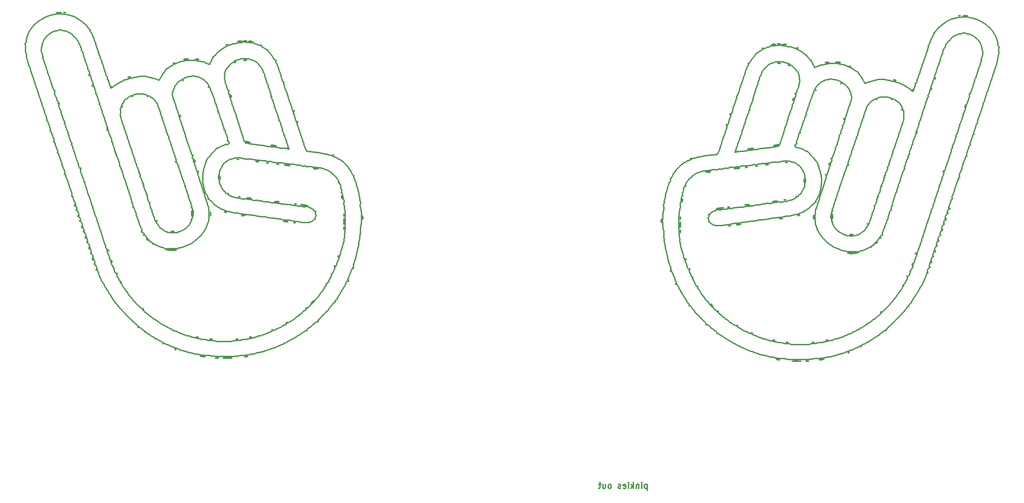
<source format=gbr>
%TF.GenerationSoftware,KiCad,Pcbnew,(6.0.0)*%
%TF.CreationDate,2022-01-22T22:33:05-08:00*%
%TF.ProjectId,bottomplate,626f7474-6f6d-4706-9c61-74652e6b6963,rev?*%
%TF.SameCoordinates,Original*%
%TF.FileFunction,Legend,Bot*%
%TF.FilePolarity,Positive*%
%FSLAX46Y46*%
G04 Gerber Fmt 4.6, Leading zero omitted, Abs format (unit mm)*
G04 Created by KiCad (PCBNEW (6.0.0)) date 2022-01-22 22:33:05*
%MOMM*%
%LPD*%
G01*
G04 APERTURE LIST*
%ADD10C,0.300000*%
%ADD11C,0.320000*%
G04 APERTURE END LIST*
D10*
X252778571Y-217838571D02*
X252778571Y-219338571D01*
X252778571Y-217910000D02*
X252635714Y-217838571D01*
X252350000Y-217838571D01*
X252207142Y-217910000D01*
X252135714Y-217981428D01*
X252064285Y-218124285D01*
X252064285Y-218552857D01*
X252135714Y-218695714D01*
X252207142Y-218767142D01*
X252350000Y-218838571D01*
X252635714Y-218838571D01*
X252778571Y-218767142D01*
X251421428Y-218838571D02*
X251421428Y-217838571D01*
X251421428Y-217338571D02*
X251492857Y-217410000D01*
X251421428Y-217481428D01*
X251350000Y-217410000D01*
X251421428Y-217338571D01*
X251421428Y-217481428D01*
X250707142Y-217838571D02*
X250707142Y-218838571D01*
X250707142Y-217981428D02*
X250635714Y-217910000D01*
X250492857Y-217838571D01*
X250278571Y-217838571D01*
X250135714Y-217910000D01*
X250064285Y-218052857D01*
X250064285Y-218838571D01*
X249350000Y-218838571D02*
X249350000Y-217338571D01*
X249207142Y-218267142D02*
X248778571Y-218838571D01*
X248778571Y-217838571D02*
X249350000Y-218410000D01*
X248135714Y-218838571D02*
X248135714Y-217838571D01*
X248135714Y-217338571D02*
X248207142Y-217410000D01*
X248135714Y-217481428D01*
X248064285Y-217410000D01*
X248135714Y-217338571D01*
X248135714Y-217481428D01*
X246850000Y-218767142D02*
X246992857Y-218838571D01*
X247278571Y-218838571D01*
X247421428Y-218767142D01*
X247492857Y-218624285D01*
X247492857Y-218052857D01*
X247421428Y-217910000D01*
X247278571Y-217838571D01*
X246992857Y-217838571D01*
X246850000Y-217910000D01*
X246778571Y-218052857D01*
X246778571Y-218195714D01*
X247492857Y-218338571D01*
X246207142Y-218767142D02*
X246064285Y-218838571D01*
X245778571Y-218838571D01*
X245635714Y-218767142D01*
X245564285Y-218624285D01*
X245564285Y-218552857D01*
X245635714Y-218410000D01*
X245778571Y-218338571D01*
X245992857Y-218338571D01*
X246135714Y-218267142D01*
X246207142Y-218124285D01*
X246207142Y-218052857D01*
X246135714Y-217910000D01*
X245992857Y-217838571D01*
X245778571Y-217838571D01*
X245635714Y-217910000D01*
X243564285Y-218838571D02*
X243707142Y-218767142D01*
X243778571Y-218695714D01*
X243850000Y-218552857D01*
X243850000Y-218124285D01*
X243778571Y-217981428D01*
X243707142Y-217910000D01*
X243564285Y-217838571D01*
X243350000Y-217838571D01*
X243207142Y-217910000D01*
X243135714Y-217981428D01*
X243064285Y-218124285D01*
X243064285Y-218552857D01*
X243135714Y-218695714D01*
X243207142Y-218767142D01*
X243350000Y-218838571D01*
X243564285Y-218838571D01*
X241778571Y-217838571D02*
X241778571Y-218838571D01*
X242421428Y-217838571D02*
X242421428Y-218624285D01*
X242350000Y-218767142D01*
X242207142Y-218838571D01*
X241992857Y-218838571D01*
X241850000Y-218767142D01*
X241778571Y-218695714D01*
X241278571Y-217838571D02*
X240707142Y-217838571D01*
X241064285Y-217338571D02*
X241064285Y-218624285D01*
X240992857Y-218767142D01*
X240850000Y-218838571D01*
X240707142Y-218838571D01*
D11*
X141436267Y-185797287D02*
X141716725Y-185797287D01*
X141716725Y-185887244D02*
X141436267Y-185797287D01*
X145529476Y-186257238D02*
X145850493Y-186267905D01*
X145837873Y-186303804D01*
X145221077Y-186303804D02*
X145529476Y-186257238D01*
X152491612Y-185958153D02*
X152809002Y-185878351D01*
X152986912Y-185848510D01*
X153211067Y-185881953D02*
X152896414Y-185965857D01*
X152572350Y-185997744D01*
X152491612Y-185958153D01*
X135165644Y-184183752D02*
X135130296Y-184020134D01*
X135399324Y-184171052D02*
X135165644Y-184183752D01*
X144127608Y-181541942D02*
X144322552Y-181592953D01*
X150575818Y-181539613D02*
X150772033Y-181591048D01*
X150379603Y-181591048D02*
X150575818Y-181539613D01*
X175811130Y-160760729D02*
X175947444Y-160822324D01*
X150772033Y-181591048D02*
X150446653Y-181603914D01*
X150379603Y-181591048D01*
X134539535Y-154633405D02*
X134860709Y-154644091D01*
X134847933Y-154680184D01*
X175794408Y-161039706D02*
X175811130Y-160760729D01*
X177182518Y-152717611D02*
X177167982Y-152371749D01*
X177166352Y-152030249D01*
X177177266Y-151683315D01*
X177183153Y-151596201D01*
X134847933Y-154680184D02*
X134518660Y-154699317D01*
X134231137Y-154680184D01*
X169079075Y-172589716D02*
X169116116Y-172503568D01*
X134231137Y-154680184D02*
X134539535Y-154633405D01*
X152203111Y-150581896D02*
X152522524Y-150605575D01*
X152540719Y-150670584D01*
X112027948Y-153402988D02*
X112045305Y-153674133D01*
X112163838Y-153399177D02*
X112027948Y-153402988D01*
X111130905Y-150711647D02*
X111148262Y-150982580D01*
X163066263Y-152152673D02*
X163218027Y-152273746D01*
X152540719Y-150670584D02*
X152234519Y-150777828D01*
X152076534Y-150787000D01*
X177183153Y-151596201D02*
X177223216Y-151925979D01*
X177224428Y-152188656D01*
X111266796Y-150707625D02*
X111130905Y-150711647D01*
X181893581Y-150814940D02*
X181937380Y-151152042D01*
X181937608Y-151235522D01*
X177237128Y-150618725D02*
X177186116Y-150813670D01*
X149258194Y-186307192D02*
X148903720Y-186316478D01*
X148570571Y-186320943D01*
X148220815Y-186322432D01*
X147871059Y-186320943D01*
X147537911Y-186316478D01*
X147183438Y-186307192D01*
X181893581Y-151656103D02*
X181876119Y-151321034D01*
X181881209Y-150984803D01*
X181893581Y-150814940D01*
X169116116Y-172503568D02*
X169355043Y-172274154D01*
X169477008Y-172130823D01*
X166443826Y-148002315D02*
X167172594Y-148064333D01*
X145837873Y-186303804D02*
X145508442Y-186323096D01*
X145221077Y-186303804D01*
X148220816Y-186270150D02*
X148616406Y-186270908D01*
X148944523Y-186273080D01*
X149300885Y-186278653D01*
X149258194Y-186307192D01*
X147183438Y-186307192D02*
X147572578Y-186272413D01*
X147917963Y-186270580D01*
X148220816Y-186270150D01*
X162487143Y-152066736D02*
X162828230Y-152085202D01*
X163066263Y-152152673D01*
X143874031Y-181590625D02*
X144127608Y-181541942D01*
X153715680Y-181065057D02*
X154024755Y-180957729D01*
X154052230Y-180956472D01*
X169477008Y-172130823D02*
X169636181Y-172048272D01*
X112045305Y-153674133D02*
X112163838Y-153399177D01*
X177188444Y-150365148D02*
X177237128Y-150618725D01*
X163218027Y-152273746D02*
X162883714Y-152268366D01*
X162855231Y-152265703D01*
X175947444Y-160822324D02*
X175794408Y-161039706D01*
X141716725Y-185797287D02*
X142035061Y-185830086D01*
X142277430Y-185887244D01*
X142557676Y-185976992D02*
X142277430Y-185976992D01*
X142277430Y-185887244D02*
X142557676Y-185976992D01*
X169636181Y-172048272D02*
X169462800Y-172317962D01*
X169208183Y-172517588D01*
X169079075Y-172589716D01*
X142277430Y-185976992D02*
X141958937Y-185944229D01*
X141716725Y-185887244D01*
X144322552Y-181592953D02*
X143997515Y-181609053D01*
X143874031Y-181590625D01*
X181937608Y-151235522D02*
X181933270Y-151557629D01*
X181893581Y-151656103D01*
X177186116Y-150813670D02*
X177170015Y-150488539D01*
X177188444Y-150365148D01*
X177186328Y-154179168D02*
X177167427Y-153858682D01*
X177186328Y-153674556D01*
X177234800Y-153926862D02*
X177186328Y-154179168D01*
X164929775Y-152495149D02*
X165126202Y-152546372D01*
X164733560Y-152546372D02*
X164929775Y-152495149D01*
X111148262Y-150982580D02*
X111266796Y-150707625D01*
X177224428Y-152188656D02*
X177221767Y-152537127D01*
X177204073Y-152861329D01*
X177182518Y-152717611D01*
X165126202Y-152546372D02*
X164800630Y-152559238D01*
X164733560Y-152546372D01*
X162855231Y-152265703D02*
X162505082Y-152225171D01*
X162178781Y-152164481D01*
X162487143Y-152066736D01*
X152076534Y-150787000D02*
X151751750Y-150731591D01*
X152064720Y-150595277D01*
X152203111Y-150581896D01*
X135130296Y-184020134D02*
X135399324Y-184171052D01*
X154052230Y-181065057D02*
X153743154Y-181172595D01*
X153715680Y-181173853D01*
X167004531Y-148158948D02*
X166443826Y-148002315D01*
X152986912Y-185848510D02*
X153211067Y-185881953D01*
X177186328Y-153674556D02*
X177234800Y-153926862D01*
X153715680Y-181173853D02*
X153715680Y-181065057D01*
X154052230Y-180956472D02*
X154052230Y-181065057D01*
X151332738Y-146042282D02*
X151007358Y-146055148D01*
X150940308Y-146042282D01*
X176634513Y-145852840D02*
X176748813Y-146030217D01*
X176755798Y-146502022D02*
X176648398Y-146177327D01*
X176629130Y-145854484D01*
X176634513Y-145852840D01*
X146379740Y-141309629D02*
X146354920Y-141631149D01*
X146332115Y-141646391D01*
X160556320Y-137890791D02*
X160892870Y-137890791D01*
X160366032Y-133394146D02*
X160043329Y-133401263D01*
X159672154Y-133334150D01*
X159300123Y-133250190D01*
X159042481Y-133183538D01*
X136371721Y-125828336D02*
X136442206Y-125667258D01*
X136442206Y-125667258D02*
X136538303Y-125854371D01*
X169694178Y-139009448D02*
X170006149Y-138919442D01*
X170236680Y-138925417D01*
X158201318Y-137580276D02*
X158397533Y-137631500D01*
X140090491Y-137289869D02*
X140022546Y-136993536D01*
X163528119Y-138177811D02*
X163696394Y-138282797D01*
X155958499Y-137217903D02*
X155846316Y-137311036D01*
X150799973Y-136683233D02*
X150996400Y-136734456D01*
X170236680Y-138925417D02*
X170570158Y-138956990D01*
X170798866Y-139040140D01*
X118307884Y-129180500D02*
X118325240Y-129451433D01*
X170798866Y-139040140D02*
X170481695Y-139118829D01*
X170152365Y-139117607D01*
X169819704Y-139071992D01*
X169694178Y-139009448D01*
X162462801Y-138114946D02*
X162795038Y-138017314D01*
X163136188Y-138066725D01*
X163478040Y-138160650D01*
X163528119Y-138177811D01*
X136324731Y-126044236D02*
X136371721Y-125828336D01*
X140190821Y-137170912D02*
X140090491Y-137289869D01*
X153396699Y-132465565D02*
X153070010Y-132380878D01*
X152764506Y-132264793D01*
X152753020Y-132255592D01*
X153267159Y-132305545D02*
X153586946Y-132388830D01*
X153864058Y-132503665D01*
X160892870Y-137890791D02*
X160948750Y-137990063D01*
X159656314Y-133196661D02*
X159987925Y-133263181D01*
X160295759Y-133355086D01*
X160366032Y-133394146D01*
X158005103Y-137631500D02*
X158201318Y-137580276D01*
X140022546Y-136993536D02*
X140190821Y-137170912D01*
X150996400Y-136734456D02*
X150670828Y-136747322D01*
X150603758Y-136734456D01*
X150603758Y-136734456D02*
X150799973Y-136683233D01*
X149104947Y-120751936D02*
X149162757Y-121075072D01*
X149182417Y-121144367D01*
X162939263Y-138228611D02*
X162619337Y-138198407D01*
X162462801Y-138114946D01*
X152753020Y-132255592D02*
X152715767Y-132183625D01*
X149182417Y-121144367D02*
X149118917Y-121150081D01*
X147491836Y-149777774D02*
X147812851Y-149787395D01*
X147880668Y-149859265D01*
X147532264Y-149889745D02*
X147491836Y-149777774D01*
X153864058Y-132503665D02*
X153533276Y-132494228D01*
X153396699Y-132465565D01*
X118443774Y-129176478D02*
X118307884Y-129180500D01*
X164957927Y-147836368D02*
X165154142Y-147785144D01*
X152715767Y-132183625D02*
X153044294Y-132256769D01*
X153267159Y-132305545D01*
X159957939Y-147282648D02*
X160275109Y-147203900D01*
X160604439Y-147205054D01*
X160937100Y-147250603D01*
X161062627Y-147313128D01*
X136538303Y-125854371D02*
X136359021Y-126070060D01*
X147843414Y-149967216D02*
X147532264Y-149889745D01*
X150940308Y-146042282D02*
X151136523Y-145990848D01*
X160948750Y-137990063D02*
X160627673Y-137927441D01*
X160556320Y-137890791D01*
X147880668Y-149859265D02*
X147843414Y-149967216D01*
X143989812Y-149917897D02*
X144033612Y-150254962D01*
X144033840Y-150338479D01*
X143989812Y-150758848D02*
X143972351Y-150423946D01*
X143977441Y-150087757D01*
X143989812Y-149917897D01*
X144033840Y-150338479D02*
X144029502Y-150660582D01*
X143989812Y-150758848D01*
X176748813Y-146030217D02*
X176814405Y-146360391D01*
X176755798Y-146502022D01*
X118325240Y-129451433D02*
X118443774Y-129176478D01*
X146288512Y-140918469D02*
X146376636Y-141231077D01*
X146379740Y-141309629D01*
X146332115Y-141646391D02*
X146246842Y-141311288D01*
X146251706Y-140977591D01*
X146288512Y-140918469D01*
X163696394Y-138282797D02*
X163358309Y-138245147D01*
X163014868Y-138229452D01*
X162939263Y-138228611D01*
X155846316Y-137311036D02*
X155524425Y-137288032D01*
X155229731Y-137217903D01*
X159042481Y-133183538D02*
X159391011Y-133154512D01*
X159656314Y-133196661D01*
X155229731Y-137217903D02*
X155548110Y-137133864D01*
X155879939Y-137194983D01*
X155958499Y-137217903D01*
X158397533Y-137631500D02*
X158072171Y-137644462D01*
X158005103Y-137631500D01*
X165154142Y-147785144D02*
X165350356Y-147836368D01*
X165350356Y-147836368D02*
X165024977Y-147849331D01*
X164957927Y-147836368D01*
X149118917Y-121150081D02*
X149031749Y-120835926D01*
X149041235Y-120757652D01*
X160520125Y-147397372D02*
X160186646Y-147365797D01*
X159957939Y-147282648D01*
X161062627Y-147313128D02*
X160750678Y-147403258D01*
X160520125Y-147397372D01*
X151136523Y-145990848D02*
X151332738Y-146042282D01*
X149041235Y-120757652D02*
X149104947Y-120751936D01*
X136359021Y-126070060D02*
X136324731Y-126044236D01*
X131406235Y-124770215D02*
X131288105Y-124464896D01*
X131287490Y-124430278D01*
X132362756Y-127842344D02*
X132307723Y-127616707D01*
X132602151Y-128408975D02*
X132490180Y-128128516D01*
X132930446Y-129459900D02*
X132825246Y-129150852D01*
X132831386Y-129118904D01*
X135473196Y-137465976D02*
X135243538Y-137330086D01*
X133648842Y-131610856D02*
X133592962Y-131487877D01*
X133058716Y-129992452D02*
X132944628Y-129816558D01*
X134145200Y-132959595D02*
X134092919Y-132789415D01*
X134539535Y-134358288D02*
X134494873Y-134171597D01*
X135083307Y-135951713D02*
X135042243Y-135651147D01*
X134186264Y-133260373D02*
X134145200Y-132959595D01*
X133247946Y-130268254D02*
X133058716Y-129992452D01*
X134700613Y-134815699D02*
X134590335Y-134535029D01*
X129226069Y-121181620D02*
X128941394Y-121025561D01*
X128826443Y-120944130D01*
X131287490Y-124430278D02*
X131212345Y-124110882D01*
X131131704Y-124030441D01*
X135392128Y-136862938D02*
X135352058Y-136527446D01*
X135205870Y-136196910D01*
X135083307Y-135951713D01*
X135042243Y-135651147D02*
X134989961Y-135480755D01*
X135430016Y-137045395D02*
X135392128Y-136862938D01*
X134590335Y-134535029D02*
X134539535Y-134358288D01*
X130390236Y-122390660D02*
X130189796Y-122093422D01*
X129962305Y-121837805D01*
X129707047Y-121574864D01*
X129467590Y-121349845D01*
X129226069Y-121181620D01*
X132712429Y-128696418D02*
X132602151Y-128408975D01*
X133978830Y-132441647D02*
X133869253Y-132134894D01*
X133823044Y-132104673D01*
X134876085Y-135200720D02*
X134760789Y-134888632D01*
X134700613Y-134815699D01*
X135729313Y-137746434D02*
X135556433Y-137472084D01*
X135473196Y-137465976D01*
X128204989Y-120753207D02*
X127946250Y-120539756D01*
X127867170Y-120528205D01*
X128307224Y-121033665D02*
X128204989Y-120753207D01*
X133289220Y-130569032D02*
X133247946Y-130268254D01*
X133823044Y-132104673D02*
X133723984Y-131827813D01*
X130558510Y-122598939D02*
X130390236Y-122390660D01*
X130842144Y-123297862D02*
X130866908Y-123126200D01*
X130879185Y-123490056D02*
X130842144Y-123297862D01*
X132310474Y-127461556D02*
X132185185Y-127156237D01*
X132184532Y-127121619D01*
X132944628Y-129816558D02*
X132963679Y-129492926D01*
X132930446Y-129459900D01*
X131028622Y-123769244D02*
X130879185Y-123490056D01*
X135869860Y-138171037D02*
X135759019Y-137860433D01*
X135729313Y-137746434D01*
X132028746Y-126721993D02*
X131929686Y-126445132D01*
X132184532Y-127121619D02*
X132109387Y-126802283D01*
X132028746Y-126721993D01*
X133592962Y-131487877D02*
X133558573Y-131148158D01*
X133412713Y-130816346D01*
X133289220Y-130569032D01*
X133723984Y-131827813D02*
X133648842Y-131610856D01*
X134494873Y-134171597D02*
X134454910Y-133836038D01*
X134308755Y-133505557D01*
X134186264Y-133260373D01*
X130866908Y-123126200D02*
X130726785Y-122866486D01*
X132831386Y-129118904D02*
X132768944Y-128919515D01*
X134092919Y-132789415D02*
X133980153Y-132484569D01*
X133978830Y-132441647D01*
X135472350Y-137286906D02*
X135430016Y-137045395D01*
X128826443Y-120944130D02*
X128515790Y-120793790D01*
X128331989Y-120993236D01*
X132490180Y-128128516D02*
X132362756Y-127842344D01*
X127452303Y-120416022D02*
X127121140Y-120370685D01*
X126727922Y-120360891D01*
X126369626Y-120362693D01*
X126012864Y-120372631D01*
X125625875Y-120395889D01*
X125344104Y-120438670D01*
X127867170Y-120528205D02*
X127541807Y-120460423D01*
X127452303Y-120416022D01*
X131535986Y-125217678D02*
X131448084Y-124904120D01*
X131458516Y-124877741D01*
X134989961Y-135480755D02*
X134876085Y-135200720D01*
X131530272Y-125543009D02*
X131535986Y-125217678D01*
X135944789Y-138395404D02*
X135869860Y-138171037D01*
X131629332Y-125701124D02*
X131530272Y-125543009D01*
X131871689Y-126227963D02*
X131817503Y-125997034D01*
X131817503Y-125997034D02*
X131662354Y-125710551D01*
X131629332Y-125701124D01*
X128331989Y-120993236D02*
X128307224Y-121033665D01*
X131929686Y-126445132D02*
X131871689Y-126227963D01*
X130726785Y-122866486D02*
X130558510Y-122598939D01*
X131458516Y-124877741D02*
X131406235Y-124770215D01*
X132768944Y-128919515D02*
X132712429Y-128696418D01*
X135300476Y-137311460D02*
X135472350Y-137286906D01*
X135243538Y-137330086D02*
X135300476Y-137311460D01*
X131131704Y-124030441D02*
X131028622Y-123769244D01*
X132307723Y-127616707D02*
X132310474Y-127461556D01*
X137006720Y-141412711D02*
X136861734Y-141118943D01*
X136813680Y-141092671D01*
X137648070Y-143613408D02*
X137720248Y-143442382D01*
X139333572Y-148759658D02*
X139221388Y-148694252D01*
X137109591Y-141765136D02*
X137007912Y-141451263D01*
X137006720Y-141412711D01*
X137268976Y-142242020D02*
X137187837Y-141917682D01*
X137109591Y-141765136D01*
X137566156Y-143330410D02*
X137535040Y-143160865D01*
X139215884Y-151684467D02*
X139186886Y-151598953D01*
X130792825Y-152901337D02*
X130943480Y-153189508D01*
X131010630Y-153257360D01*
X138152048Y-144957280D02*
X138092880Y-144632655D01*
X138011925Y-144458169D01*
X139460995Y-150179094D02*
X139456656Y-150507956D01*
X139519977Y-150829876D01*
X139578469Y-150878016D01*
X137459687Y-142774150D02*
X137323420Y-142476432D01*
X137268976Y-142242020D01*
X137720248Y-143442382D02*
X137566156Y-143330410D01*
X137707548Y-143766020D02*
X137648070Y-143613408D01*
X129712056Y-150727522D02*
X129829742Y-151021315D01*
X137903764Y-144132626D02*
X137774846Y-143830347D01*
X137707548Y-143766020D01*
X130061728Y-151455020D02*
X130072394Y-151792083D01*
X130125228Y-151905235D01*
X138545113Y-146304960D02*
X138617504Y-146133722D01*
X130125228Y-151905235D02*
X130289519Y-152181438D01*
X130463260Y-152072452D01*
X139059463Y-147676348D02*
X138999905Y-147348926D01*
X138887167Y-147145488D01*
X139361723Y-148419086D02*
X139221388Y-148146248D01*
X137455242Y-154138529D02*
X137731127Y-153953425D01*
X138016867Y-153724226D01*
X138287187Y-153476352D01*
X138516814Y-153235222D01*
X138721801Y-152957372D01*
X138750641Y-152836144D01*
X131010630Y-153257360D02*
X131224036Y-153512130D01*
X131287490Y-153666089D01*
X136008501Y-154824116D02*
X136329448Y-154742532D01*
X136620652Y-154606580D01*
X136952451Y-154428190D01*
X137297677Y-154230816D01*
X137455242Y-154138529D01*
X138617504Y-146133722D02*
X138463198Y-146021751D01*
X131385703Y-153786739D02*
X131670535Y-153938359D01*
X131862376Y-154094925D01*
X139417815Y-149078428D02*
X139445755Y-148994396D01*
X138011925Y-144458169D02*
X137904325Y-144155336D01*
X137903764Y-144132626D01*
X139221388Y-148694252D02*
X139361723Y-148419086D01*
X139578469Y-150878016D02*
X139696477Y-150532288D01*
X139686672Y-150157484D01*
X139651949Y-149829422D01*
X139580612Y-149447362D01*
X139462942Y-149129436D01*
X139417815Y-149078428D01*
X130729748Y-152805453D02*
X130792825Y-152901337D01*
X139184135Y-152070335D02*
X139259231Y-151753481D01*
X139215884Y-151684467D01*
X131862376Y-154094925D02*
X132135542Y-154318160D01*
X132413754Y-154510192D01*
X132725591Y-154684315D01*
X133037302Y-154802223D01*
X133193548Y-154824116D01*
X139025173Y-152490492D02*
X139122417Y-152170750D01*
X139184135Y-152070335D01*
X130514271Y-152194371D02*
X130503099Y-152523472D01*
X130682148Y-152793488D01*
X130729748Y-152805453D01*
X130007330Y-151310664D02*
X130061728Y-151455020D01*
X138341913Y-145471417D02*
X138191637Y-145177428D01*
X138152048Y-144957280D01*
X138614540Y-146464557D02*
X138545113Y-146304960D01*
X138436316Y-145836119D02*
X138381038Y-145510734D01*
X138341913Y-145471417D01*
X139370401Y-149604208D02*
X139467320Y-149925771D01*
X139460995Y-150179094D01*
X138887167Y-147145488D02*
X138776820Y-146836093D01*
X138778793Y-146825448D01*
X139445755Y-148994396D02*
X139333572Y-148759658D01*
X135722752Y-154926987D02*
X136008501Y-154824116D01*
X130463260Y-152072452D02*
X130614602Y-151976566D01*
X133193548Y-154824116D02*
X133418125Y-154930796D01*
X139186886Y-151598953D02*
X139479263Y-151456423D01*
X139500788Y-151177102D01*
X138750641Y-152836144D02*
X138860496Y-152693269D01*
X139221388Y-148146248D02*
X139079018Y-147842013D01*
X139059463Y-147676348D01*
X129829742Y-151021315D02*
X129989220Y-151302577D01*
X130007330Y-151310664D01*
X139348176Y-150834836D02*
X139257915Y-150480468D01*
X139255723Y-150113522D01*
X139293936Y-149780995D01*
X139370401Y-149604208D01*
X130614602Y-151976566D02*
X130514271Y-152194371D01*
X136298696Y-139328430D02*
X136155827Y-139000878D01*
X136031414Y-138695626D01*
X135944789Y-138395404D01*
X138463198Y-146021751D02*
X138436316Y-145836119D01*
X139500788Y-151177102D02*
X139385354Y-150872847D01*
X139348176Y-150834836D01*
X136406011Y-139851670D02*
X136370353Y-139523772D01*
X136298696Y-139328430D01*
X138778793Y-146825448D02*
X138673804Y-146520123D01*
X138614540Y-146464557D01*
X131287490Y-153666089D02*
X131385703Y-153786739D01*
X136522004Y-140069687D02*
X136406011Y-139851670D01*
X137535040Y-143160865D02*
X137496847Y-142832239D01*
X137459687Y-142774150D01*
X133418125Y-154930796D02*
X133766257Y-155007710D01*
X134124887Y-155026478D01*
X134538529Y-155032238D01*
X134956160Y-155025079D01*
X135326756Y-155005091D01*
X135646128Y-154962202D01*
X135722752Y-154926987D01*
X138860496Y-152693269D02*
X139025173Y-152490492D01*
X136643712Y-140409623D02*
X136570180Y-140095519D01*
X136522004Y-140069687D01*
X136767960Y-140750829D02*
X136635973Y-140458739D01*
X136643712Y-140409623D01*
X136782354Y-140918469D02*
X136767960Y-140750829D01*
X136813680Y-141092671D02*
X136782354Y-140918469D01*
X128371783Y-146642992D02*
X128453814Y-146972234D01*
X128596710Y-147261505D01*
X128809814Y-147520669D01*
X128856711Y-147536648D01*
X128242031Y-146328456D02*
X128371109Y-146623500D01*
X128371783Y-146642992D01*
X128269971Y-146004182D02*
X128242031Y-146328456D01*
X127698895Y-144510663D02*
X127849553Y-144793592D01*
X127876483Y-144806572D01*
X126082397Y-139423680D02*
X126121979Y-139577138D01*
X123448418Y-131841784D02*
X123583089Y-132138956D01*
X123617328Y-132354228D01*
X128286904Y-145894328D02*
X128269971Y-146004182D01*
X128150803Y-145456177D02*
X128074044Y-145779263D01*
X128286904Y-145894328D01*
X127344776Y-143637115D02*
X127468877Y-143942553D01*
X127474740Y-144024888D01*
X126313960Y-139974436D02*
X126356505Y-140073496D01*
X122989102Y-130410917D02*
X123066700Y-130726075D01*
X123115890Y-130795728D01*
X127876483Y-144806572D02*
X127916276Y-144959820D01*
X123617328Y-132354228D02*
X123678367Y-132670696D01*
X123770998Y-132824763D01*
X128108258Y-145357117D02*
X128150803Y-145456177D01*
X127474740Y-144024888D02*
X127586923Y-144282698D01*
X127372928Y-143312842D02*
X127344776Y-143637115D01*
X125041844Y-136538241D02*
X125113176Y-136769381D01*
X125169267Y-136892148D02*
X125191837Y-137218537D01*
X125208426Y-137256638D01*
X124668252Y-135516104D02*
X124782065Y-135821312D01*
X124783400Y-135869587D01*
X126121979Y-139577138D02*
X126088935Y-139904767D01*
X126313960Y-139974436D01*
X125389189Y-137701561D02*
X125595564Y-137820306D01*
X124209995Y-134014117D02*
X124257408Y-134261132D01*
X123115890Y-130795728D02*
X123242605Y-131106539D01*
X123280567Y-131342039D01*
X124514371Y-135045568D02*
X124575595Y-135362036D01*
X124668252Y-135516104D01*
X126979440Y-142115232D02*
X127019233Y-142268479D01*
X126492607Y-140511646D02*
X126487103Y-140607955D01*
X126458951Y-141021975D02*
X126606789Y-141313408D01*
X126689668Y-141477692D01*
X122864853Y-130152896D02*
X122989102Y-130410917D01*
X126487103Y-140607955D02*
X126419722Y-140931250D01*
X126458951Y-141021975D01*
X124047646Y-133511621D02*
X124152210Y-133794408D01*
X124257408Y-134261132D02*
X124332761Y-134525292D01*
X123886144Y-133120249D02*
X123977849Y-133428206D01*
X124047646Y-133511621D01*
X124942784Y-136245718D02*
X125041844Y-136538241D01*
X126689668Y-141477692D02*
X126793014Y-141788891D01*
X126801852Y-141873720D01*
X124152210Y-133794408D02*
X124209995Y-134014117D01*
X125904809Y-139182380D02*
X126082397Y-139423680D01*
X125113176Y-136769381D02*
X125169267Y-136892148D01*
X124332761Y-134525292D02*
X124478592Y-134829426D01*
X124514371Y-135045568D01*
X127586923Y-144282698D02*
X127698895Y-144510663D01*
X125595564Y-137820306D02*
X125589849Y-137916403D01*
X126356505Y-140073496D02*
X126279747Y-140396581D01*
X126492607Y-140511646D01*
X125589849Y-137916403D02*
X125522660Y-138239697D01*
X125561909Y-138330422D01*
X123280567Y-131342039D02*
X123345363Y-131661761D01*
X123448418Y-131841784D01*
X124783400Y-135869587D02*
X124873856Y-136188058D01*
X124942784Y-136245718D01*
X129622732Y-150468654D02*
X129712056Y-150727522D01*
X129341004Y-149218763D02*
X129391380Y-149320363D01*
X129442180Y-149851434D02*
X129568251Y-150167752D01*
X129622732Y-150468654D01*
X129147964Y-148942114D02*
X129199611Y-149042868D01*
X129391380Y-149320363D02*
X129350457Y-149650046D01*
X129442180Y-149851434D01*
X129199611Y-149042868D02*
X129341004Y-149218763D01*
X127916276Y-144959820D02*
X127883232Y-145287540D01*
X128108258Y-145357117D01*
X126801852Y-141873720D02*
X126979440Y-142115232D01*
X127211215Y-142665777D02*
X127253759Y-142764837D01*
X127389861Y-143202987D02*
X127372928Y-143312842D01*
X127253759Y-142764837D02*
X127177001Y-143087922D01*
X127389861Y-143202987D01*
X123770998Y-132824763D02*
X123886144Y-133120249D01*
X129054831Y-148863798D02*
X129147964Y-148942114D01*
X125561909Y-138330422D02*
X125709653Y-138622056D01*
X125792625Y-138786352D01*
X128787284Y-148004220D02*
X128922700Y-148303281D01*
X129032177Y-148616044D01*
X129054831Y-148863798D01*
X125208426Y-137256638D02*
X125338586Y-137561272D01*
X125389189Y-137701561D01*
X125792625Y-138786352D02*
X125895942Y-139097551D01*
X125904809Y-139182380D01*
X128825596Y-147641423D02*
X128770043Y-147967205D01*
X128787284Y-148004220D01*
X127019233Y-142268479D02*
X126986036Y-142596199D01*
X127211215Y-142665777D01*
X128856711Y-147536648D02*
X128825596Y-147641423D01*
X140595316Y-111874005D02*
X140263514Y-111844356D01*
X140146583Y-111783836D01*
X156891102Y-114245095D02*
X156708010Y-114004641D01*
X150068242Y-112588592D02*
X149973415Y-112493765D01*
X152958760Y-111955074D02*
X152619037Y-111973733D01*
X152289311Y-111961440D01*
X152229780Y-111955074D01*
X138252590Y-111608152D02*
X138436528Y-111615349D01*
X138128130Y-111769019D02*
X137814488Y-111871855D01*
X137735700Y-111874005D01*
X153758648Y-111711657D02*
X153433806Y-111592728D01*
X153073080Y-111554482D01*
X152648681Y-111537895D01*
X152319238Y-111539693D01*
X151905982Y-111561106D01*
X151569134Y-111604288D01*
X151318556Y-111709964D01*
X157108695Y-114939784D02*
X157011328Y-114654669D01*
X157529912Y-116078550D02*
X157488636Y-115965308D01*
X157747928Y-116602636D02*
X157640613Y-116287465D01*
X153980898Y-111808177D02*
X153758648Y-111711657D01*
X157883395Y-117066187D02*
X157827346Y-116738730D01*
X157747928Y-116602636D01*
X122803893Y-129988431D02*
X122864853Y-130152896D01*
X122750130Y-129751364D02*
X122803893Y-129988431D01*
X122688536Y-129467308D02*
X122750130Y-129751364D01*
X123978220Y-116169567D02*
X123694563Y-116339480D01*
X123437623Y-116247460D01*
X122582702Y-129165048D02*
X122688536Y-129467308D01*
X122383736Y-128653027D02*
X122457739Y-128977458D01*
X122582702Y-129165048D01*
X124486855Y-120993236D02*
X124215365Y-120821945D01*
X123903760Y-120958236D01*
X123616578Y-121136141D01*
X123336658Y-121362172D01*
X121639516Y-126281726D02*
X121751835Y-126593880D01*
X121755509Y-126676696D01*
X121529026Y-125742400D02*
X121555452Y-126075095D01*
X121639516Y-126281726D01*
X152229780Y-111955074D02*
X152557384Y-111909836D01*
X152594271Y-111909777D01*
X137551762Y-111649639D02*
X137892165Y-111634519D01*
X138227086Y-111610282D01*
X138252590Y-111608152D01*
X157259190Y-115090914D02*
X157108695Y-114939784D01*
X122218847Y-128104387D02*
X122345621Y-128416327D01*
X122383736Y-128653027D01*
X122091847Y-127719577D02*
X122169535Y-128034734D01*
X122218847Y-128104387D01*
X122392414Y-122195926D02*
X122232285Y-122485416D01*
X122068382Y-122761121D01*
X122039989Y-122807642D01*
X123596585Y-116135277D02*
X123916555Y-116073067D01*
X123961075Y-116057384D01*
X134728130Y-112702257D02*
X135036316Y-112646165D01*
X140595316Y-111666996D02*
X140929076Y-111685071D01*
X141043837Y-111757165D01*
X138436528Y-111615349D02*
X138137887Y-111741301D01*
X138128130Y-111769019D01*
X155229731Y-112351737D02*
X154942489Y-112179851D01*
X154636993Y-112013574D01*
X154341523Y-111877701D01*
X154029821Y-111799294D01*
X153980898Y-111808177D01*
X157640613Y-116287465D02*
X157529912Y-116078550D01*
X121967811Y-127461556D02*
X122091847Y-127719577D01*
X121906851Y-127296879D02*
X121967811Y-127461556D01*
X121862824Y-127066162D02*
X121906851Y-127296879D01*
X125344104Y-120438670D02*
X125017545Y-120513709D01*
X124895371Y-120531380D01*
X150186352Y-112280828D02*
X150280967Y-112375656D01*
X135036316Y-112646165D02*
X134883070Y-112801740D01*
X124613643Y-120753207D02*
X124511619Y-121033665D01*
X137735700Y-111874005D02*
X137410366Y-111824385D01*
X137343059Y-111761822D01*
X157488636Y-115965308D02*
X157477293Y-115634000D01*
X157441435Y-115539012D01*
X121755509Y-126676696D02*
X121811765Y-126995374D01*
X121862824Y-127066162D01*
X121528391Y-124236392D02*
X121532328Y-124589393D01*
X121534223Y-124941931D01*
X121533340Y-125290311D01*
X121530288Y-125632855D01*
X121529026Y-125742400D01*
X141043837Y-111757165D02*
X140728276Y-111868736D01*
X140595316Y-111874005D01*
X157011328Y-114654669D02*
X156948699Y-114331501D01*
X156891102Y-114245095D01*
X121806944Y-123650499D02*
X121560233Y-123857532D01*
X121528010Y-124198810D01*
X121528391Y-124236392D01*
X122091847Y-123486880D02*
X121806944Y-123650499D01*
X121923784Y-123495982D02*
X122091847Y-123486880D01*
X123961075Y-116057384D02*
X123978220Y-116169567D01*
X149973415Y-112493765D02*
X150186352Y-112280828D01*
X122039989Y-122807642D02*
X121871199Y-123109900D01*
X121766668Y-123422283D01*
X121923784Y-123495982D01*
X122931105Y-121630141D02*
X122661680Y-121814132D01*
X122461875Y-122070791D01*
X122392414Y-122195926D01*
X150280967Y-112375656D02*
X150068242Y-112588592D01*
X152594271Y-111909777D02*
X152918547Y-111916344D01*
X152958760Y-111955074D01*
X123336658Y-121362172D02*
X123084525Y-121560291D01*
X122931105Y-121630141D01*
X124511619Y-121033665D02*
X124486855Y-120993236D01*
X124895371Y-120531380D02*
X124621684Y-120701014D01*
X124613643Y-120753207D01*
X123437623Y-116247460D02*
X123596585Y-116135277D01*
X134883070Y-112801740D02*
X134728130Y-112702257D01*
X137343059Y-111761822D02*
X137551762Y-111649639D01*
X157441435Y-115539012D02*
X157310000Y-115231676D01*
X157259190Y-115090914D01*
X140146583Y-111783836D02*
X140462256Y-111678939D01*
X140595316Y-111666996D01*
X156708010Y-114004641D02*
X156535285Y-113707902D01*
X156319874Y-113417206D01*
X156063485Y-113113895D01*
X155843989Y-112879079D01*
X155570535Y-112616496D01*
X155319100Y-112411781D01*
X155229731Y-112351737D01*
X158794196Y-119755834D02*
X158727334Y-119429674D01*
X158644548Y-119293977D01*
X159002476Y-120948575D02*
X158958238Y-120883170D01*
X160790424Y-125841460D02*
X160655884Y-125534044D01*
X160613470Y-125336846D01*
X161911198Y-129682784D02*
X161900827Y-129537792D01*
X162569904Y-131274305D02*
X162471056Y-131134182D01*
X152535851Y-132404393D02*
X152727895Y-132666713D01*
X153056550Y-132686756D01*
X158644548Y-119293977D02*
X158537867Y-118979017D01*
X159397234Y-121791220D02*
X159268964Y-121559444D01*
X159899519Y-123647112D02*
X159883432Y-123538316D01*
X161900827Y-129537792D02*
X161919664Y-129228760D01*
X162946247Y-132434450D02*
X162896347Y-132112663D01*
X162806124Y-131909305D01*
X162471056Y-131134182D02*
X162454069Y-130808982D01*
X162266586Y-130704922D01*
X163459963Y-133965857D02*
X163399003Y-133801181D01*
X157220243Y-133250213D02*
X157553879Y-133298999D01*
X157857513Y-133407639D01*
X157864979Y-133425472D01*
X158967763Y-120310824D02*
X158840518Y-120015021D01*
X158794196Y-119755834D01*
X160102083Y-124100713D02*
X160120265Y-123780047D01*
X159899519Y-123647112D01*
X159883432Y-123538316D02*
X159919204Y-123217429D01*
X160166007Y-124250996D02*
X160102083Y-124100713D01*
X160613470Y-125336846D02*
X160531095Y-125027268D01*
X160386140Y-124768521D01*
X161690430Y-128534705D02*
X161552108Y-128228952D01*
X161514535Y-128065864D01*
X163074094Y-133993797D02*
X163291899Y-134190012D01*
X159711136Y-122601268D02*
X159613848Y-122280645D01*
X159485923Y-122074641D01*
X162806124Y-131909305D02*
X162690720Y-131600345D01*
X162686956Y-131532327D01*
X160892870Y-126156208D02*
X160800852Y-125849231D01*
X160790424Y-125841460D01*
X158958238Y-120883170D02*
X159092547Y-120592218D01*
X158967763Y-120310824D01*
X162071641Y-129840264D02*
X161911198Y-129682784D01*
X163107537Y-132895036D02*
X162965525Y-132596517D01*
X162946247Y-132434450D01*
X153056550Y-132686756D02*
X153381970Y-132708835D01*
X153699694Y-132763513D01*
X153785530Y-132792166D01*
X161919664Y-129228760D02*
X161795774Y-128927922D01*
X161789913Y-128847548D01*
X162211764Y-130171099D02*
X162074710Y-129881670D01*
X162071641Y-129840264D01*
X158396263Y-118556108D02*
X158347708Y-118236996D01*
X158324084Y-118216383D01*
X162210495Y-130639306D02*
X162319838Y-130326839D01*
X162211764Y-130171099D01*
X158537867Y-118979017D02*
X158441771Y-118760577D01*
X159205041Y-121409373D02*
X159223333Y-121088086D01*
X159002476Y-120948575D01*
X157864979Y-133425472D02*
X158177746Y-133505753D01*
X158481988Y-133499556D01*
X159268964Y-121559444D02*
X159205041Y-121409373D01*
X161341815Y-127475737D02*
X161209656Y-127170881D01*
X161182007Y-127090080D01*
X163033877Y-133911459D02*
X163074094Y-133993797D01*
X160338092Y-133689421D02*
X160673967Y-133782362D01*
X161054083Y-133840450D01*
X161386207Y-133879102D01*
X161735594Y-133911644D01*
X162081491Y-133936367D01*
X162403151Y-133951562D01*
X162758463Y-133954047D01*
X163033877Y-133911459D01*
X161514535Y-128065864D02*
X161438158Y-127744597D01*
X161341815Y-127475737D01*
X160294277Y-124482560D02*
X160166007Y-124250996D01*
X162686956Y-131532327D02*
X162569904Y-131274305D01*
X163584211Y-134077829D02*
X163459963Y-133965857D01*
X158481988Y-133499556D02*
X158826241Y-133493937D01*
X159098572Y-133553531D01*
X159919204Y-123217429D02*
X159789563Y-122905728D01*
X159711136Y-122601268D01*
X161022622Y-126537208D02*
X160898731Y-126236581D01*
X160892870Y-126156208D01*
X160994470Y-126861480D02*
X161022622Y-126537208D01*
X160977748Y-126971336D02*
X160994470Y-126861480D01*
X161789913Y-128847548D02*
X161695538Y-128538189D01*
X161690430Y-128534705D01*
X153785530Y-132792166D02*
X154168851Y-132877309D01*
X154517637Y-132932332D01*
X154835406Y-132977371D01*
X155194151Y-133024684D01*
X155587410Y-133073409D01*
X156008723Y-133122683D01*
X156451629Y-133171645D01*
X156909667Y-133219433D01*
X157220243Y-133250213D01*
X162266586Y-130704922D02*
X162210495Y-130639306D01*
X163399003Y-133801181D02*
X163354976Y-133570252D01*
X159637052Y-133617454D02*
X159965538Y-133618682D01*
X160294478Y-133669816D01*
X160338092Y-133689421D01*
X163291899Y-134190012D02*
X163584211Y-134077829D01*
X163354976Y-133570252D02*
X163248217Y-133255290D01*
X163247661Y-133226718D01*
X163247661Y-133226718D02*
X163142442Y-132917410D01*
X163107537Y-132895036D01*
X161182007Y-127090080D02*
X160977748Y-126971336D01*
X158056538Y-117612498D02*
X157919005Y-117304120D01*
X157883395Y-117066187D01*
X158201318Y-117936771D02*
X158078500Y-117633087D01*
X158056538Y-117612498D01*
X158324084Y-118216383D02*
X158201318Y-117936771D01*
X159485923Y-122074641D02*
X159397234Y-121791220D01*
X160386140Y-124768521D02*
X160294277Y-124482560D01*
X159098572Y-133553531D02*
X159427988Y-133621218D01*
X159637052Y-133617454D01*
X158441771Y-118760577D02*
X158396263Y-118556108D01*
X152072724Y-131221813D02*
X152133684Y-131386488D01*
X153491525Y-107276184D02*
X153804330Y-107186017D01*
X154052230Y-107167388D01*
X151724321Y-130098921D02*
X151793868Y-130413818D01*
X151840103Y-130439069D01*
X151384384Y-128995715D02*
X151431175Y-129321796D01*
X151502706Y-129382429D01*
X148622982Y-119514957D02*
X148582342Y-119571049D01*
X148033914Y-108285411D02*
X147884477Y-108185292D01*
X149684067Y-123775170D02*
X149787790Y-124084490D01*
X149851495Y-124362968D01*
X149851495Y-124362968D02*
X149958105Y-124671850D01*
X150026119Y-124707350D01*
X151663361Y-129893604D02*
X151724321Y-130098921D01*
X148809460Y-120583027D02*
X148669337Y-120858193D01*
X148105246Y-118826617D02*
X148148637Y-118996374D01*
X148582342Y-119571049D02*
X148388877Y-119830077D01*
X148407082Y-119863996D01*
X147651009Y-117166305D02*
X147672600Y-117297750D01*
X151318556Y-111709964D02*
X151088898Y-111805637D01*
X152018960Y-130984957D02*
X152072724Y-131221813D01*
X148183351Y-108127931D02*
X148033914Y-108285411D01*
X150558250Y-126487254D02*
X150685213Y-126796392D01*
X150754888Y-127112305D01*
X150971846Y-127646552D02*
X151055031Y-127917485D01*
X149352808Y-122913688D02*
X149435479Y-123243108D01*
X149575322Y-123553704D01*
X149684067Y-123775170D01*
X151280244Y-128645195D02*
X151390241Y-128961377D01*
X151384384Y-128995715D01*
X150299805Y-125403944D02*
X150372830Y-125555286D01*
X151131020Y-128134444D02*
X151192403Y-128359233D01*
X148148637Y-118996374D02*
X148218699Y-119322632D01*
X148450051Y-119440451D01*
X151955460Y-130708309D02*
X152018960Y-130984957D01*
X148669337Y-120858193D02*
X148809460Y-121131032D01*
X147996449Y-118600981D02*
X148105246Y-118826617D01*
X147760229Y-114420354D02*
X147649298Y-114723289D01*
X147562635Y-115126437D01*
X147514623Y-115467885D01*
X147481996Y-115822048D01*
X147465500Y-116170216D01*
X147465878Y-116493680D01*
X147493916Y-116854199D01*
X147623652Y-117166002D01*
X147651009Y-117166305D01*
X147884477Y-108185292D02*
X148033914Y-108027812D01*
X154052230Y-107167388D02*
X154276384Y-107276184D01*
X151192403Y-128359233D02*
X151280244Y-128645195D01*
X148809460Y-121131032D02*
X148952037Y-121435266D01*
X148971597Y-121600932D01*
X148461692Y-120256425D02*
X148653156Y-120515732D01*
X148689445Y-120517622D01*
X150505333Y-126169120D02*
X150558250Y-126487254D01*
X150754888Y-127112305D02*
X150835827Y-127429889D01*
X150971846Y-127646552D01*
X151088898Y-111805637D02*
X150753497Y-111842582D01*
X150562906Y-111919725D01*
X150172805Y-125123698D02*
X150299805Y-125403944D01*
X150121793Y-124994370D02*
X150172805Y-125123698D01*
X149490180Y-112556630D02*
X149200438Y-112737645D01*
X148954068Y-112970298D01*
X148675131Y-113259892D01*
X148460394Y-113497392D01*
X148187811Y-113818377D01*
X147955058Y-114118295D01*
X147760229Y-114420354D01*
X153715680Y-107384769D02*
X153491525Y-107276184D01*
X149270470Y-122337320D02*
X149290156Y-122606559D01*
X152133684Y-131386488D02*
X152257769Y-131696764D01*
X152257932Y-131713513D01*
X150405638Y-125931418D02*
X150505333Y-126169120D01*
X148450051Y-119440451D02*
X148622982Y-119514957D01*
X150562906Y-111919725D02*
X150267578Y-112045772D01*
X150060198Y-112098160D01*
X151840103Y-130439069D02*
X151955460Y-130708309D01*
X151612984Y-129721731D02*
X151663361Y-129893604D01*
X150372830Y-125555286D02*
X150325616Y-125881380D01*
X150405638Y-125931418D01*
X150057870Y-124820380D02*
X150121793Y-124994370D01*
X150026119Y-124707350D02*
X150057870Y-124820380D01*
X148033914Y-108027812D02*
X148183351Y-108127931D01*
X148689445Y-120517622D02*
X148809460Y-120583027D01*
X147672600Y-117297750D02*
X147619906Y-117621113D01*
X147653761Y-117696530D01*
X149738888Y-112350467D02*
X149494100Y-112558667D01*
X149490180Y-112556630D01*
X148407082Y-119863996D02*
X148467069Y-120189172D01*
X148461692Y-120256425D01*
X147653761Y-117696530D02*
X147801505Y-117988112D01*
X147884477Y-118152248D01*
X147884477Y-118152248D02*
X147982885Y-118466532D01*
X147996449Y-118600981D01*
X152395728Y-132086682D02*
X152534900Y-132376440D01*
X152535851Y-132404393D01*
X151502706Y-129382429D02*
X151619586Y-129693240D01*
X151612984Y-129721731D01*
X148971597Y-121600932D02*
X149037663Y-121931580D01*
X149166119Y-122143009D01*
X151055031Y-127917485D02*
X151131020Y-128134444D01*
X152257932Y-131713513D02*
X152336129Y-132034346D01*
X152395728Y-132086682D01*
X149166119Y-122143009D02*
X149270470Y-122337320D01*
X150060198Y-112098160D02*
X149787486Y-112287646D01*
X149738888Y-112350467D01*
X149290156Y-122606559D02*
X149352808Y-122913688D01*
X107035580Y-104488112D02*
X106710855Y-104373838D01*
X106387340Y-104372338D01*
X106101072Y-104472025D01*
X107690900Y-104637760D02*
X107350288Y-104599208D01*
X107042819Y-104494689D01*
X107035580Y-104488112D01*
X109117533Y-105257520D02*
X108971483Y-105126710D01*
X111746855Y-109414440D02*
X111842670Y-109105383D01*
X111732885Y-108969940D01*
X113120571Y-113029070D02*
X113000980Y-112771048D01*
X108522750Y-104984893D02*
X108370561Y-104868053D01*
X108370561Y-104868053D02*
X108085298Y-104691062D01*
X107757717Y-104641269D01*
X107690900Y-104637760D01*
X114577472Y-118530284D02*
X114586617Y-118192652D01*
X114649651Y-118090229D01*
X114774745Y-118184209D02*
X114671876Y-118445829D01*
X115335450Y-120322465D02*
X115475573Y-120047299D01*
X111732885Y-108969940D02*
X111590754Y-108670080D01*
X111578580Y-108544490D01*
X114914868Y-118402438D02*
X114774745Y-118184209D01*
X113000980Y-112771048D02*
X112946793Y-112564673D01*
X109898583Y-106095932D02*
X109751838Y-105780795D01*
X109519575Y-105526853D01*
X109244867Y-105305519D01*
X109117533Y-105257520D01*
X108673244Y-105018548D02*
X108522750Y-104984893D01*
X108971483Y-105126710D02*
X108897612Y-105069772D01*
X113877491Y-115492869D02*
X113774832Y-115754489D01*
X113680217Y-115838944D02*
X113683442Y-115510635D01*
X113743717Y-115412648D01*
X111218324Y-107898272D02*
X111135690Y-107568922D01*
X110984723Y-107266046D01*
X110788004Y-106975593D01*
X110726622Y-106911694D01*
X112644110Y-112105780D02*
X112731471Y-111788806D01*
X112610878Y-111645406D01*
X114438196Y-117083755D02*
X114295380Y-116784551D01*
X114275636Y-116621899D01*
X113810181Y-114985716D02*
X113682768Y-114684169D01*
X113681276Y-114651494D01*
X110601316Y-106715480D02*
X110424217Y-106433414D01*
X110376949Y-106382952D01*
X115643848Y-120620915D02*
X115455042Y-120387870D01*
X110726622Y-106911694D02*
X110601316Y-106715480D01*
X111863695Y-109545673D02*
X111746855Y-109414440D01*
X113238258Y-113404567D02*
X113124290Y-113097043D01*
X113120571Y-113029070D01*
X115032556Y-118787459D02*
X114920178Y-118486967D01*
X114914868Y-118402438D01*
X111578580Y-108544490D02*
X111487095Y-108223180D01*
X111388927Y-108108245D01*
X112946793Y-112564673D02*
X112818579Y-112268589D01*
X112757986Y-112235956D01*
X112223528Y-110359955D02*
X112137779Y-110045393D01*
X112116213Y-110026580D01*
X114017826Y-115711097D02*
X113877491Y-115492869D01*
X114671876Y-118445829D02*
X114577472Y-118530284D01*
X112493826Y-111354999D02*
X112447683Y-111145026D01*
X112610878Y-111645406D02*
X112493826Y-111354999D01*
X113774832Y-115754489D02*
X113680217Y-115838944D01*
X115335450Y-119775096D02*
X115192545Y-119475891D01*
X115172679Y-119313239D01*
X114578531Y-117412050D02*
X114473185Y-117105857D01*
X114438196Y-117083755D01*
X114716325Y-117732513D02*
X114579245Y-117440242D01*
X114578531Y-117412050D01*
X113681276Y-114651494D02*
X113541152Y-114392415D01*
X112116213Y-110026580D02*
X112064778Y-109814913D01*
X114649651Y-118090229D02*
X114777187Y-117792376D01*
X114716325Y-117732513D01*
X113541152Y-114392415D02*
X113398336Y-114093120D01*
X113378592Y-113930346D01*
X114135512Y-116096119D02*
X114023136Y-115795626D01*
X114017826Y-115711097D01*
X154276384Y-107276184D02*
X153963579Y-107366150D01*
X153715680Y-107384769D01*
X152594271Y-107087801D02*
X152918547Y-107094368D01*
X152958760Y-107133097D01*
X109935412Y-106120696D02*
X109898583Y-106095932D01*
X110376949Y-106382952D02*
X110131096Y-106178113D01*
X109935412Y-106120696D01*
X111388927Y-108108245D02*
X111218324Y-107898272D01*
X115700152Y-120845281D02*
X115643848Y-120620915D01*
X112343331Y-110701161D02*
X112224911Y-110401398D01*
X112223528Y-110359955D01*
X112404291Y-110928491D02*
X112343331Y-110701161D01*
X112757986Y-112235956D02*
X112644110Y-112105780D01*
X114275636Y-116621899D02*
X114225258Y-116299080D01*
X114135512Y-116096119D01*
X115475573Y-120047299D02*
X115335450Y-119775096D01*
X112064778Y-109814913D02*
X111876780Y-109552214D01*
X111863695Y-109545673D01*
X112447683Y-111145026D02*
X112404291Y-110928491D01*
X113378592Y-113930346D02*
X113328030Y-113607607D01*
X113238258Y-113404567D01*
X152229780Y-107133097D02*
X152557384Y-107087860D01*
X152594271Y-107087801D01*
X113743717Y-115412648D02*
X113871022Y-115115541D01*
X113810181Y-114985716D01*
X108897612Y-105069772D02*
X108673244Y-105018548D01*
X115455042Y-120387870D02*
X115335450Y-120322465D01*
X115172679Y-119313239D02*
X115122302Y-118990500D01*
X115032556Y-118787459D01*
X152958760Y-107133097D02*
X152619037Y-107151598D01*
X152289311Y-107139409D01*
X152229780Y-107133097D01*
X117804540Y-127349372D02*
X117747107Y-127031054D01*
X117719874Y-126956942D01*
X117162132Y-125396748D02*
X117043769Y-125086577D01*
X116961066Y-124773997D01*
X116933321Y-124548600D01*
X119285148Y-132231673D02*
X119355055Y-131909793D01*
X119339335Y-131864644D01*
X120063023Y-134375009D02*
X120090963Y-134050736D01*
X120564038Y-135866624D02*
X120535886Y-135641199D01*
X117313051Y-126024551D02*
X117276410Y-125698433D01*
X117162132Y-125396748D01*
X117372106Y-126065826D02*
X117313051Y-126024551D01*
X117483866Y-126132712D02*
X117372106Y-126065826D01*
X120090963Y-134050736D02*
X119961381Y-133750853D01*
X119961212Y-133741491D01*
X117719874Y-126956942D02*
X117591230Y-126635721D01*
X117492777Y-126323907D01*
X117483866Y-126132712D01*
X118210094Y-128716103D02*
X118165918Y-128374716D01*
X118042031Y-128053799D01*
X122199162Y-140488575D02*
X122091847Y-140186950D01*
X120535886Y-135641199D02*
X120381793Y-135606696D01*
X118279097Y-128975395D02*
X118391280Y-128793996D01*
X118897164Y-130714659D02*
X118802125Y-130459600D01*
X119064168Y-131057136D02*
X118938777Y-130755625D01*
X118897164Y-130714659D01*
X119339335Y-131864644D02*
X119272051Y-131549549D01*
X119273719Y-131535079D01*
X119327693Y-132330733D02*
X119285148Y-132231673D01*
X120224736Y-135022074D02*
X120182192Y-134923014D01*
X121087489Y-137164775D02*
X121039018Y-136945276D01*
X121326672Y-138111982D02*
X121334928Y-137810569D01*
X122091847Y-140186950D02*
X122006240Y-139874879D01*
X121984744Y-139856115D01*
X121334928Y-137810569D02*
X121194987Y-137509016D01*
X121194804Y-137495398D01*
X121984744Y-139856115D02*
X121940505Y-139625398D01*
X118042031Y-128053799D02*
X117915982Y-127751879D01*
X117816626Y-127439729D01*
X117804540Y-127349372D01*
X118261740Y-128761823D02*
X118210094Y-128716103D01*
X120718131Y-136113215D02*
X120564038Y-135866624D01*
X118391280Y-128793996D02*
X118261740Y-128761823D01*
X118594057Y-130040924D02*
X118624418Y-129707668D01*
X118447372Y-129592191D01*
X120381793Y-135606696D02*
X120394281Y-135502557D01*
X118667294Y-130192054D02*
X118594057Y-130040924D01*
X122334628Y-140952124D02*
X122278506Y-140624826D01*
X122199162Y-140488575D01*
X121755509Y-139202700D02*
X121675986Y-138890887D01*
X121615386Y-138804767D01*
X118447372Y-129592191D02*
X118200698Y-129362798D01*
X118212212Y-129036129D01*
X118279097Y-128975395D01*
X119662550Y-132933136D02*
X119614544Y-132595319D01*
X119458208Y-132314100D01*
X119327693Y-132330733D01*
X120046090Y-134484864D02*
X120063023Y-134375009D01*
X121298732Y-138288300D02*
X121326672Y-138111982D01*
X120182192Y-134923014D02*
X120258949Y-134599928D01*
X120046090Y-134484864D01*
X121940505Y-139625398D02*
X121879546Y-139460722D01*
X121039018Y-136945276D02*
X120978058Y-136717946D01*
X115790956Y-121097588D02*
X115700152Y-120845281D01*
X115905680Y-121468216D02*
X115786548Y-121164213D01*
X115790956Y-121097588D01*
X120978058Y-136717946D02*
X120858254Y-136448707D01*
X119179315Y-131332302D02*
X119064168Y-131057136D01*
X116226567Y-122464320D02*
X116084911Y-122161275D01*
X116068875Y-121997383D01*
X116232493Y-123013806D02*
X116367971Y-122715641D01*
X116226567Y-122464320D01*
X116602486Y-123536622D02*
X116540892Y-123312256D01*
X119961212Y-133741491D02*
X119837915Y-133438937D01*
X119831248Y-133432035D01*
X116781768Y-124144317D02*
X116679917Y-123826987D01*
X116682708Y-123811365D01*
X116933321Y-124548600D02*
X116860218Y-124224667D01*
X116781768Y-124144317D01*
X118802125Y-130459600D02*
X118667294Y-130192054D01*
X119831248Y-133432035D02*
X119696782Y-133124427D01*
X119662550Y-132933136D01*
X120394281Y-135502557D02*
X120486707Y-135176133D01*
X120224736Y-135022074D01*
X121433141Y-138332751D02*
X121298732Y-138288300D01*
X121461080Y-138557964D02*
X121433141Y-138332751D01*
X121879546Y-139460722D02*
X121755509Y-139202700D01*
X121615386Y-138804767D02*
X121461080Y-138557964D01*
X120858254Y-136448707D02*
X120746272Y-136145410D01*
X120718131Y-136113215D01*
X116068875Y-121997383D02*
X116016169Y-121672395D01*
X115905680Y-121468216D01*
X121194804Y-137495398D02*
X121109055Y-137183469D01*
X121087489Y-137164775D01*
X116352296Y-123079211D02*
X116232493Y-123013806D01*
X119273719Y-131535079D02*
X119179315Y-131332302D01*
X116540892Y-123312256D02*
X116352296Y-123079211D01*
X116682708Y-123811365D02*
X116602486Y-123536622D01*
X124334666Y-147424465D02*
X124371030Y-147104830D01*
X124360278Y-147087280D01*
X123227438Y-143497838D02*
X123131401Y-143191700D01*
X123060645Y-143161288D01*
X128371783Y-156580103D02*
X128208800Y-156324409D01*
X127213120Y-155561563D02*
X127312180Y-155458481D01*
X131040687Y-158412500D02*
X130838968Y-158309419D01*
X130838968Y-158309419D02*
X130553518Y-158144659D01*
X130502419Y-158132253D01*
X123409471Y-144187448D02*
X123254078Y-143896786D01*
X123229353Y-143543595D01*
X123227438Y-143497838D01*
X125958996Y-151884280D02*
X125867741Y-151572239D01*
X125731454Y-151343472D01*
X123549807Y-144522940D02*
X123437682Y-144219574D01*
X123409471Y-144187448D01*
X126370052Y-153129091D02*
X126220173Y-152843806D01*
X126212360Y-152717611D01*
X126149707Y-152437364D02*
X126021867Y-152140204D01*
X125958996Y-151884280D01*
X125642554Y-151060050D02*
X125514496Y-150828275D01*
X126762270Y-154038622D02*
X126631777Y-153737050D01*
X126577485Y-153532316D01*
X128207106Y-156555549D02*
X128371783Y-156580103D01*
X128208800Y-156324409D02*
X127971030Y-156098508D01*
X127813406Y-155868056D01*
X129024139Y-157359882D02*
X128969106Y-157322629D01*
X126577485Y-153532316D02*
X126441184Y-153229077D01*
X126370052Y-153129091D01*
X128453063Y-156937608D02*
X128277168Y-156853364D01*
X131365595Y-158535479D02*
X131061906Y-158413139D01*
X131040687Y-158412500D01*
X132088860Y-158731905D02*
X131760332Y-158676032D01*
X131444378Y-158582160D01*
X131365595Y-158535479D01*
X135492881Y-159310601D02*
X135181569Y-159393950D01*
X134774471Y-159434628D01*
X134431738Y-159439731D01*
X134076772Y-159425082D01*
X133727421Y-159392503D01*
X133401532Y-159343817D01*
X133034360Y-159256993D01*
X132743124Y-159119328D01*
X132689569Y-159024428D01*
X127312180Y-155458481D02*
X127474740Y-155348415D01*
X128773949Y-156919616D02*
X128519925Y-156709973D01*
X128453063Y-156937608D01*
X132689569Y-159024428D02*
X132447804Y-158790124D01*
X132088860Y-158731905D01*
X134253785Y-158979978D02*
X133898687Y-158978712D01*
X133577830Y-158984045D01*
X133251200Y-158998313D01*
X132914451Y-159033668D01*
X132810431Y-159070783D01*
X125216046Y-149721682D02*
X125111467Y-149417231D01*
X125063857Y-149217069D01*
X122833315Y-142327957D02*
X122772356Y-142100839D01*
X125514496Y-150828275D02*
X125441894Y-150683707D01*
X122959045Y-142894165D02*
X122914985Y-142574295D01*
X122892370Y-142554228D01*
X124630364Y-148622921D02*
X124666983Y-148497403D01*
X129592252Y-157892859D02*
X129584632Y-157838037D01*
X125063857Y-149217069D02*
X124966227Y-148878022D01*
X124771894Y-148611661D01*
X124630364Y-148622921D01*
X123669610Y-144792180D02*
X123549807Y-144522940D01*
X129584632Y-157838037D02*
X129497535Y-157509903D01*
X129204127Y-157337190D01*
X129024139Y-157359882D01*
X124559456Y-147964638D02*
X124545894Y-147637643D01*
X124350753Y-147533050D01*
X124666983Y-148497403D02*
X124663801Y-148173968D01*
X124632904Y-148150904D01*
X127428808Y-155600510D02*
X127213120Y-155561563D01*
X130502419Y-158132253D02*
X130199375Y-158014498D01*
X130166080Y-157968212D01*
X124148823Y-146354914D02*
X124073867Y-146032737D01*
X123942448Y-145852840D01*
X126212360Y-152717611D02*
X126149707Y-152437364D01*
X122652552Y-141822709D02*
X122529734Y-141519232D01*
X122507772Y-141498648D01*
X122507772Y-141498648D02*
X122370239Y-141190116D01*
X122334628Y-140952124D01*
X125441894Y-150683707D02*
X125452926Y-150333155D01*
X125351138Y-149997698D01*
X125216046Y-149721682D01*
X125731454Y-151343472D02*
X125642554Y-151060050D01*
X122772356Y-142100839D02*
X122652552Y-141822709D01*
X123060645Y-143161288D02*
X122959045Y-142894165D01*
X123856300Y-145585506D02*
X123812029Y-145265636D01*
X123789413Y-145245569D01*
X124632904Y-148150904D02*
X124559456Y-147964638D01*
X126746395Y-154799352D02*
X126803756Y-154644412D01*
X127474740Y-155348415D02*
X127276601Y-155053318D01*
X126999847Y-154850133D01*
X126746395Y-154799352D01*
X130166080Y-157968212D02*
X129864715Y-157817257D01*
X129592252Y-157892859D01*
X132810431Y-159070783D02*
X133150817Y-159212296D01*
X133520122Y-159259299D01*
X133870117Y-159285102D01*
X134244329Y-159298103D01*
X134620352Y-159296167D01*
X134975780Y-159277158D01*
X128969106Y-157322629D02*
X128849802Y-157010080D01*
X128773949Y-156919616D01*
X128277168Y-156853364D02*
X128085024Y-156588155D01*
X128039043Y-156460934D01*
X123730570Y-145019509D02*
X123669610Y-144792180D01*
X126803756Y-154644412D02*
X126878458Y-154332119D01*
X126762270Y-154038622D01*
X123789413Y-145245569D02*
X123730570Y-145019509D01*
X128039043Y-156460934D02*
X128207106Y-156555549D01*
X124360278Y-147087280D02*
X124239310Y-146777215D01*
X124165566Y-146460498D01*
X124148823Y-146354914D01*
X123942448Y-145852840D02*
X123856300Y-145585506D01*
X127813406Y-155868056D02*
X127619725Y-155598325D01*
X127428808Y-155600510D01*
X124350753Y-147533050D02*
X124334666Y-147424465D01*
X134975780Y-159277158D02*
X135295875Y-159257163D01*
X135492881Y-159310601D01*
X122892370Y-142554228D02*
X122833315Y-142327957D01*
X141407692Y-142264245D02*
X141519876Y-142544492D01*
X141300588Y-142040091D02*
X141407692Y-142264245D01*
X141078974Y-141103254D02*
X141155919Y-141421987D01*
X141156020Y-141435148D01*
X140460908Y-139389602D02*
X140592241Y-139686966D01*
X140658392Y-139853152D01*
X140317609Y-138777674D02*
X140371795Y-139111101D01*
X140460908Y-139389602D01*
X143286656Y-148017132D02*
X143363808Y-148331754D01*
X143412809Y-148401095D01*
X142991170Y-153600472D02*
X142798473Y-153868997D01*
X142671341Y-154135142D01*
X143089172Y-147482250D02*
X143161350Y-147759110D01*
X143187596Y-153029819D02*
X143029693Y-153254186D01*
X143406036Y-152408578D02*
X143288039Y-152713697D01*
X143286656Y-152756134D01*
X143046203Y-147264445D02*
X143089172Y-147482250D01*
X140939909Y-139684876D02*
X140917489Y-140008891D01*
X140885934Y-140051695D01*
X143161350Y-147759110D02*
X143286656Y-148017132D01*
X140161400Y-138362808D02*
X140303205Y-138665298D01*
X140317609Y-138777674D01*
X142606148Y-146016248D02*
X142720536Y-146323578D01*
X142725952Y-146426668D01*
X141598404Y-142824950D02*
X141706353Y-143021165D01*
X140885934Y-140051695D02*
X140821251Y-140373144D01*
X140880694Y-140723299D01*
X141018958Y-141030170D01*
X141078974Y-141103254D01*
X141940880Y-143890268D02*
X142070281Y-144218285D01*
X142167830Y-144535660D01*
X142177735Y-144745612D01*
X142950106Y-146974250D02*
X143046203Y-147264445D01*
X135841920Y-158884305D02*
X135487750Y-158944584D01*
X135118068Y-158967977D01*
X134738620Y-158979149D01*
X134395075Y-158981194D01*
X134253785Y-158979978D01*
X142671341Y-154135142D02*
X142535029Y-154434021D01*
X142334795Y-154715680D01*
X142106622Y-154978720D01*
X142039093Y-155051235D01*
X141519876Y-142544492D02*
X141598404Y-142824950D01*
X140244796Y-156903106D02*
X140034611Y-157130436D01*
X137431112Y-158447848D02*
X137117353Y-158586707D01*
X136804120Y-158684901D01*
X136502108Y-158739102D01*
X138041347Y-158188345D02*
X137721565Y-158302952D01*
X137431112Y-158447848D01*
X143029693Y-153254186D02*
X143100813Y-153404257D01*
X139585878Y-157384224D02*
X139322338Y-157584844D01*
X139022539Y-157754714D01*
X138685264Y-157928778D01*
X138367422Y-158077405D01*
X138063450Y-158186335D01*
X138041347Y-158188345D01*
X140788991Y-139881304D02*
X140939909Y-139684876D01*
X142545188Y-145788917D02*
X142606148Y-146016248D01*
X140034611Y-157130436D02*
X139810244Y-157291091D01*
X142177735Y-144745612D02*
X142319975Y-144990934D01*
X139925814Y-137666424D02*
X140034468Y-137976681D01*
X140034611Y-137993449D01*
X143412809Y-148401095D02*
X143493204Y-148720500D01*
X143539938Y-149134751D01*
X143569390Y-149510056D01*
X143592726Y-149913664D01*
X143608761Y-150321200D01*
X143616313Y-150708292D01*
X143614195Y-151050565D01*
X143594283Y-151395084D01*
X143564998Y-151537993D01*
X142838135Y-146693792D02*
X142950106Y-146974250D01*
X142486980Y-145563280D02*
X142545188Y-145788917D01*
X141706353Y-143021165D02*
X141741575Y-143353660D01*
X141852596Y-143670034D01*
X141940880Y-143890268D01*
X141257620Y-141753071D02*
X141300588Y-142040091D01*
X140658392Y-139853152D02*
X140788991Y-139881304D01*
X136502108Y-158739102D02*
X136168780Y-158785357D01*
X135853356Y-158878463D01*
X135841920Y-158884305D01*
X143564998Y-151537993D02*
X143502546Y-151854211D01*
X143502133Y-152037526D01*
X143502133Y-152037526D02*
X143450519Y-152356435D01*
X143406036Y-152408578D01*
X139810244Y-157291091D02*
X139585878Y-157384224D01*
X141814727Y-155369158D02*
X141617637Y-155636147D01*
X141343886Y-155931248D01*
X141084847Y-156191138D01*
X140818922Y-156444153D01*
X140572607Y-156664408D01*
X140297866Y-156876747D01*
X140244796Y-156903106D01*
X142039093Y-155051235D02*
X141840227Y-155314622D01*
X141814727Y-155369158D01*
X141156020Y-141435148D02*
X141247270Y-141745356D01*
X141257620Y-141753071D01*
X143100813Y-153404257D02*
X142991170Y-153600472D01*
X143286656Y-152756134D02*
X143187596Y-153029819D01*
X142725952Y-146426668D02*
X142838135Y-146693792D01*
X142427078Y-145272451D02*
X142486980Y-145563280D01*
X142319975Y-144990934D02*
X142427078Y-145272451D01*
X140034611Y-137993449D02*
X140106506Y-138312129D01*
X140161400Y-138362808D01*
X139174610Y-135151825D02*
X139247872Y-135471785D01*
X139478775Y-135588705D01*
X137654632Y-130489446D02*
X137707337Y-130768422D01*
X137480431Y-129872649D02*
X137592562Y-130183110D01*
X137599176Y-130349323D01*
X137006720Y-128520312D02*
X137086822Y-128831232D01*
X137120597Y-128864481D01*
X136956768Y-116853673D02*
X136634692Y-116878916D01*
X136552061Y-116963952D01*
X135391493Y-123519054D02*
X135487378Y-123756332D01*
X135321643Y-123252777D02*
X135391493Y-123519054D01*
X134930272Y-118929911D02*
X134811738Y-119206771D01*
X138240313Y-116123636D02*
X138005152Y-116247460D01*
X135159930Y-122681489D02*
X135254121Y-122917074D01*
X135001180Y-118714646D02*
X134930272Y-118929911D01*
X137120597Y-128864481D02*
X137172879Y-129034661D01*
X134751202Y-121630141D02*
X134888093Y-121932857D01*
X134924768Y-122125018D01*
X138666610Y-133782554D02*
X138806259Y-134094818D01*
X138918319Y-134408828D01*
X138975008Y-134689969D01*
X138072039Y-131947193D02*
X138120510Y-132171560D01*
X136109466Y-125795316D02*
X136174247Y-126112218D01*
X136223554Y-126173141D01*
X135849963Y-124912878D02*
X135920101Y-125226183D01*
X135999188Y-125377486D01*
X135207767Y-118239666D02*
X135040728Y-118520837D01*
X135045207Y-118604156D01*
X134924768Y-122125018D02*
X135008736Y-122453302D01*
X135159930Y-122681489D01*
X138010444Y-131723039D02*
X138072039Y-131947193D01*
X136552061Y-116963952D02*
X136306421Y-117178227D01*
X136147566Y-117254781D01*
X136275836Y-126343321D02*
X136316900Y-126644099D01*
X137211191Y-129335440D02*
X137359391Y-129631700D01*
X137480431Y-129872649D01*
X137172879Y-117032532D02*
X136956768Y-116853673D01*
X138523312Y-133170626D02*
X138577498Y-133504054D01*
X138666610Y-133782554D01*
X139877554Y-137509580D02*
X139925814Y-137666424D01*
X136887552Y-128246627D02*
X137006720Y-128520312D01*
X139817864Y-137278651D02*
X139877554Y-137509580D01*
X139838184Y-136725778D02*
X139702432Y-137036039D01*
X139817864Y-137278651D01*
X139462264Y-136264768D02*
X139543854Y-136577236D01*
X139758598Y-136688524D01*
X138367102Y-132755760D02*
X138508908Y-133058250D01*
X138523312Y-133170626D01*
X137818250Y-131110476D02*
X137935666Y-131415957D01*
X137930222Y-131448296D01*
X135667506Y-124385405D02*
X135803654Y-124685427D01*
X135849963Y-124912878D01*
X137930222Y-131448296D02*
X138010444Y-131723039D01*
X137116576Y-116861505D02*
X137172879Y-117032532D01*
X138120510Y-132171560D02*
X138240313Y-132442493D01*
X136316900Y-126644099D02*
X136459231Y-126949330D01*
X136596445Y-127276666D01*
X136720224Y-127594433D01*
X136733459Y-127629830D01*
X135999188Y-125377486D02*
X136102756Y-125683154D01*
X136109466Y-125795316D01*
X135254121Y-122917074D02*
X135308306Y-123235407D01*
X135321643Y-123252777D01*
X135045207Y-118604156D02*
X135001180Y-118714646D01*
X139758598Y-136688524D02*
X139838184Y-136725778D01*
X136733459Y-127629830D02*
X136795371Y-127956508D01*
X136792514Y-128050412D01*
X135487378Y-123756332D02*
X135585803Y-124050972D01*
X135728043Y-117621176D02*
X135509065Y-117889520D01*
X135289282Y-118147889D01*
X135207767Y-118239666D01*
X135585803Y-124050972D02*
X135653168Y-124366926D01*
X135667506Y-124385405D01*
X137599176Y-130349323D02*
X137654632Y-130489446D01*
X139611066Y-135719515D02*
X139425998Y-135987769D01*
X139462264Y-136264768D01*
X138005152Y-116247460D02*
X137670110Y-116328298D01*
X137372871Y-116469273D01*
X137068426Y-116636827D01*
X137018786Y-116665290D01*
X138975008Y-134689969D02*
X139116824Y-134949472D01*
X138240313Y-132442493D02*
X138347833Y-132746198D01*
X138367102Y-132755760D01*
X134543133Y-120903490D02*
X134648282Y-121216079D01*
X134651718Y-121300364D01*
X137018786Y-116665290D02*
X137116576Y-116861505D01*
X134651718Y-119601528D02*
X134602583Y-119924885D01*
X134557950Y-119992900D01*
X134557950Y-119992900D02*
X134457066Y-120333222D01*
X134461977Y-120673100D01*
X134543133Y-120903490D01*
X134811738Y-119206771D02*
X134658867Y-119499261D01*
X134651718Y-119601528D01*
X134651718Y-121300364D02*
X134721663Y-121615252D01*
X134751202Y-121630141D01*
X139116824Y-134949472D02*
X139174610Y-135151825D01*
X136792514Y-128050412D02*
X136887552Y-128246627D01*
X139651495Y-135663424D02*
X139611066Y-135719515D01*
X136223554Y-126173141D02*
X136275836Y-126343321D01*
X137172879Y-129034661D02*
X137211191Y-129335440D01*
X136147566Y-117254781D02*
X135881466Y-117447588D01*
X135728043Y-117621176D01*
X139478775Y-135588705D02*
X139651495Y-135663424D01*
X137707337Y-130768422D02*
X137773452Y-131085518D01*
X137818250Y-131110476D01*
X143847361Y-135800160D02*
X144065052Y-135515523D01*
X144285416Y-135275522D01*
X144514976Y-135037223D01*
X144682809Y-134868404D01*
X143615586Y-136102844D02*
X143829065Y-135855490D01*
X143847361Y-135800160D01*
X144917124Y-121686233D02*
X144819836Y-121377675D01*
X144697684Y-121079128D01*
X144564276Y-120772256D01*
X145781782Y-124237873D02*
X145641842Y-123940107D01*
X145641659Y-123926512D01*
X145954079Y-133825523D02*
X146225059Y-133646095D01*
X146518328Y-133497659D01*
X146538701Y-133488761D01*
X147264295Y-128734307D02*
X147164176Y-128443476D01*
X147094115Y-128305893D02*
X147039293Y-128253189D01*
X148053811Y-130934369D02*
X147964792Y-130609914D01*
X147886806Y-130433354D01*
X146538701Y-133488761D02*
X146854798Y-133351493D01*
X147150741Y-133221882D01*
X147340706Y-133138029D01*
X148173826Y-132052392D02*
X148223144Y-131888350D01*
X148256376Y-131513912D02*
X148127386Y-131204587D01*
X148053811Y-130934369D01*
X145726537Y-124616333D02*
X145753630Y-124493144D01*
X148583612Y-132489483D02*
X148522017Y-132213893D01*
X140579864Y-116049340D02*
X140259427Y-116020823D01*
X140227651Y-115986052D01*
X141054632Y-116162370D02*
X140751506Y-116045499D01*
X140579864Y-116049340D01*
X143877418Y-118808414D02*
X143705068Y-118538248D01*
X143550181Y-118662576D01*
X144001031Y-119408489D02*
X143936049Y-119233652D01*
X145753630Y-124493144D02*
X145781782Y-124237873D01*
X148522017Y-132213893D02*
X148242746Y-132041798D01*
X148173826Y-132052392D01*
X145019571Y-121994631D02*
X144917124Y-121686233D01*
X143071392Y-136678788D02*
X143202413Y-136572955D01*
X147646776Y-129508160D02*
X147412672Y-129359146D01*
X143258504Y-136460983D02*
X143363280Y-136396424D01*
X148223144Y-131888350D02*
X148284700Y-131564753D01*
X148256376Y-131513912D01*
X145583873Y-133924583D02*
X145900597Y-133865076D01*
X145954079Y-133825523D01*
X141326200Y-116284079D02*
X141054632Y-116162370D01*
X143449216Y-118050648D02*
X143281525Y-117728336D01*
X143004922Y-117439705D01*
X142744972Y-117201485D01*
X142460707Y-116961831D01*
X142170743Y-116736229D01*
X141893695Y-116540167D01*
X141576564Y-116351467D01*
X141326200Y-116284079D01*
X147412672Y-129359146D02*
X147295621Y-129293741D01*
X143504249Y-118153941D02*
X143449216Y-118050648D01*
X143622995Y-118322004D02*
X143504249Y-118153941D01*
X143510811Y-118490280D02*
X143622995Y-118322004D01*
X143550181Y-118662576D02*
X143398840Y-118679932D01*
X144183699Y-119722814D02*
X144037746Y-119433376D01*
X144001031Y-119408489D01*
X145040314Y-122359121D02*
X145035411Y-122037492D01*
X145019571Y-121994631D01*
X145641659Y-123926512D02*
X145557084Y-123615272D01*
X145535825Y-123596736D01*
X147010718Y-127871342D02*
X146867382Y-127548359D01*
X146764210Y-127228580D01*
X146752696Y-127029756D01*
X145461954Y-133947443D02*
X145583873Y-133924583D01*
X147039293Y-128253189D02*
X147032069Y-127922753D01*
X147010718Y-127871342D01*
X147295621Y-129293741D02*
X147429396Y-128991382D01*
X147264295Y-128734307D01*
X147164176Y-128443476D02*
X147094115Y-128305893D01*
X143363280Y-136396424D02*
X143568629Y-136145088D01*
X143615586Y-136102844D01*
X143398840Y-118679932D02*
X143510811Y-118490280D01*
X144408066Y-120246265D02*
X144295883Y-120004119D01*
X147886806Y-130433354D02*
X147753597Y-130119780D01*
X147673285Y-129802801D01*
X147646776Y-129508160D01*
X145127732Y-122527396D02*
X145040314Y-122359121D01*
X147340706Y-133138029D02*
X147651820Y-133029538D01*
X147966438Y-132964618D01*
X148083868Y-132956420D01*
X144682809Y-134868404D02*
X144928000Y-134618232D01*
X145170622Y-134354525D01*
X145387493Y-134091262D01*
X145461954Y-133947443D01*
X143202413Y-136572955D02*
X143258504Y-136460983D01*
X144295883Y-120004119D02*
X144183699Y-119722814D01*
X145905184Y-125153543D02*
X145862639Y-125054483D01*
X146238770Y-125745151D02*
X146191350Y-125413932D01*
X146021286Y-125134243D01*
X145905184Y-125153543D01*
X148083868Y-132956420D02*
X148410348Y-132886022D01*
X148639710Y-132641826D01*
X148583612Y-132489483D01*
X146419321Y-126275376D02*
X146284307Y-125974476D01*
X146238770Y-125745151D01*
X146686444Y-126934929D02*
X146578495Y-126719452D01*
X146578495Y-126719452D02*
X146495575Y-126403929D01*
X146419321Y-126275376D01*
X145862639Y-125054483D02*
X145939396Y-124731397D01*
X145726537Y-124616333D01*
X146752696Y-127029756D02*
X146686444Y-126934929D01*
X138687776Y-116042356D02*
X138359904Y-116044180D01*
X138240313Y-116123636D01*
X139170164Y-115980760D02*
X138843391Y-116050646D01*
X138687776Y-116042356D01*
X140227651Y-115986052D02*
X139884814Y-115886262D01*
X139558168Y-115881761D01*
X139227002Y-115935270D01*
X139170164Y-115980760D01*
X143936049Y-119233652D02*
X143925223Y-118911737D01*
X143877418Y-118808414D01*
X144564276Y-120772256D02*
X144448763Y-120454226D01*
X144408066Y-120246265D01*
X145355062Y-123029469D02*
X145280520Y-122714703D01*
X145127732Y-122527396D01*
X145535825Y-123596736D02*
X145409295Y-123298689D01*
X145355062Y-123029469D01*
X142125876Y-139882996D02*
X142215302Y-139565462D01*
X142224090Y-139460722D01*
X142529736Y-144545588D02*
X142419525Y-144238069D01*
X142416072Y-144197608D01*
X142926188Y-145367912D02*
X142766380Y-145146932D01*
X148778769Y-149777774D02*
X148452617Y-149744224D01*
X148275849Y-149663686D01*
X167172594Y-148064333D02*
X167545344Y-148105554D01*
X167889915Y-148168981D01*
X168199769Y-148283996D01*
X168279610Y-148407233D01*
X152033566Y-150379965D02*
X151706155Y-150333072D01*
X151393535Y-150248661D01*
X151359831Y-150223967D01*
X142416072Y-144197608D02*
X142366436Y-143879420D01*
X142288225Y-143675850D01*
X169713652Y-149441224D02*
X169901419Y-149700639D01*
X170007021Y-149777774D01*
X170134444Y-151022373D02*
X170036960Y-151332662D01*
X170091900Y-151408030D01*
X170007021Y-149777774D02*
X170033056Y-149666860D01*
X142766380Y-145146932D02*
X142644248Y-144978658D01*
X159916452Y-151400621D02*
X159537793Y-151375118D01*
X159181397Y-151344793D01*
X158852201Y-151310341D01*
X158486481Y-151262530D01*
X158127486Y-151199986D01*
X157811729Y-151111669D01*
X157787087Y-151100478D01*
X143125155Y-145746160D02*
X142953436Y-145473358D01*
X142926188Y-145367912D01*
X143449004Y-146594944D02*
X143454720Y-146301362D01*
X144508184Y-147489235D02*
X144261926Y-147245385D01*
X143997059Y-147003789D01*
X143724122Y-146787317D01*
X143560129Y-146711996D01*
X145963392Y-148751826D02*
X145703808Y-148550990D01*
X145693517Y-148539736D01*
X170033056Y-149666860D02*
X170147991Y-149626432D01*
X169366730Y-149104886D02*
X169624827Y-149310626D01*
X169713652Y-149441224D01*
X149251844Y-149899271D02*
X148949931Y-149787351D01*
X148778769Y-149777774D01*
X161191744Y-151571860D02*
X160845997Y-151559927D01*
X160528287Y-151505791D01*
X160523935Y-151502221D01*
X168279610Y-148407233D02*
X168373762Y-148723732D01*
X168616795Y-148768336D01*
X156631387Y-151000572D02*
X156317800Y-150911444D01*
X156033217Y-150899184D01*
X160523935Y-151502221D02*
X160204957Y-151427273D01*
X159916452Y-151400621D01*
X170229695Y-149765285D02*
X170051050Y-150051913D01*
X170079623Y-150226296D01*
X143061866Y-136824626D02*
X143071392Y-136678788D01*
X142959208Y-137070795D02*
X143061866Y-136824626D01*
X148105457Y-149611404D02*
X147804891Y-149566531D01*
X156033217Y-150899184D02*
X155711585Y-150886947D01*
X155391498Y-150835936D01*
X155351863Y-150814940D01*
X142856550Y-137235471D02*
X142959208Y-137070795D01*
X142838135Y-137472326D02*
X142856550Y-137235471D01*
X142645307Y-137946883D02*
X142725578Y-137637080D01*
X142838135Y-137472326D01*
X142515344Y-138507587D02*
X142609616Y-138192517D01*
X142645307Y-137946883D01*
X165939213Y-152293220D02*
X165592931Y-152239477D01*
X165267282Y-152197156D01*
X164985867Y-152165796D01*
X142135825Y-142860087D02*
X142079197Y-142540707D01*
X142055055Y-142135621D01*
X142044228Y-141771537D01*
X142039728Y-141382574D01*
X142041635Y-140992836D01*
X142050028Y-140626425D01*
X142071447Y-140215822D01*
X142125876Y-139882996D01*
X143348252Y-146646590D02*
X143449004Y-146594944D01*
X155351863Y-150814940D02*
X154987232Y-150723929D01*
X154591397Y-150667382D01*
X154271094Y-150627088D01*
X153882709Y-150581234D01*
X153421350Y-150529176D01*
X153070819Y-150490706D01*
X152684229Y-150449002D01*
X152260132Y-150403873D01*
X152033566Y-150379965D01*
X161789913Y-151674095D02*
X161476232Y-151584273D01*
X161191744Y-151571860D01*
X157086259Y-151041000D02*
X156765001Y-151054361D01*
X156631387Y-151000572D01*
X170120898Y-151550270D02*
X169833600Y-151702233D01*
X169734183Y-151796226D01*
X151359831Y-150223967D02*
X151024418Y-150143084D01*
X150692515Y-150105648D01*
X150349289Y-150079646D01*
X150297688Y-150076647D01*
X142224090Y-139460722D02*
X142270920Y-139131418D01*
X142381610Y-138808318D01*
X142515344Y-138507587D01*
X142212025Y-143273472D02*
X142176230Y-142945431D01*
X142135825Y-142860087D01*
X142288225Y-143675850D02*
X142209854Y-143362154D01*
X142212025Y-143273472D01*
X169079075Y-148936611D02*
X169358971Y-149104665D01*
X169366730Y-149104886D01*
X143286656Y-146020904D02*
X143125155Y-145746160D01*
X143454720Y-146301362D02*
X143286875Y-146028306D01*
X143286656Y-146020904D01*
X143560129Y-146711996D02*
X143348252Y-146646590D01*
X145406285Y-148319815D02*
X145135912Y-148103366D01*
X144867162Y-147848480D01*
X144632090Y-147615276D01*
X144508184Y-147489235D01*
X145693517Y-148539736D02*
X145448731Y-148333226D01*
X145406285Y-148319815D01*
X170147991Y-149626432D02*
X170229695Y-149765285D01*
X146538701Y-149068480D02*
X146308204Y-148837250D01*
X145983683Y-148750307D01*
X145963392Y-148751826D01*
X146649615Y-149161612D02*
X146538701Y-149068480D01*
X163677979Y-151897192D02*
X163344224Y-151891877D01*
X163011761Y-151876977D01*
X162618289Y-151847263D01*
X162273656Y-151808084D01*
X161922744Y-151743163D01*
X161789913Y-151674095D01*
X164294776Y-152003236D02*
X163971791Y-151915248D01*
X163677979Y-151897192D01*
X170091900Y-151408030D02*
X170120898Y-151550270D01*
X169734183Y-151796226D02*
X169454992Y-152040161D01*
X169133360Y-152230414D01*
X168762625Y-152367852D01*
X168448342Y-152436794D01*
X168099880Y-152476883D01*
X167714428Y-152488484D01*
X167289176Y-152471965D01*
X166821312Y-152427691D01*
X166484341Y-152382937D01*
X166126351Y-152326119D01*
X165939213Y-152293220D01*
X164985867Y-152165796D02*
X164650594Y-152116240D01*
X164332423Y-152025787D01*
X164294776Y-152003236D01*
X147804891Y-149566531D02*
X147507272Y-149418089D01*
X147186272Y-149279827D01*
X146853586Y-149170848D01*
X146649615Y-149161612D01*
X157787087Y-151100478D02*
X157455794Y-151031480D01*
X157133873Y-151035428D01*
X157086259Y-151041000D01*
X142644248Y-144978658D02*
X142627758Y-144650219D01*
X142529736Y-144545588D01*
X170079623Y-150226296D02*
X170253213Y-150513018D01*
X170227462Y-150840061D01*
X170134444Y-151022373D01*
X168616795Y-148768336D02*
X168931313Y-148836117D01*
X169079075Y-148936611D01*
X148275849Y-149663686D02*
X148105457Y-149611404D01*
X150297688Y-150076647D02*
X149942446Y-150049857D01*
X149604316Y-150007815D01*
X149292741Y-149932031D01*
X149251844Y-149899271D01*
X153645407Y-146509007D02*
X153312319Y-146506355D01*
X153098884Y-146581608D01*
X159939524Y-147589776D02*
X160313641Y-147618238D01*
X160659498Y-147651740D01*
X161001136Y-147693913D01*
X161331534Y-147757873D01*
X161356632Y-147768212D01*
X154419260Y-146847673D02*
X154734481Y-146955251D01*
X155058770Y-146969198D01*
X155413200Y-146924680D01*
X155616234Y-146833916D01*
X166213321Y-148407021D02*
X166541127Y-148405991D01*
X166865389Y-148443762D01*
X166904836Y-148463113D01*
X148319240Y-145153706D02*
X148361362Y-145190960D01*
X147211589Y-144534369D02*
X147276995Y-144591096D01*
X146164264Y-142376429D02*
X146179927Y-142510837D01*
X146179927Y-142510837D02*
X146306138Y-142806838D01*
X146314335Y-142903479D01*
X165602663Y-148319815D02*
X165917306Y-148405954D01*
X166213321Y-148407021D01*
X164896120Y-148207632D02*
X165235383Y-148220988D01*
X165560418Y-148280878D01*
X165602663Y-148319815D01*
X148491749Y-136881353D02*
X148332999Y-136993536D01*
X164068716Y-148086770D02*
X164390348Y-148176133D01*
X164716336Y-148203809D01*
X164896120Y-148207632D01*
X158486221Y-137240975D02*
X158148658Y-137255590D01*
X157834569Y-137175357D01*
X157819472Y-137149111D01*
X148361362Y-145190960D02*
X148388534Y-145520180D01*
X148654769Y-145707512D01*
X148893703Y-145798442D01*
X146599027Y-143416770D02*
X146709807Y-143737286D01*
X146879822Y-144014712D01*
X146923935Y-144070184D01*
X146076845Y-141751377D02*
X146218713Y-142044022D01*
X146187459Y-142370425D01*
X146164264Y-142376429D01*
X162744106Y-147915743D02*
X163106512Y-147936048D01*
X163436655Y-147964424D01*
X163756584Y-148004557D01*
X164068716Y-148086770D01*
X156554764Y-147054895D02*
X156883032Y-147086724D01*
X157070171Y-147182530D01*
X148688811Y-136766841D02*
X148491749Y-136881353D01*
X162126252Y-137660497D02*
X161797251Y-137554973D01*
X161481515Y-137540483D01*
X155690106Y-146830740D02*
X155944382Y-147029532D01*
X156281458Y-147056658D01*
X156554764Y-147054895D01*
X146923935Y-144070184D02*
X147117048Y-144331657D01*
X147211589Y-144534369D01*
X161481515Y-137540483D02*
X161110659Y-137537680D01*
X160777253Y-137531816D01*
X160388844Y-137519035D01*
X160061920Y-137500333D01*
X159735295Y-137468214D01*
X159420960Y-137405974D01*
X159273621Y-137335589D01*
X146684752Y-138787834D02*
X146473149Y-139061153D01*
X146353154Y-139371977D01*
X146252694Y-139731398D01*
X146189581Y-140088098D01*
X146177598Y-140249392D01*
X148332999Y-136993536D02*
X148163243Y-137105720D01*
X158559669Y-147390598D02*
X158892956Y-147477296D01*
X159226015Y-147524262D01*
X159567163Y-147560379D01*
X159939524Y-147589776D01*
X146716078Y-138690679D02*
X146684752Y-138787834D01*
X150407755Y-146301362D02*
X150727802Y-146396686D01*
X150950044Y-146398305D01*
X157819472Y-137149111D02*
X157562508Y-137013856D01*
X149770004Y-146115942D02*
X150088538Y-146174946D01*
X150389267Y-146287824D01*
X150407755Y-146301362D01*
X157562508Y-137013856D02*
X157168516Y-137012240D01*
X156773087Y-136994716D01*
X156451532Y-136974066D01*
X156124149Y-136948386D01*
X155804966Y-136918936D01*
X155416388Y-136875987D01*
X155036890Y-136820590D01*
X154836031Y-136768746D01*
X162848669Y-137778608D02*
X162521627Y-137767857D01*
X162192072Y-137713993D01*
X162126252Y-137660497D01*
X152844037Y-146473659D02*
X153147924Y-146367429D01*
X153491547Y-146312628D01*
X153811693Y-146311701D01*
X154115307Y-146424976D01*
X149231736Y-145971797D02*
X149534408Y-146078945D01*
X149770004Y-146115942D01*
X148893703Y-145798442D02*
X149187192Y-145930631D01*
X149231736Y-145971797D01*
X146438160Y-143133348D02*
X146599027Y-143416770D01*
X150950044Y-146398305D02*
X151285381Y-146412342D01*
X151488312Y-146482337D01*
X147099618Y-138069649D02*
X146922319Y-138350083D01*
X146877792Y-138392864D01*
X153695783Y-146707550D02*
X154023173Y-146733072D01*
X154339496Y-146803537D01*
X154419260Y-146847673D01*
X152012399Y-136456538D02*
X151667908Y-136357332D01*
X151329953Y-136326987D01*
X150941427Y-136315479D01*
X150543970Y-136322549D01*
X150179221Y-136347940D01*
X149832715Y-136405050D01*
X149693804Y-136470720D01*
X168069848Y-148431998D02*
X167901574Y-148319392D01*
X161356632Y-147768212D02*
X161706282Y-147836393D01*
X162040763Y-147871091D01*
X162378854Y-147896499D01*
X162744106Y-147915743D01*
X155616234Y-146833916D02*
X155690106Y-146830740D01*
X147772294Y-145055704D02*
X148041476Y-145233689D01*
X148319240Y-145153706D01*
X163628872Y-137872376D02*
X163291646Y-137797277D01*
X162958962Y-137779691D01*
X162848669Y-137778608D01*
X146314335Y-142903479D02*
X146438160Y-143133348D01*
X146877792Y-138392864D02*
X146708545Y-138667099D01*
X146716078Y-138690679D01*
X148163243Y-137105720D02*
X147871751Y-137260851D01*
X147602582Y-137479479D01*
X147344212Y-137726251D01*
X147137246Y-137976513D01*
X147099618Y-138069649D01*
X146177598Y-140249392D02*
X146123501Y-140568908D01*
X146073035Y-140648806D01*
X149148127Y-136636455D02*
X148824191Y-136685914D01*
X148688811Y-136766841D01*
X159273621Y-137335589D02*
X158962882Y-137236843D01*
X158631318Y-137231436D01*
X158486221Y-137240975D01*
X151488312Y-146482337D02*
X151790152Y-146593411D01*
X152114580Y-146618094D01*
X152458760Y-146589146D01*
X152769089Y-146506900D01*
X152844037Y-146473659D01*
X166904836Y-148463113D02*
X167230083Y-148536749D01*
X167552726Y-148535592D01*
X167899612Y-148492108D01*
X168069848Y-148431998D01*
X157785181Y-147298100D02*
X158131469Y-147302103D01*
X158453210Y-147346855D01*
X158559669Y-147390598D01*
X153098884Y-146581608D02*
X153411869Y-146687412D01*
X153695783Y-146707550D01*
X147276995Y-144591096D02*
X147574515Y-144759829D01*
X147767568Y-145025301D01*
X147772294Y-145055704D01*
X146073035Y-140648806D02*
X145988696Y-140966418D01*
X145982051Y-141295574D01*
X146018698Y-141627279D01*
X146076845Y-141751377D01*
X164293928Y-137915768D02*
X163971243Y-137928097D01*
X163652864Y-137890136D01*
X163628872Y-137872376D01*
X154836031Y-136768746D02*
X154518875Y-136682174D01*
X154188540Y-136648413D01*
X154077418Y-136645768D01*
X167901574Y-148319392D02*
X167559498Y-148281079D01*
X167217305Y-148212890D01*
X167004531Y-148158948D01*
X157070171Y-147182530D02*
X157394697Y-147292898D01*
X157747422Y-147299480D01*
X157785181Y-147298100D01*
X154115307Y-146424976D02*
X153805592Y-146517960D01*
X153645407Y-146509007D01*
X154077418Y-136645768D02*
X153736433Y-136643821D01*
X153330390Y-136636251D01*
X152979305Y-136622942D01*
X152616759Y-136598143D01*
X152291976Y-136556259D01*
X152012399Y-136456538D01*
X149693804Y-136470720D02*
X149384123Y-136606516D01*
X149148127Y-136636455D01*
X174234849Y-140074978D02*
X174009848Y-139975918D01*
X177167913Y-147880395D02*
X177141243Y-147710427D01*
X165652616Y-138114946D02*
X165332284Y-138096832D01*
X165016192Y-138021339D01*
X164978035Y-137990274D01*
X166561512Y-138276659D02*
X166256379Y-138180080D01*
X165909139Y-138127712D01*
X165652616Y-138114946D01*
X177163892Y-157340620D02*
X177250322Y-157020072D01*
X177242632Y-156885326D01*
X176784373Y-158749050D02*
X176901001Y-158466052D01*
X167186988Y-138375719D02*
X166852791Y-138370053D01*
X166561512Y-138276659D01*
X169349373Y-138547380D02*
X169000094Y-138456935D01*
X168634602Y-138460300D01*
X168289574Y-138506475D01*
X168075776Y-138591619D01*
X177457261Y-149239929D02*
X177363918Y-148923439D01*
X177331827Y-148591894D01*
X177330050Y-148534021D01*
X170281129Y-138709728D02*
X169937690Y-138676324D01*
X169616531Y-138629048D01*
X169349373Y-138547380D01*
X171434077Y-138849428D02*
X171092601Y-138792417D01*
X170773391Y-138754715D01*
X170416780Y-138720630D01*
X170281129Y-138709728D01*
X175027329Y-140867246D02*
X174780643Y-140637912D01*
X174507740Y-140448919D01*
X174425984Y-140436081D01*
X174932926Y-163907576D02*
X174978434Y-163739301D01*
X173892373Y-139881515D02*
X173644168Y-139667166D01*
X173320317Y-139481544D01*
X173020702Y-139344422D01*
X172684253Y-139241333D01*
X172624278Y-139236355D01*
X175421240Y-141366991D02*
X175229974Y-141083449D01*
X175027329Y-140867246D01*
X175538080Y-141564476D02*
X175421240Y-141366991D01*
X176880258Y-145410034D02*
X176817348Y-145095627D01*
X176548372Y-144921983D01*
X176535030Y-144932938D01*
X177041124Y-157739612D02*
X177105497Y-157415868D01*
X177163892Y-157340620D01*
X175980252Y-161384299D02*
X176076412Y-161057486D01*
X176206797Y-160744136D01*
X176264308Y-160628861D01*
X174629396Y-164467011D02*
X174748776Y-164356097D01*
X176963443Y-145823631D02*
X176879579Y-145512628D01*
X176880258Y-145410034D01*
X177416621Y-155379107D02*
X177470162Y-155016143D01*
X177492405Y-154690631D01*
X177511494Y-154289754D01*
X177527326Y-153829005D01*
X177539798Y-153323876D01*
X177548810Y-152789859D01*
X177554257Y-152242445D01*
X177556038Y-151697128D01*
X177554051Y-151169399D01*
X177548193Y-150674750D01*
X177538362Y-150228673D01*
X177524456Y-149846660D01*
X177495731Y-149427651D01*
X177457261Y-149239929D01*
X174748776Y-164356097D02*
X174877892Y-164131731D01*
X176368872Y-160124248D02*
X176420571Y-159807330D01*
X176534790Y-159498078D01*
X176543708Y-159480570D01*
X174009848Y-139975918D02*
X173892373Y-139881515D01*
X176087990Y-142712767D02*
X176075290Y-142467868D01*
X177298300Y-156506231D02*
X177358336Y-156186169D01*
X177349312Y-156079935D01*
X176543708Y-159480570D02*
X176655220Y-159168528D01*
X176665628Y-158948016D01*
X174978434Y-163739301D02*
X174857400Y-163440036D01*
X174842332Y-163402752D01*
X177114996Y-146716228D02*
X177005189Y-146410408D01*
X177015725Y-146310676D01*
X174842332Y-163402752D02*
X174890169Y-163234688D01*
X174504089Y-164999564D02*
X174616325Y-164687494D01*
X174629396Y-164467011D01*
X176570378Y-144197820D02*
X176430838Y-143895568D01*
X176394272Y-143718818D01*
X177015725Y-146310676D02*
X177015057Y-145976135D01*
X176963443Y-145823631D01*
X174385768Y-140390150D02*
X174257063Y-140096032D01*
X174234849Y-140074978D01*
X175917387Y-142321819D02*
X175881088Y-141995949D01*
X175676656Y-141707039D01*
X175538080Y-141564476D01*
X176535030Y-144932938D02*
X176603398Y-144761700D01*
X176901001Y-158466052D02*
X176925585Y-158140773D01*
X176943970Y-158122940D01*
X176665628Y-158948016D02*
X176784373Y-158749050D01*
X175514162Y-162526240D02*
X175595340Y-162209618D01*
X175658730Y-162091900D01*
X164978035Y-137990274D02*
X164663528Y-137905092D01*
X164328940Y-137913004D01*
X164293928Y-137915768D01*
X168001904Y-138594794D02*
X167760634Y-138379974D01*
X167429616Y-138349175D01*
X167186988Y-138375719D01*
X172624278Y-139236355D02*
X172395255Y-139137296D01*
X176264308Y-160628861D02*
X176353500Y-160312894D01*
X176368872Y-160124248D01*
X174124360Y-165363419D02*
X174420394Y-165180375D01*
X174504089Y-164999564D01*
X177330050Y-148534021D02*
X177299565Y-148193673D01*
X177184586Y-147893237D01*
X177167913Y-147880395D01*
X168075776Y-138591619D02*
X168001904Y-138594794D01*
X172024204Y-138980239D02*
X171703001Y-138913626D01*
X171434077Y-138849428D01*
X172395255Y-139137296D02*
X172103331Y-138997764D01*
X172024204Y-138980239D01*
X174425984Y-140436081D02*
X174385768Y-140390150D01*
X174877892Y-164131731D02*
X174932926Y-163907576D01*
X175815364Y-142579205D02*
X175917387Y-142321819D01*
X175908285Y-142552112D02*
X175815364Y-142579205D01*
X176075290Y-142467868D02*
X175908285Y-142552112D01*
X176193400Y-142824950D02*
X176087990Y-142712767D01*
X176603398Y-144761700D02*
X176685415Y-144438091D01*
X176570378Y-144197820D01*
X176394272Y-143718818D02*
X176400857Y-143378860D01*
X176366781Y-143056222D01*
X176193400Y-142824950D01*
X177349312Y-156079935D02*
X177344721Y-155746320D01*
X177399495Y-155425692D01*
X177416621Y-155379107D01*
X174890169Y-163234688D02*
X175047649Y-163430903D01*
X177141243Y-147710427D02*
X177255817Y-147406222D01*
X177255531Y-147072993D01*
X177162195Y-146754406D01*
X177114996Y-146716228D01*
X177242632Y-156885326D02*
X177252983Y-156561317D01*
X177298300Y-156506231D01*
X176943970Y-158122940D02*
X177039145Y-157805776D01*
X177041124Y-157739612D01*
X175047649Y-163430903D02*
X175302359Y-163194056D01*
X175428946Y-162885090D01*
X175508891Y-162567723D01*
X175514162Y-162526240D01*
X175658730Y-162091900D02*
X175833212Y-161792781D01*
X175957981Y-161478742D01*
X175980252Y-161384299D01*
X173575084Y-166801058D02*
X173711103Y-166511139D01*
X173715208Y-166465990D01*
X173452530Y-167056752D02*
X173575084Y-166801058D01*
X155213856Y-181065057D02*
X155528830Y-180986210D01*
X155585331Y-180945042D01*
X172814990Y-167703604D02*
X173120790Y-167586586D01*
X173131432Y-167563481D01*
X171882599Y-169636756D02*
X172024599Y-169332630D01*
X172176816Y-169085152D01*
X157079908Y-180474084D02*
X157404113Y-180384967D01*
X157739365Y-180267520D01*
X158040983Y-180139902D01*
X158324945Y-179975946D01*
X158339536Y-179962486D01*
X167746211Y-174008093D02*
X167786639Y-173778224D01*
X162966144Y-177324485D02*
X163106268Y-177396452D01*
X162501324Y-178037378D02*
X162686956Y-177925195D01*
X158784460Y-179831464D02*
X159094934Y-179747466D01*
X159098572Y-179732404D01*
X171613994Y-169870012D02*
X171707762Y-169738779D01*
X162799140Y-177495088D02*
X162966144Y-177324485D01*
X165490480Y-175992468D02*
X165566256Y-175945054D01*
X171707762Y-169738779D02*
X171882599Y-169636756D01*
X171397671Y-170060088D02*
X171521284Y-169934570D01*
X155585331Y-180945042D02*
X155901092Y-180820679D01*
X156194719Y-180768724D01*
X160255119Y-179223769D02*
X160392914Y-179054224D01*
X171216696Y-170461408D02*
X171390033Y-170189921D01*
X171397671Y-170060088D01*
X167292397Y-174504875D02*
X167597242Y-174375223D01*
X167788219Y-174110951D01*
X167746211Y-174008093D01*
X164845744Y-176624292D02*
X165041958Y-176405640D01*
X170985556Y-170778909D02*
X171170240Y-170505670D01*
X171216696Y-170461408D01*
X165041958Y-176405640D02*
X165266325Y-176186989D01*
X158339536Y-179962486D02*
X158652194Y-179841815D01*
X158784460Y-179831464D01*
X160533672Y-178963631D02*
X160886267Y-178888987D01*
X161223822Y-178747016D01*
X161533556Y-178584575D01*
X161832322Y-178398282D01*
X161968772Y-178300268D01*
X167892260Y-173816112D02*
X167896494Y-174000262D01*
X159350880Y-179557780D02*
X159386228Y-179395854D01*
X166097963Y-175442981D02*
X166217766Y-175416946D01*
X162911323Y-177532553D02*
X162799140Y-177495088D01*
X165566256Y-175945054D02*
X165873405Y-175800006D01*
X166085594Y-175543367D01*
X166097963Y-175442981D01*
X163860224Y-177213360D02*
X164138097Y-177018995D01*
X164436963Y-176827227D01*
X164731437Y-176670754D01*
X164845744Y-176624292D01*
X159289496Y-179235411D02*
X159543919Y-179323041D01*
X159386228Y-179395854D02*
X159289496Y-179235411D01*
X163106268Y-177396452D02*
X163437976Y-177447801D01*
X163749476Y-177288061D01*
X163860224Y-177213360D01*
X167896494Y-174000262D02*
X168209637Y-173747845D01*
X168453123Y-173522224D01*
X168732836Y-173255074D01*
X169028460Y-172966429D01*
X169319680Y-172676322D01*
X169586182Y-172404785D01*
X169807651Y-172171853D01*
X170021519Y-171923830D01*
X170035173Y-171891004D01*
X172789802Y-167811766D02*
X172814990Y-167703604D01*
X162855231Y-177813012D02*
X163023506Y-177638175D01*
X156741877Y-180625214D02*
X157036717Y-180484787D01*
X157079908Y-180474084D01*
X159543919Y-179323041D02*
X159865017Y-179386118D01*
X172667670Y-168300928D02*
X172881593Y-168054087D01*
X172789802Y-167811766D01*
X166926426Y-174827243D02*
X167113963Y-174673150D01*
X174041598Y-165443005D02*
X174124360Y-165363419D01*
X174141081Y-165636045D02*
X174041598Y-165443005D01*
X173358550Y-167271804D02*
X173452530Y-167056752D01*
X159098572Y-179732404D02*
X159350880Y-179557780D01*
X170486446Y-171365224D02*
X170723855Y-171124727D01*
X170936147Y-170873042D01*
X170985556Y-170778909D01*
X174052816Y-165925393D02*
X174141081Y-165636045D01*
X173808341Y-166218340D02*
X174026246Y-165976369D01*
X174052816Y-165925393D01*
X173715208Y-166465990D02*
X173808341Y-166218340D01*
X171521284Y-169934570D02*
X171613994Y-169870012D01*
X160392914Y-179054224D02*
X160533672Y-178963631D01*
X165266325Y-176186989D02*
X165490480Y-175992468D01*
X159865017Y-179386118D02*
X160161363Y-179256220D01*
X160255119Y-179223769D01*
X172429333Y-168583079D02*
X172639308Y-168324604D01*
X172667670Y-168300928D01*
X173131432Y-167563481D02*
X173311454Y-167294816D01*
X173358550Y-167271804D01*
X162686956Y-177925195D02*
X162855231Y-177813012D01*
X172176816Y-169085152D02*
X172344334Y-168806194D01*
X172429333Y-168583079D01*
X170035173Y-171891004D02*
X170235196Y-171619639D01*
X170460941Y-171389806D01*
X170486446Y-171365224D01*
X167786639Y-173778224D02*
X167892260Y-173816112D01*
X166217766Y-175416946D02*
X166537672Y-175338346D01*
X166775740Y-175090304D01*
X166793076Y-174946412D01*
X166793076Y-174946412D02*
X166926426Y-174827243D01*
X156194719Y-180768724D02*
X156518893Y-180712970D01*
X156741877Y-180625214D01*
X161968772Y-178300268D02*
X162250079Y-178123753D01*
X162501324Y-178037378D01*
X163023506Y-177638175D02*
X162911323Y-177532553D01*
X167113963Y-174673150D02*
X167292397Y-174504875D01*
X123162033Y-169774550D02*
X123294325Y-169959124D01*
X137399151Y-180460325D02*
X137714292Y-180555954D01*
X137849365Y-180623732D01*
X124559032Y-171687169D02*
X124786639Y-171962365D01*
X125034697Y-172224057D01*
X125339854Y-172536433D01*
X125677810Y-172875462D01*
X125909335Y-173104420D01*
X126247951Y-173434464D01*
X126554562Y-173727072D01*
X126804865Y-173958213D01*
X127039342Y-174139961D01*
X135314235Y-179557568D02*
X135436790Y-179586989D01*
X131029680Y-177280247D02*
X131281844Y-177518593D01*
X131574048Y-177693609D01*
X131764163Y-177773218D01*
X130262600Y-176765051D02*
X130522377Y-176955855D01*
X130527607Y-176964864D01*
X127361710Y-174505298D02*
X127474740Y-174610284D01*
X127474740Y-174610284D02*
X127577821Y-174785121D01*
X152384932Y-181660898D02*
X152706542Y-181637958D01*
X153041701Y-181593069D01*
X153364570Y-181514816D01*
X153411304Y-181493893D01*
X151436878Y-181833618D02*
X151753850Y-181730433D01*
X152107830Y-181680208D01*
X152384932Y-181660898D01*
X150509567Y-181941356D02*
X150845584Y-181946578D01*
X151172111Y-181922454D01*
X151436878Y-181833618D01*
X140399312Y-181261272D02*
X140705382Y-181401607D01*
X135436790Y-179586989D02*
X135693130Y-179784065D01*
X135801280Y-179829559D01*
X140773116Y-181147819D02*
X140451797Y-181202732D01*
X140399312Y-181261272D01*
X140389999Y-181104004D02*
X140698621Y-180987153D01*
X140847411Y-181046642D01*
X128932488Y-175836046D02*
X129184794Y-175995431D01*
X137849365Y-180623732D02*
X138163681Y-180719054D01*
X138461293Y-180761950D01*
X132492931Y-178177501D02*
X132633266Y-178317624D01*
X127177136Y-174388458D02*
X127361710Y-174505298D01*
X127205076Y-173963855D02*
X127243388Y-174116678D01*
X132938066Y-178485900D02*
X133079882Y-178541992D01*
X129184794Y-175995431D02*
X129446134Y-176237094D01*
X129717995Y-176455446D01*
X130004400Y-176649894D01*
X130262600Y-176765051D01*
X140847411Y-181046642D02*
X140773116Y-181147819D01*
X131960378Y-177938318D02*
X132240624Y-178037378D01*
X127040824Y-173976132D02*
X127205076Y-173963855D01*
X149706504Y-182046978D02*
X150031653Y-181938777D01*
X150368356Y-181936213D01*
X150509567Y-181941356D01*
X134316650Y-179130636D02*
X134598396Y-179348375D01*
X134897957Y-179479421D01*
X135233535Y-179568384D01*
X135314235Y-179557568D01*
X139001678Y-180938480D02*
X139299218Y-181062474D01*
X139364475Y-181065057D01*
X136614291Y-180176057D02*
X136922212Y-180305626D01*
X137233147Y-180414658D01*
X137399151Y-180460325D01*
X135801280Y-179829559D02*
X136108365Y-179953178D01*
X136411326Y-180083935D01*
X136614291Y-180176057D01*
X121795302Y-167804358D02*
X121943699Y-168115903D01*
X122134309Y-168415310D01*
X122336658Y-168688574D01*
X122558360Y-168951591D01*
X121630202Y-167608143D02*
X121795302Y-167804358D01*
X131764163Y-177773218D02*
X131960378Y-177938318D01*
X144111097Y-181942203D02*
X144454899Y-181929443D01*
X144777741Y-181955957D01*
X144906117Y-182041898D01*
X128306801Y-175357044D02*
X128549761Y-175571875D01*
X128807778Y-175777651D01*
X128932488Y-175836046D01*
X122967724Y-169542564D02*
X123073133Y-169654747D01*
X132240624Y-178037378D02*
X132492931Y-178177501D01*
X122558360Y-168951591D02*
X122738971Y-169227407D01*
X122789288Y-169364128D01*
X123545361Y-170427965D02*
X123793191Y-170709650D01*
X124021231Y-170976462D01*
X124255952Y-171261084D01*
X124456261Y-171519426D01*
X124559032Y-171687169D01*
X133079882Y-178541992D02*
X133167512Y-178547706D01*
X154886620Y-181187824D02*
X155187861Y-181065693D01*
X155213856Y-181065057D01*
X154543720Y-181259367D02*
X154865938Y-181211438D01*
X154886620Y-181187824D01*
X133167512Y-178547706D02*
X133446825Y-178744290D01*
X133771060Y-178906376D01*
X134099098Y-179030731D01*
X134191979Y-179046604D01*
X154276384Y-181313342D02*
X154543720Y-181259367D01*
X153967987Y-181388272D02*
X154276384Y-181313342D01*
X130782876Y-177140124D02*
X131029680Y-177280247D01*
X127039342Y-174139961D02*
X127040824Y-173976132D01*
X153411304Y-181493893D02*
X153734300Y-181397253D01*
X153967987Y-181388272D01*
X127577821Y-174785121D02*
X127859624Y-174973023D01*
X128116506Y-175187464D01*
X128306801Y-175357044D01*
X144906117Y-182041898D02*
X145243263Y-182123673D01*
X145679930Y-182158509D01*
X146040753Y-182175776D01*
X146441695Y-182188259D01*
X146869342Y-182195946D01*
X147310279Y-182198822D01*
X147751092Y-182196874D01*
X148178366Y-182190087D01*
X148578688Y-182178448D01*
X148938643Y-182161942D01*
X149373543Y-182128029D01*
X149706504Y-182046978D01*
X139364475Y-181065057D02*
X139682360Y-181123927D01*
X139754152Y-181177240D01*
X122789288Y-169364128D02*
X122967724Y-169542564D01*
X143287503Y-181851610D02*
X143615445Y-181949445D01*
X143976512Y-181949145D01*
X144111097Y-181942203D01*
X142341776Y-181671482D02*
X142696833Y-181699448D01*
X143017160Y-181747415D01*
X143287503Y-181851610D01*
X141269051Y-181514213D02*
X141600395Y-181596004D01*
X141948062Y-181641034D01*
X142297312Y-181669046D01*
X142341776Y-181671482D01*
X138461293Y-180761950D02*
X138787312Y-180822685D01*
X139001678Y-180938480D01*
X134191979Y-179046604D02*
X134316650Y-179130636D01*
X130527607Y-176964864D02*
X130782876Y-177140124D01*
X123294325Y-169959124D02*
X123421202Y-170261560D01*
X123545361Y-170427965D01*
X132633266Y-178317624D02*
X132923276Y-178468766D01*
X132938066Y-178485900D01*
X140705382Y-181401607D02*
X141035697Y-181438567D01*
X141269051Y-181514213D01*
X139754152Y-181177240D02*
X140069756Y-181274805D01*
X140368247Y-181122982D01*
X140389999Y-181104004D01*
X123073133Y-169654747D02*
X123162033Y-169774550D01*
X127243388Y-174116678D02*
X127177136Y-174388458D01*
X119334044Y-162366432D02*
X119307640Y-162040375D01*
X119302082Y-162030093D01*
X118459225Y-159434638D02*
X118243325Y-159276947D01*
X117880106Y-158337782D02*
X117882353Y-158669587D01*
X118009195Y-158980909D01*
X118207977Y-159142538D01*
X117131652Y-156427914D02*
X117266001Y-156727835D01*
X117371453Y-157043871D01*
X117391791Y-157321571D01*
X116727793Y-155120450D02*
X116819157Y-155431049D01*
X116841246Y-155442818D01*
X116624712Y-154689073D02*
X116730379Y-155004380D01*
X116727793Y-155120450D01*
X113852937Y-146357454D02*
X113929349Y-146637700D01*
X115523833Y-151248222D02*
X115550080Y-151487828D01*
X119395638Y-162376380D02*
X119334044Y-162366432D01*
X118656499Y-160833331D02*
X118777148Y-161029122D01*
X116148461Y-153294402D02*
X116227935Y-153605304D01*
X116278424Y-153675614D01*
X118243325Y-159276947D02*
X118214901Y-159605311D01*
X118283062Y-159947472D01*
X118431920Y-160174201D01*
X115550080Y-151487828D02*
X115647235Y-151740135D01*
X113929349Y-146637700D02*
X114055419Y-146956926D01*
X114169644Y-147270466D01*
X114193086Y-147366680D01*
X117625048Y-157768187D02*
X117682617Y-158085373D01*
X117759244Y-158141990D01*
X114626579Y-148556881D02*
X114653037Y-148796488D01*
X121028434Y-166385133D02*
X121124408Y-166693405D01*
X121190783Y-166763593D01*
X114653037Y-148796488D02*
X114750192Y-149048794D01*
X121418959Y-167120886D02*
X121587234Y-167271804D01*
X120013916Y-164361389D02*
X120054429Y-164699082D01*
X120220808Y-164980247D01*
X120472957Y-165212757D01*
X120596846Y-165190276D01*
X119624873Y-163458843D02*
X119792936Y-163683209D01*
X117759244Y-158141990D02*
X117880106Y-158337782D01*
X116278424Y-153675614D02*
X116413121Y-153977855D01*
X116447546Y-154164352D01*
X120716015Y-165915022D02*
X120880443Y-166205008D01*
X121011501Y-166296022D01*
X120624786Y-165329764D02*
X120617030Y-165671924D01*
X120716015Y-165915022D01*
X119849028Y-163851484D02*
X119903850Y-164130672D01*
X119903850Y-164130672D02*
X120013916Y-164361389D01*
X116034373Y-152972669D02*
X116148312Y-153281428D01*
X116148461Y-153294402D01*
X118522091Y-160459528D02*
X118579831Y-160776806D01*
X118656499Y-160833331D01*
X115431759Y-151021527D02*
X115523833Y-151248222D01*
X118431920Y-160174201D02*
X118522091Y-160459528D01*
X117001689Y-155840752D02*
X117049421Y-156173655D01*
X117131652Y-156427914D01*
X117513499Y-157489845D02*
X117625048Y-157768187D01*
X115090128Y-150058020D02*
X115163808Y-150410706D01*
X115257555Y-150722545D01*
X115419659Y-151010764D01*
X115431759Y-151021527D01*
X114534716Y-148329975D02*
X114626579Y-148556881D01*
X114193086Y-147366680D02*
X114266735Y-147719362D01*
X114360429Y-148031173D01*
X114522597Y-148319231D01*
X114534716Y-148329975D01*
X119400507Y-163083558D02*
X119512690Y-163234688D01*
X121011501Y-166296022D02*
X121028434Y-166385133D01*
X116447546Y-154164352D02*
X116521908Y-154484152D01*
X116624712Y-154689073D01*
X121587234Y-167271804D02*
X121755509Y-167390549D01*
X121643326Y-167439868D02*
X121531143Y-167489398D01*
X121755509Y-167390549D02*
X121643326Y-167439868D01*
X114750192Y-149048794D02*
X114842133Y-149365931D01*
X114965713Y-149683013D01*
X115003345Y-149777774D01*
X119961212Y-163801955D02*
X119849028Y-163851484D01*
X120746283Y-165097142D02*
X120624786Y-165329764D01*
X118609932Y-159590001D02*
X118459225Y-159434638D01*
X113755783Y-146105147D02*
X113852937Y-146357454D01*
X120596846Y-165190276D02*
X120746283Y-165097142D01*
X117391791Y-157321571D02*
X117513499Y-157489845D01*
X115003345Y-149777774D02*
X115090128Y-150058020D01*
X119108830Y-161833667D02*
X119398329Y-162000242D01*
X119437472Y-162323881D01*
X119395638Y-162376380D01*
X118777148Y-161029122D02*
X118779130Y-161362423D01*
X118907162Y-161672978D01*
X119108830Y-161833667D01*
X115647235Y-151740135D02*
X115733203Y-152048535D01*
X115857910Y-152345440D01*
X115936160Y-152501711D01*
X116841246Y-155442818D02*
X116991350Y-155737073D01*
X117001689Y-155840752D01*
X115936160Y-152501711D02*
X115982092Y-152802277D01*
X115982092Y-152802277D02*
X116034373Y-152972669D01*
X118207977Y-159142538D02*
X118497042Y-159304347D01*
X118609932Y-159590001D01*
X113729536Y-145865540D02*
X113755783Y-146105147D01*
X121531143Y-167489398D02*
X121630202Y-167608143D01*
X121190783Y-166763593D02*
X121391318Y-167024102D01*
X121418959Y-167120886D01*
X119221860Y-162574712D02*
X119348013Y-162871838D01*
X119400507Y-163083558D01*
X119792936Y-163683209D02*
X119961212Y-163801955D01*
X119512690Y-163234688D02*
X119624873Y-163458843D01*
X119302082Y-162030093D02*
X119128660Y-162306442D01*
X119221860Y-162574712D01*
X110161049Y-135206647D02*
X110208780Y-135539657D01*
X110291012Y-135794022D01*
X109629554Y-133676298D02*
X109687763Y-133901934D01*
X112434771Y-142236094D02*
X112644110Y-142385319D01*
X107893465Y-128519253D02*
X107954425Y-128746583D01*
X110905903Y-137503229D02*
X111048326Y-137794667D01*
X111058303Y-137898199D01*
X111058303Y-137898199D02*
X111105961Y-138231103D01*
X111188267Y-138485362D01*
X109463608Y-133135489D02*
X109566054Y-133399649D01*
X109127269Y-132126264D02*
X109226329Y-132403123D01*
X108851680Y-131437924D02*
X108970094Y-131746167D01*
X108971483Y-131789079D01*
X108074228Y-129097738D02*
X108183805Y-129404508D01*
X108230015Y-129434711D01*
X106435717Y-124052030D02*
X106534777Y-124328890D01*
X108790720Y-131210594D02*
X108851680Y-131437924D01*
X112699990Y-142450724D02*
X112587631Y-142759381D01*
X112690041Y-142910252D01*
X112644110Y-142385319D02*
X112699990Y-142450724D01*
X112090178Y-141185804D02*
X112223019Y-141477082D01*
X112339627Y-141779925D01*
X112417163Y-142094806D01*
X112434771Y-142236094D01*
X107177185Y-126406397D02*
X107286762Y-126713149D01*
X107332972Y-126743371D01*
X111961696Y-140625100D02*
X112010303Y-140942132D01*
X112090178Y-141185804D01*
X110765569Y-137171971D02*
X110870913Y-137481023D01*
X110905903Y-137503229D01*
X109868526Y-134480631D02*
X109973744Y-134789612D01*
X110008649Y-134811889D01*
X109447944Y-132694377D02*
X109329344Y-132999540D01*
X109463608Y-133135489D01*
X107954425Y-128746583D02*
X108072839Y-129054826D01*
X108074228Y-129097738D01*
X107653647Y-127311484D02*
X107535047Y-127616791D01*
X107669310Y-127752597D01*
X108230015Y-129434711D02*
X108329075Y-129711571D01*
X106938214Y-125602276D02*
X106996422Y-125827701D01*
X106534777Y-124328890D02*
X106687389Y-124554738D01*
X108566564Y-130444149D02*
X108668800Y-130708309D01*
X106874714Y-125325416D02*
X106938214Y-125602276D01*
X108732512Y-130984957D02*
X108790720Y-131210594D01*
X111844222Y-140229072D02*
X111954545Y-140542254D01*
X111961696Y-140625100D01*
X111671079Y-138787834D02*
X111648659Y-139111813D01*
X111617104Y-139154652D01*
X108971483Y-131789079D02*
X109081059Y-132095963D01*
X109127269Y-132126264D01*
X107771756Y-128016968D02*
X107835256Y-128293616D01*
X107584644Y-127246079D02*
X107653647Y-127311484D01*
X111520160Y-138984048D02*
X111671079Y-138787834D01*
X110650634Y-136823568D02*
X110764240Y-137129043D01*
X110765569Y-137171971D01*
X108481687Y-129937631D02*
X108550901Y-130003036D01*
X107432032Y-127020231D02*
X107584644Y-127246079D01*
X106756604Y-124620144D02*
X106638003Y-124925450D01*
X106772268Y-125061256D01*
X111188267Y-138485362D02*
X111322764Y-138788650D01*
X111389562Y-138956108D01*
X110556019Y-136620580D02*
X110650634Y-136823568D01*
X110008649Y-134811889D02*
X110151072Y-135103195D01*
X110161049Y-135206647D01*
X109226329Y-132403123D02*
X109378729Y-132628972D01*
X109748723Y-134129264D02*
X109867137Y-134437665D01*
X109868526Y-134480631D01*
X109566054Y-133399649D02*
X109629554Y-133676298D01*
X108550901Y-130003036D02*
X108432207Y-130308200D01*
X108566564Y-130444149D01*
X108329075Y-129711571D02*
X108481687Y-129937631D01*
X106772268Y-125061256D02*
X106874714Y-125325416D01*
X106687389Y-124554738D02*
X106756604Y-124620144D01*
X113637461Y-145638634D02*
X113729536Y-145865540D01*
X111389562Y-138956108D02*
X111520160Y-138984048D01*
X106996422Y-125827701D02*
X107057382Y-126055031D01*
X107835256Y-128293616D02*
X107893465Y-128519253D01*
X107332972Y-126743371D02*
X107432032Y-127020231D01*
X113295831Y-144675340D02*
X113369600Y-145028022D01*
X113463332Y-145339833D01*
X113625361Y-145627890D01*
X113637461Y-145638634D01*
X112993360Y-143888575D02*
X113124435Y-144182870D01*
X113245109Y-144496733D01*
X113295831Y-144675340D01*
X112853448Y-143351576D02*
X112917983Y-143673800D01*
X112993360Y-143888575D01*
X107057382Y-126055031D02*
X107175796Y-126363436D01*
X107177185Y-126406397D01*
X107669310Y-127752597D02*
X107771756Y-128016968D01*
X112690041Y-142910252D02*
X112826245Y-143204139D01*
X112853448Y-143351576D01*
X111617104Y-139154652D02*
X111554745Y-139500652D01*
X111614868Y-139829368D01*
X111760339Y-140142935D01*
X111844222Y-140229072D01*
X110291012Y-135794022D02*
X110432701Y-136111771D01*
X110539578Y-136430669D01*
X110556019Y-136620580D01*
X109378729Y-132628972D02*
X109447944Y-132694377D01*
X108668800Y-130708309D02*
X108732512Y-130984957D01*
X109687763Y-133901934D02*
X109748723Y-134129264D01*
X102462312Y-112151288D02*
X102506339Y-112382217D01*
X102354997Y-111811352D02*
X102435563Y-112126135D01*
X102462312Y-112151288D01*
X105382888Y-120945400D02*
X105466475Y-121262636D01*
X105542272Y-121331056D01*
X105171433Y-120480792D02*
X105265836Y-120620915D01*
X102848180Y-113210045D02*
X102955572Y-113513271D01*
X102947240Y-113560141D01*
X104597816Y-118602463D02*
X104710000Y-118882709D01*
X103749033Y-115904560D02*
X103872718Y-116208342D01*
X103867567Y-116254657D01*
X103252252Y-114502692D02*
X103332691Y-114817476D01*
X103359356Y-114842629D01*
X102947240Y-113560141D02*
X103004391Y-113780275D01*
X105165083Y-119772133D02*
X105089035Y-120085737D01*
X105107721Y-120142972D01*
X101953678Y-108564599D02*
X101854591Y-108870740D01*
X101808308Y-109202149D01*
X101799230Y-109540611D01*
X101837595Y-109872804D01*
X101914096Y-110042455D01*
X104149295Y-117194033D02*
X104229861Y-117508816D01*
X104256610Y-117533970D01*
X105046338Y-100513225D02*
X105363161Y-100442266D01*
X105693179Y-100415635D01*
X106048307Y-100404759D01*
X106391374Y-100404379D01*
X106616480Y-100408027D01*
X104854568Y-119387322D02*
X105060823Y-119635752D01*
X105205512Y-119618674D01*
X104811599Y-119163168D02*
X104854568Y-119387322D01*
X103957525Y-116695982D02*
X104023988Y-116920348D01*
X103920907Y-116471827D02*
X103957525Y-116695982D01*
X103126945Y-114229008D02*
X103252252Y-114502692D01*
X102250011Y-110983524D02*
X102270966Y-111087241D01*
X103396820Y-100996248D02*
X103640660Y-100890627D01*
X103640660Y-100890627D02*
X103952208Y-100767004D01*
X104236078Y-100716002D01*
X102130843Y-111313300D02*
X102242814Y-111537456D01*
X101914096Y-110042455D02*
X102037517Y-110354404D01*
X102061204Y-110521880D01*
X102691548Y-112813382D02*
X102780429Y-113127399D01*
X102848180Y-113210045D01*
X101897586Y-101736024D02*
X102167887Y-101536583D01*
X102498992Y-101352588D01*
X102801843Y-101204894D01*
X103136243Y-101064668D01*
X103396820Y-100996248D01*
X105107721Y-120142972D02*
X105173826Y-120457239D01*
X105171433Y-120480792D01*
X104236078Y-100716002D02*
X104579904Y-100654614D01*
X104895713Y-100570656D01*
X105046338Y-100513225D01*
X102056760Y-108111209D02*
X102011099Y-108433808D01*
X101953678Y-108564599D01*
X104710000Y-118882709D02*
X104811599Y-119163168D01*
X104366042Y-117981009D02*
X104484249Y-118286341D01*
X104485633Y-118328778D01*
X104305082Y-117753680D02*
X104366042Y-117981009D01*
X103867567Y-116254657D02*
X103920907Y-116471827D01*
X103407827Y-115062128D02*
X103468787Y-115289457D01*
X103468787Y-115289457D02*
X103588590Y-115567588D01*
X106279931Y-123715057D02*
X106389586Y-124021809D01*
X106435717Y-124052030D01*
X106161821Y-123364749D02*
X106278564Y-123672102D01*
X106279931Y-123715057D01*
X102567299Y-112546893D02*
X102691548Y-112813382D01*
X106217912Y-123025659D02*
X106132056Y-123337176D01*
X106161821Y-123364749D01*
X102061204Y-110521880D02*
X102141307Y-110836385D01*
X102250011Y-110983524D01*
X106273369Y-122639579D02*
X106254130Y-122969628D01*
X106217912Y-123025659D01*
X102242814Y-111537456D02*
X102354997Y-111811352D01*
X106219183Y-122743931D02*
X106273369Y-122639579D01*
X106168806Y-122919191D02*
X106219183Y-122743931D01*
X106062126Y-122463472D02*
X105984021Y-122785536D01*
X106168806Y-122919191D01*
X103004391Y-113780275D02*
X103060482Y-114004641D01*
X102506339Y-112382217D02*
X102567299Y-112546893D01*
X101621996Y-101893292D02*
X101897586Y-101736024D01*
X102270966Y-111087241D02*
X102130843Y-111313300D01*
X106102766Y-122310014D02*
X106062126Y-122463472D01*
X105205512Y-119618674D02*
X105165083Y-119772133D01*
X104023988Y-116920348D02*
X104149295Y-117194033D01*
X103060482Y-114004641D02*
X103126945Y-114229008D01*
X106101072Y-104472025D02*
X105777455Y-104584672D01*
X105437625Y-104638445D01*
X105407653Y-104641570D01*
X105265836Y-120620915D02*
X105382734Y-120928770D01*
X105382888Y-120945400D01*
X105407653Y-104641570D02*
X105048943Y-104720395D01*
X104651490Y-104880929D01*
X104339885Y-105046160D01*
X104025975Y-105242969D01*
X103718111Y-105465191D01*
X103424645Y-105706660D01*
X103153929Y-105961213D01*
X102914314Y-106222685D01*
X102714152Y-106484910D01*
X102561796Y-106741726D01*
X102561796Y-106741726D02*
X102390873Y-107092858D01*
X102255336Y-107389641D01*
X102123334Y-107718443D01*
X102046616Y-108045487D01*
X102056760Y-108111209D01*
X104485633Y-118328778D02*
X104597816Y-118602463D01*
X103588590Y-115567588D02*
X103709050Y-115864930D01*
X103749033Y-115904560D01*
X104256610Y-117533970D02*
X104305082Y-117753680D01*
X103359356Y-114842629D02*
X103407827Y-115062128D01*
X105751823Y-122078874D02*
X105958059Y-122327173D01*
X106102766Y-122310014D01*
X105695731Y-121854508D02*
X105751823Y-122078874D01*
X105641332Y-121623368D02*
X105695731Y-121854508D01*
X105542272Y-121331056D02*
X105641332Y-121623368D01*
X103041644Y-126147106D02*
X103037622Y-125953643D01*
X104341065Y-129928529D02*
X104126181Y-129679438D01*
X104007902Y-129691463D01*
X103867567Y-128586775D02*
X103782450Y-128261575D01*
X103694636Y-128026070D01*
X98475572Y-105535650D02*
X98584565Y-105222541D01*
X98661839Y-105140892D01*
X100836078Y-119448494D02*
X100753444Y-119120763D01*
X100607055Y-118894563D01*
X100607055Y-118894563D02*
X100510747Y-118683319D01*
X98297984Y-106010630D02*
X98437905Y-105716123D01*
X98475572Y-105535650D01*
X98185801Y-106439889D02*
X98238338Y-106111546D01*
X98297984Y-106010630D01*
X98054568Y-106999748D02*
X98105156Y-106764375D01*
X97797393Y-107724706D02*
X98027300Y-107488893D01*
X98085419Y-107164979D01*
X98054568Y-106999748D01*
X98719200Y-113293441D02*
X98671748Y-112976377D01*
X98602996Y-112819732D01*
X99500251Y-115511072D02*
X99378859Y-115211193D01*
X99327954Y-114952272D01*
X104057220Y-129489532D02*
X104099615Y-129164906D01*
X104071402Y-129124832D01*
X97755060Y-107890229D02*
X97797393Y-107724706D01*
X97943443Y-110090292D02*
X97860309Y-109764469D01*
X97844531Y-109405533D01*
X97850636Y-109050158D01*
X97852849Y-108994282D01*
X99022519Y-114037661D02*
X98945472Y-113712832D01*
X98821436Y-113526275D01*
X99196509Y-114591592D02*
X99069068Y-114296328D01*
X99022519Y-114037661D01*
X101015783Y-120008140D02*
X100889740Y-119713801D01*
X100836078Y-119448494D01*
X101122251Y-120319290D02*
X101021208Y-120011814D01*
X101015783Y-120008140D01*
X102754200Y-125336423D02*
X102649637Y-125053636D01*
X103466247Y-127209248D02*
X103219213Y-126989604D01*
X103110859Y-127000122D01*
X101920023Y-122695671D02*
X101781113Y-122376907D01*
X101681976Y-122056218D01*
X101669621Y-121840326D01*
X103166951Y-126782317D02*
X103180673Y-126460591D01*
X103115939Y-126407879D01*
X99616244Y-115984782D02*
X99568999Y-115667717D01*
X99500251Y-115511072D01*
X102422096Y-124285287D02*
X102319014Y-124029382D01*
X98430700Y-112287179D02*
X98355182Y-111964638D01*
X98297984Y-111838445D01*
X101294547Y-120893965D02*
X101173156Y-120589403D01*
X101122251Y-120319290D01*
X103694636Y-128026070D02*
X103561488Y-127731616D01*
X103474291Y-127419800D01*
X103466247Y-127209248D01*
X98602996Y-112819732D02*
X98475964Y-112509588D01*
X98430700Y-112287179D01*
X99327954Y-114952272D02*
X99235327Y-114640755D01*
X99196509Y-114591592D01*
X100224996Y-117643613D02*
X100132502Y-117332113D01*
X100093764Y-117282933D01*
X102542746Y-124561300D02*
X102422096Y-124285287D01*
X104007902Y-129691463D02*
X104057220Y-129489532D01*
X100093764Y-117282933D02*
X99966215Y-116987668D01*
X99919562Y-116729002D01*
X99718479Y-116217616D02*
X99616244Y-115984782D01*
X99919562Y-116729002D02*
X99842594Y-116404252D01*
X99718479Y-116217616D01*
X100510747Y-118683319D02*
X100465768Y-118359966D01*
X100397293Y-118202624D01*
X102319014Y-124029382D02*
X102233077Y-123716750D01*
X101669621Y-121840326D02*
X101520608Y-121592253D01*
X103115939Y-126407879D02*
X103041644Y-126147106D01*
X104071402Y-129124832D02*
X103934777Y-128829312D01*
X103867567Y-128586775D01*
X100498470Y-102751176D02*
X100769377Y-102498310D01*
X101044991Y-102255137D01*
X101301701Y-102051958D01*
X101591065Y-101896454D01*
X101621996Y-101893292D01*
X101520608Y-121592253D02*
X101407789Y-121374872D01*
X100063707Y-103040948D02*
X100349278Y-102883338D01*
X100498470Y-102751176D01*
X102597568Y-124837525D02*
X102542746Y-124561300D01*
X99999995Y-103124556D02*
X100063707Y-103040948D01*
X102915702Y-125674455D02*
X102794463Y-125376250D01*
X102754200Y-125336423D01*
X103110859Y-127000122D02*
X103166951Y-126782317D01*
X99772242Y-103507672D02*
X99960972Y-103247041D01*
X99999995Y-103124556D01*
X98105156Y-106764375D02*
X98187349Y-106453019D01*
X98185801Y-106439889D01*
X98821436Y-113526275D02*
X98719200Y-113293441D01*
X100397293Y-118202624D02*
X100275902Y-117902639D01*
X100224996Y-117643613D01*
X98990769Y-104542087D02*
X99147666Y-104235302D01*
X99354174Y-103975921D01*
X99599843Y-103692545D01*
X99772242Y-103507672D01*
X102649637Y-125053636D02*
X102597568Y-124837525D01*
X98911394Y-104674379D02*
X98990769Y-104542087D01*
X98739944Y-104969442D02*
X98898809Y-104685702D01*
X98911394Y-104674379D01*
X98661839Y-105140892D02*
X98739944Y-104969442D01*
X101407789Y-121374872D02*
X101362889Y-121051311D01*
X101294547Y-120893965D01*
X98297984Y-111838445D02*
X98203548Y-111528816D01*
X98148114Y-111201312D01*
X98119761Y-110920660D01*
X102050198Y-123256376D02*
X101997290Y-122933808D01*
X101920023Y-122695671D01*
X102233077Y-123716750D02*
X102081094Y-123431399D01*
X102050198Y-123256376D01*
X97852849Y-108994282D02*
X97861539Y-108668378D01*
X97853802Y-108319890D01*
X97806898Y-107999504D01*
X97755060Y-107890229D01*
X98119761Y-110920660D02*
X98082021Y-110581599D01*
X98010922Y-110246814D01*
X97943443Y-110090292D01*
X103037622Y-125953643D02*
X102915702Y-125674455D01*
X110204864Y-148144978D02*
X110317048Y-148319815D01*
X110092892Y-148039568D02*
X110204864Y-148144978D01*
X113740966Y-158665865D02*
X113850960Y-158361743D01*
X113779489Y-158164427D01*
X110330382Y-148419933D02*
X110032317Y-148265753D01*
X110092892Y-148039568D01*
X110876271Y-149665591D02*
X110650634Y-149497316D01*
X111773313Y-152356931D02*
X111547676Y-152188656D01*
X112124679Y-153802614D02*
X111830453Y-153665963D01*
X111905348Y-153343053D01*
X111946668Y-153283184D01*
X112453398Y-154435073D02*
X112415510Y-154149959D01*
X113018336Y-156007544D02*
X112896416Y-156163120D01*
X113380498Y-157360305D02*
X113350441Y-157126414D01*
X112311581Y-154693307D02*
X112483243Y-154668753D01*
X111547676Y-152188656D02*
X111355272Y-152020593D01*
X110621424Y-148767066D02*
X110462316Y-148472144D01*
X110330382Y-148419933D01*
X111556355Y-151743733D02*
X111518467Y-151458618D01*
X112483243Y-154668753D02*
X112453398Y-154435073D01*
X113341974Y-157571549D02*
X113149358Y-157403274D01*
X113149358Y-157403274D02*
X113208624Y-157384648D01*
X110659100Y-149052181D02*
X110621424Y-148767066D01*
X110689157Y-149286072D02*
X110659100Y-149052181D01*
X112415510Y-154149959D02*
X112256612Y-153854923D01*
X112124679Y-153802614D01*
X113086704Y-156287368D02*
X113018336Y-156007544D01*
X113208624Y-157384648D02*
X113380498Y-157360305D01*
X110517283Y-149310414D02*
X110689157Y-149286072D01*
X111088148Y-150090194D02*
X110943068Y-149803416D01*
X110876271Y-149665591D01*
X110458017Y-149329040D02*
X110517283Y-149310414D01*
X110650634Y-149497316D02*
X110458017Y-149329040D01*
X111049414Y-150591632D02*
X111159608Y-150287603D01*
X111088148Y-150090194D01*
X111414327Y-152001966D02*
X111586200Y-151977413D01*
X111227637Y-151111273D02*
X110933344Y-150974611D01*
X111008097Y-150651538D01*
X111049414Y-150591632D01*
X111518467Y-151458618D02*
X111359570Y-151163503D01*
X111227637Y-151111273D01*
X111586200Y-151977413D02*
X111556355Y-151743733D01*
X113681276Y-159085388D02*
X113674773Y-158765446D01*
X113740966Y-158665865D01*
X111985191Y-152781534D02*
X111840166Y-152494756D01*
X111773313Y-152356931D01*
X111946668Y-153283184D02*
X112056662Y-152979010D01*
X111985191Y-152781534D01*
X112252315Y-154711933D02*
X112311581Y-154693307D01*
X112444932Y-154880208D02*
X112252315Y-154711933D01*
X112670356Y-155048272D02*
X112444932Y-154880208D01*
X113779489Y-158164427D02*
X113634408Y-157877542D01*
X113567611Y-157739612D01*
X112882446Y-155472875D02*
X112737220Y-155186097D01*
X112670356Y-155048272D01*
X112843712Y-155974525D02*
X112953850Y-155670351D01*
X112882446Y-155472875D01*
X112784233Y-156394048D02*
X112777528Y-156074106D01*
X112843712Y-155974525D01*
X113350441Y-157126414D02*
X113312129Y-156843839D01*
X113201851Y-156556396D02*
X113086704Y-156287368D01*
X113312129Y-156843839D02*
X113201851Y-156556396D01*
X113567611Y-157739612D02*
X113341974Y-157571549D01*
X112896416Y-156163120D02*
X112784233Y-156394048D01*
X111355272Y-152020593D02*
X111414327Y-152001966D01*
X110216929Y-147534955D02*
X110092892Y-147268255D01*
X110277889Y-147699420D02*
X110216929Y-147534955D01*
X110321916Y-147930348D02*
X110277889Y-147699420D01*
X110317048Y-148319815D02*
X110386468Y-147998830D01*
X110321916Y-147930348D01*
X115982515Y-164943472D02*
X115877467Y-164638448D01*
X115836676Y-164607346D01*
X114090004Y-160132080D02*
X114299934Y-159887519D01*
X114247696Y-159817755D01*
X114267169Y-160262889D02*
X114055079Y-160160866D01*
X114676744Y-160855768D02*
X114531518Y-160568990D01*
X114464654Y-160431164D01*
X114690502Y-161545800D02*
X114578531Y-161776728D01*
X114464654Y-160431164D02*
X114267169Y-160262889D01*
X114638008Y-161357205D02*
X114748147Y-161053176D01*
X114676744Y-160855768D01*
X115576750Y-163551764D02*
X115429197Y-163261134D01*
X115361908Y-163122504D01*
X114812422Y-161390437D02*
X114690502Y-161545800D01*
X114881002Y-161670048D02*
X114812422Y-161390437D01*
X114990434Y-161936960D02*
X114881002Y-161670048D01*
X115121032Y-162196464D02*
X114990434Y-161936960D01*
X114952334Y-162852207D02*
X114991280Y-162825960D01*
X115361908Y-163122504D02*
X115164212Y-162954230D01*
X115584793Y-163967054D02*
X115617262Y-163637265D01*
X115576750Y-163551764D01*
X115509440Y-164322654D02*
X115560198Y-164002093D01*
X115584793Y-163967054D01*
X115574633Y-164265292D02*
X115509440Y-164322654D01*
X117265426Y-167660212D02*
X117067292Y-167395290D01*
X117045504Y-167310328D01*
X119031148Y-170559833D02*
X118961087Y-170411667D01*
X120637275Y-172826147D02*
X120379973Y-172622556D01*
X120282733Y-172607708D01*
X121076483Y-173467497D02*
X120868257Y-173222760D01*
X120816132Y-173103007D01*
X126312690Y-178653963D02*
X126069908Y-178485900D01*
X116844421Y-167075378D02*
X116735545Y-166759174D01*
X116605016Y-166463009D01*
X116463215Y-166161688D01*
X116441408Y-166116740D01*
X120816132Y-173103007D02*
X120637275Y-172826147D01*
X115777622Y-164363294D02*
X115709676Y-164081778D01*
X115836676Y-164607346D02*
X115777622Y-164363294D01*
X116441408Y-166116740D02*
X116293303Y-165798587D01*
X116163262Y-165492780D01*
X116049725Y-165191470D01*
X115982515Y-164943472D01*
X117045504Y-167310328D02*
X116933321Y-167159621D01*
X117718392Y-168505186D02*
X117542360Y-168227693D01*
X117477516Y-167929876D01*
X119690067Y-171717861D02*
X119573862Y-171425126D01*
X119712927Y-171840204D02*
X119690067Y-171717861D01*
X126893927Y-179102696D02*
X126657724Y-178878127D01*
X126525416Y-178822238D01*
X125860571Y-178438910D02*
X125708870Y-178147728D01*
X125603396Y-178060238D01*
X126525416Y-178822238D02*
X126312690Y-178653963D01*
X117477516Y-167929876D02*
X117276680Y-167670503D01*
X117265426Y-167660212D01*
X116933321Y-167159621D02*
X116844421Y-167075378D01*
X121418536Y-173916018D02*
X121238967Y-173651051D01*
X121076483Y-173467497D01*
X119573862Y-171425126D02*
X119402516Y-171152707D01*
X119400507Y-171127735D01*
X125971484Y-178615228D02*
X125927034Y-178667721D01*
X118961087Y-170411667D02*
X118730847Y-170172300D01*
X118725079Y-170159360D01*
X113915379Y-158698885D02*
X113793459Y-158854460D01*
X113983748Y-158978708D02*
X113915379Y-158698885D01*
X118725079Y-170159360D02*
X118576483Y-169860227D01*
X118403928Y-169569579D01*
X118279097Y-169402440D01*
X115176700Y-162533648D02*
X115118194Y-162217263D01*
X115121032Y-162196464D01*
X120251618Y-172500816D02*
X120129572Y-172176746D01*
X119894865Y-171917121D01*
X119712927Y-171840204D01*
X114098894Y-159247736D02*
X113983748Y-158978708D01*
X114055079Y-160160866D02*
X114090004Y-160132080D01*
X114578531Y-161776728D02*
X114571816Y-161456786D01*
X114638008Y-161357205D01*
X114991280Y-162825960D02*
X115202721Y-162585590D01*
X115176700Y-162533648D01*
X115164212Y-162954230D02*
X114952334Y-162852207D01*
X115709676Y-164081778D02*
X115574633Y-164265292D01*
X117870369Y-168701612D02*
X117718392Y-168505186D01*
X120282733Y-172607708D02*
X120251618Y-172500816D01*
X121578979Y-174000262D02*
X121418536Y-173916018D01*
X121775194Y-174165996D02*
X121578979Y-174000262D01*
X125927034Y-178667721D02*
X125860571Y-178438910D01*
X125603396Y-178060238D02*
X125300812Y-177800187D01*
X124943590Y-177463653D01*
X124660081Y-177188887D01*
X124350662Y-176884351D01*
X124024227Y-176559094D01*
X123689673Y-176222168D01*
X123355895Y-175882622D01*
X123031788Y-175549506D01*
X122726249Y-175231869D01*
X122448172Y-174938763D01*
X122206454Y-174679237D01*
X121931508Y-174372706D01*
X121775194Y-174165996D01*
X118279097Y-169402440D02*
X118086471Y-169131958D01*
X117922121Y-168827402D01*
X117870369Y-168701612D01*
X119187359Y-170841138D02*
X119031148Y-170559833D01*
X119400507Y-171127735D02*
X119219714Y-170863121D01*
X119187359Y-170841138D01*
X126069908Y-178485900D02*
X125971484Y-178615228D01*
X113793459Y-158854460D02*
X113681276Y-159085388D01*
X114209172Y-159535180D02*
X114098894Y-159247736D01*
X114247696Y-159817755D02*
X114209172Y-159535180D01*
X159294788Y-183879164D02*
X159098572Y-183973779D01*
X160612412Y-183429161D02*
X160263912Y-183584676D01*
X159933381Y-183723525D01*
X159613894Y-183836983D01*
X159294788Y-183879164D01*
X127542684Y-179688801D02*
X127474740Y-179569844D01*
X131174672Y-181962312D02*
X131063124Y-181877433D01*
X157982878Y-184372347D02*
X157655397Y-184459810D01*
X157422173Y-184590576D01*
X129148599Y-180703530D02*
X128871325Y-180509306D01*
X128590299Y-180340138D01*
X128511906Y-180308137D01*
X132605114Y-182593713D02*
X132281744Y-182530965D01*
X132227501Y-182697006D01*
X134852378Y-183629397D02*
X134559240Y-183498892D01*
X134450847Y-183489274D01*
X157422173Y-184590576D02*
X157111522Y-184690325D01*
X157023182Y-184680957D01*
X128155671Y-180083771D02*
X127891745Y-179851499D01*
X127618405Y-179670487D01*
X127542684Y-179688801D01*
X167461096Y-179598208D02*
X167194517Y-179781618D01*
X167174076Y-179776219D01*
X129905519Y-181136177D02*
X129601239Y-180996539D01*
X129307565Y-180815357D01*
X129148599Y-180703530D01*
X131063124Y-181877433D02*
X130806631Y-181684026D01*
X130494483Y-181542486D01*
X130250112Y-181488602D01*
X132123149Y-182539526D02*
X131905975Y-182255655D01*
X131599794Y-182079168D01*
X131279000Y-181972382D01*
X131174672Y-181962312D01*
X132227501Y-182697006D02*
X132178818Y-182799665D01*
X135120348Y-183756397D02*
X134852378Y-183629397D01*
X135643800Y-183911126D02*
X135331849Y-183791847D01*
X135120348Y-183756397D01*
X138576652Y-184892412D02*
X138261133Y-184762471D01*
X138020604Y-184720962D01*
X138969081Y-184989990D02*
X138643948Y-184946912D01*
X138576652Y-184892412D01*
X167952797Y-179436071D02*
X167627704Y-179463320D01*
X167461096Y-179598208D01*
X154068739Y-185323153D02*
X153740589Y-185360977D01*
X153539785Y-185445073D01*
X158487703Y-184195182D02*
X158180208Y-184329928D01*
X157982878Y-184372347D01*
X162126675Y-182775323D02*
X162003061Y-182859355D01*
X165378508Y-180963245D02*
X165073699Y-181170108D01*
X164760438Y-181354602D01*
X164454338Y-181527180D01*
X164129911Y-181703785D01*
X163808365Y-181872141D01*
X167174076Y-179776219D02*
X166886991Y-179948552D01*
X166833081Y-180003126D01*
X165854970Y-180674108D02*
X165575099Y-180829909D01*
X165378508Y-180963245D01*
X169137707Y-178289684D02*
X168876804Y-178507480D01*
X168612946Y-178692404D01*
X168561973Y-178711960D01*
X132966006Y-182917563D02*
X132857421Y-182822948D01*
X168561973Y-178711960D02*
X168282796Y-178875466D01*
X168080178Y-179161235D01*
X168077468Y-179395220D01*
X134091225Y-183394871D02*
X133811879Y-183190560D01*
X133474082Y-183039476D01*
X133152681Y-182931749D01*
X132966006Y-182917563D01*
X138020604Y-184720962D02*
X137698100Y-184660139D01*
X137398196Y-184538745D01*
X137393859Y-184532790D01*
X156491264Y-184846904D02*
X156118262Y-184889673D01*
X155800039Y-184937510D01*
X155481238Y-185004892D01*
X155285611Y-185101750D01*
X144416532Y-185779507D02*
X144088606Y-185693777D01*
X143770163Y-185660020D01*
X143535576Y-185652718D01*
X155285611Y-185101750D02*
X154962471Y-185237443D01*
X154637491Y-185290170D01*
X154273745Y-185320038D01*
X154068739Y-185323153D01*
X132178818Y-182799665D02*
X132123149Y-182539526D01*
X139361723Y-185090532D02*
X139047939Y-184992044D01*
X138969081Y-184989990D01*
X158824676Y-184092948D02*
X158512167Y-184169685D01*
X158487703Y-184195182D01*
X166424141Y-180280197D02*
X166275551Y-180366769D01*
X152065316Y-185630281D02*
X151734025Y-185648169D01*
X151371871Y-185675787D01*
X151022466Y-185713656D01*
X150702978Y-185777227D01*
X150677630Y-185793900D01*
X130166080Y-181357580D02*
X129918874Y-181139734D01*
X129905519Y-181136177D01*
X162003061Y-182859355D02*
X161668336Y-182960822D01*
X161330519Y-183106079D01*
X160976848Y-183264234D01*
X160612412Y-183429161D01*
X136726263Y-184380391D02*
X136422854Y-184263223D01*
X136106570Y-184130802D01*
X135788668Y-183984006D01*
X135643800Y-183911126D01*
X137393859Y-184532790D02*
X137136896Y-184441139D01*
X157023182Y-184680957D02*
X156743570Y-184724560D01*
X159098572Y-183973779D02*
X158824676Y-184092948D01*
X162659440Y-182475180D02*
X162362281Y-182610107D01*
X162126675Y-182775323D01*
X166275551Y-180366769D02*
X166018286Y-180581527D01*
X165854970Y-180674108D01*
X166833081Y-180003126D02*
X166578273Y-180216726D01*
X166424141Y-180280197D01*
X128511906Y-180308137D02*
X128226038Y-180143238D01*
X128155671Y-180083771D01*
X163808365Y-181872141D02*
X163517157Y-182027246D01*
X163247661Y-182194721D01*
X168077468Y-179395220D02*
X167952797Y-179436071D01*
X156743570Y-184724560D02*
X156491264Y-184846904D01*
X140286917Y-185271084D02*
X139927686Y-185232067D01*
X139602815Y-185178862D01*
X139361723Y-185090532D01*
X141343980Y-185457985D02*
X141014312Y-185365505D01*
X140656543Y-185310705D01*
X140334512Y-185275345D01*
X140286917Y-185271084D01*
X143535576Y-185652718D02*
X143133555Y-185649594D01*
X142751893Y-185638959D01*
X142398708Y-185621538D01*
X142009634Y-185591322D01*
X141640536Y-185544550D01*
X141343980Y-185457985D01*
X150677630Y-185793900D02*
X150251842Y-185855724D01*
X149903243Y-185873535D01*
X149477656Y-185887449D01*
X148991673Y-185897505D01*
X148461888Y-185903738D01*
X147904892Y-185906186D01*
X147337279Y-185904888D01*
X146775640Y-185899881D01*
X146236568Y-185891201D01*
X145736655Y-185878887D01*
X145292494Y-185862977D01*
X144920678Y-185843507D01*
X144534895Y-185807711D01*
X144416532Y-185779507D01*
X163247661Y-182194721D02*
X162943043Y-182353935D01*
X162659440Y-182475180D01*
X132857421Y-182822948D02*
X132618054Y-182597377D01*
X132605114Y-182593713D01*
X137136896Y-184441139D02*
X136814552Y-184407637D01*
X136726263Y-184380391D01*
X134450847Y-183489274D02*
X134134908Y-183435106D01*
X134091225Y-183394871D01*
X153539785Y-185445073D02*
X153228649Y-185525979D01*
X152886591Y-185570189D01*
X152529200Y-185602541D01*
X152201321Y-185623668D01*
X152065316Y-185630281D01*
X130250112Y-181488602D02*
X130166080Y-181357580D01*
X127294612Y-179382943D02*
X127007153Y-179223896D01*
X126893927Y-179102696D01*
X127474740Y-179569844D02*
X127294612Y-179382943D01*
X170832944Y-176997672D02*
X170783414Y-177248708D01*
X171154042Y-176467236D02*
X170969892Y-176689274D01*
X171989067Y-175591571D02*
X171801127Y-175855845D01*
X171551593Y-176083873D01*
X171528269Y-176102746D01*
X175760119Y-171056403D02*
X175562634Y-171308709D01*
X180386092Y-160127211D02*
X180367902Y-160453555D01*
X180354553Y-160670559D01*
X180184162Y-161044151D02*
X180115519Y-161367112D01*
X180168075Y-161461134D01*
X172753818Y-174785121D02*
X172586390Y-175009488D01*
X175013148Y-172459964D02*
X174671780Y-172525212D01*
X174429205Y-172758185D01*
X174349784Y-172969022D01*
X172411342Y-175268991D02*
X172158455Y-175470610D01*
X172078814Y-175486584D01*
X173130161Y-174560967D02*
X172844682Y-174708292D01*
X172753818Y-174785121D01*
X173463960Y-174175521D02*
X173185722Y-174354922D01*
X173191968Y-174487095D01*
X180727298Y-158757940D02*
X180640789Y-159080926D01*
X180648770Y-159165398D01*
X178274717Y-166879163D02*
X178378011Y-167082152D01*
X173898723Y-173497977D02*
X173673724Y-173747486D01*
X173508403Y-174023206D01*
X173505023Y-174087256D01*
X175034102Y-172398792D02*
X175013148Y-172459964D01*
X175562634Y-171308709D02*
X175503579Y-171533288D01*
X180013982Y-161803187D02*
X179914628Y-162112749D01*
X179851633Y-162281342D01*
X176076348Y-170467758D02*
X175896717Y-170759394D01*
X175760119Y-171056403D01*
X180168075Y-161461134D02*
X180197496Y-161618614D01*
X179513179Y-163854448D02*
X179244115Y-164045641D01*
X179122442Y-164356097D01*
X181110415Y-156750283D02*
X181011614Y-157081984D01*
X180957657Y-157431677D01*
X180921820Y-157789142D01*
X177082612Y-168900156D02*
X177043241Y-169011280D01*
X178162534Y-166641673D02*
X178274717Y-166879163D01*
X180921820Y-157789142D02*
X180885532Y-158140988D01*
X180830129Y-158473204D01*
X180727298Y-158757940D01*
X170969892Y-176689274D02*
X170797612Y-176960287D01*
X170832944Y-176997672D01*
X176766381Y-169313752D02*
X176617041Y-169619516D01*
X176451885Y-169907938D01*
X176261881Y-170199731D01*
X176076348Y-170467758D01*
X178312606Y-167075378D02*
X177979822Y-167135130D01*
X177808949Y-167435009D01*
X177722691Y-167608143D01*
X178378011Y-167082152D02*
X178312606Y-167075378D01*
X178273448Y-166541978D02*
X178162534Y-166641673D01*
X178313029Y-166425138D02*
X178273448Y-166541978D01*
X178587349Y-165681765D02*
X178499436Y-166001752D01*
X178393463Y-166146162D01*
X180354553Y-160670559D02*
X180231513Y-160979479D01*
X180184162Y-161044151D01*
X181442732Y-149053451D02*
X181537872Y-149479544D01*
X181568345Y-149916951D01*
X181582385Y-150263952D01*
X181591437Y-150641170D01*
X181595523Y-151036519D01*
X181594671Y-151437910D01*
X181588905Y-151833259D01*
X181578252Y-152210477D01*
X181562735Y-152557478D01*
X181530399Y-152994885D01*
X181470501Y-153359525D01*
X181433418Y-153420979D01*
X178393463Y-166146162D02*
X178313029Y-166425138D01*
X179851633Y-162281342D02*
X179724225Y-162595245D01*
X179625362Y-162839083D01*
X179686110Y-163779941D02*
X179513179Y-163854448D01*
X181205664Y-156103218D02*
X181196971Y-156430668D01*
X181116594Y-156742016D01*
X181110415Y-156750283D01*
X179645470Y-163723849D02*
X179686110Y-163779941D01*
X180551192Y-159630853D02*
X180412915Y-159939391D01*
X180386092Y-160127211D01*
X173191968Y-174487095D02*
X173130161Y-174560967D01*
X175476909Y-171704949D02*
X175178647Y-171838689D01*
X175022359Y-172120063D01*
X175034102Y-172398792D01*
X177269301Y-168502011D02*
X177082745Y-168762162D01*
X177082612Y-168900156D01*
X177722691Y-167608143D02*
X177588022Y-167899156D01*
X177469676Y-168199488D01*
X177460436Y-168281031D01*
X179625362Y-162839083D02*
X179554822Y-163155537D01*
X179617319Y-163215003D01*
X172078814Y-175486584D02*
X171989067Y-175591571D01*
X172586390Y-175009488D02*
X172411342Y-175268991D01*
X173505023Y-174087256D02*
X173463960Y-174175521D01*
X174349784Y-172969022D02*
X174150457Y-173236943D01*
X173921842Y-173475274D01*
X173898723Y-173497977D01*
X177043241Y-169011280D02*
X176802594Y-169240973D01*
X176766381Y-169313752D01*
X180197496Y-161618614D02*
X180013982Y-161803187D01*
X178704612Y-165253987D02*
X178603297Y-165569201D01*
X178587349Y-165681765D01*
X179122442Y-164356097D02*
X179018153Y-164665726D01*
X178886328Y-164967677D01*
X178714482Y-165245606D01*
X178704612Y-165253987D01*
X179553184Y-163397248D02*
X179463296Y-163704636D01*
X179645470Y-163723849D01*
X181264720Y-155467372D02*
X181205783Y-155801499D01*
X181205664Y-156103218D01*
X181316789Y-154404170D02*
X181322857Y-154729964D01*
X181316713Y-155061571D01*
X181288437Y-155384816D01*
X181264720Y-155467372D01*
X181428973Y-147357790D02*
X181322006Y-147721382D01*
X181300948Y-148071223D01*
X181306627Y-148444087D01*
X181338515Y-148774781D01*
X181442732Y-149053451D01*
X181433418Y-153420979D02*
X181318087Y-153731060D01*
X181308954Y-154060411D01*
X181316789Y-154404170D01*
X177460436Y-168281031D02*
X177269301Y-168502011D01*
X180648770Y-159165398D02*
X180625356Y-159498742D01*
X180551192Y-159630853D01*
X170783414Y-177248708D02*
X170683931Y-177211244D01*
X171528269Y-176102746D02*
X171272601Y-176320459D01*
X171154042Y-176467236D01*
X175503579Y-171533288D02*
X175476909Y-171704949D01*
X179617319Y-163215003D02*
X179553184Y-163397248D01*
X170683931Y-177211244D02*
X170320590Y-177281746D01*
X170052656Y-177498266D01*
X169797998Y-177713657D01*
X169494005Y-177976774D01*
X169137707Y-178289684D01*
X180629720Y-143959483D02*
X180710674Y-144272456D01*
X180752910Y-144305135D01*
X180523464Y-143548215D02*
X180624920Y-143864302D01*
X180629720Y-143959483D01*
X179620282Y-140702993D02*
X179666214Y-140762683D01*
X167670222Y-134034649D02*
X167771399Y-134252454D01*
X165280718Y-127013034D02*
X165378508Y-127302805D01*
X181365049Y-147173005D02*
X181428973Y-147357790D01*
X181088401Y-146033180D02*
X181194364Y-146348037D01*
X181205453Y-146638970D01*
X172476747Y-135348676D02*
X172798154Y-135385224D01*
X173112683Y-135450148D01*
X173256738Y-135509753D01*
X180957803Y-145179952D02*
X180992202Y-145500048D01*
X180989764Y-145517349D01*
X174620717Y-135984310D02*
X174926940Y-136094361D01*
X174932502Y-136106865D01*
X180876312Y-144763181D02*
X180906022Y-145084477D01*
X180957803Y-145179952D01*
X179666214Y-140762683D02*
X179637768Y-141085316D01*
X179726488Y-141410158D01*
X179863276Y-141591357D01*
X167101051Y-132395715D02*
X167202651Y-132663050D01*
X180213795Y-142467657D02*
X180330864Y-142772425D01*
X180374873Y-143028362D01*
X179863276Y-141591357D02*
X179999707Y-141882635D01*
X180016945Y-141955848D01*
X178311124Y-138675651D02*
X178408491Y-138871865D01*
X174401008Y-135655804D02*
X174686123Y-135647972D01*
X171719404Y-135206012D02*
X172043222Y-135296479D01*
X172378206Y-135340281D01*
X172476747Y-135348676D01*
X174517848Y-135759944D02*
X174349784Y-135872127D01*
X167771399Y-134252454D02*
X167890656Y-134567950D01*
X168198379Y-134710857D01*
X168294004Y-134727011D01*
X166275551Y-129984832D02*
X166386464Y-130265079D01*
X165518632Y-127540930D02*
X165630815Y-127363554D01*
X166901661Y-131638795D02*
X166922864Y-131987394D01*
X166978822Y-132310181D01*
X167101051Y-132395715D01*
X166386464Y-130265079D02*
X166470496Y-130517386D01*
X180374873Y-143028362D02*
X180435912Y-143351550D01*
X180523464Y-143548215D01*
X178931731Y-139424315D02*
X179017280Y-139756415D01*
X179169931Y-140080046D01*
X179351032Y-140396262D01*
X179543337Y-140653805D01*
X179620282Y-140702993D01*
X166470496Y-130517386D02*
X166572520Y-130745562D01*
X175908074Y-136598566D02*
X176213042Y-136722835D01*
X176430044Y-136887703D01*
X175583165Y-136396001D02*
X175858777Y-136586238D01*
X175908074Y-136598566D01*
X167269326Y-133002986D02*
X167328380Y-133229046D01*
X167202651Y-132663050D02*
X167246710Y-132982918D01*
X167269326Y-133002986D01*
X166572520Y-130745562D02*
X166638983Y-130958499D01*
X165633355Y-128037288D02*
X165753793Y-128306952D01*
X165378508Y-127302805D02*
X165518632Y-127540930D01*
X176430044Y-136887703D02*
X176679097Y-137092446D01*
X176724472Y-137105720D01*
X166734656Y-131319179D02*
X166896585Y-131596854D01*
X166901661Y-131638795D01*
X166177761Y-129704374D02*
X166275551Y-129984832D01*
X166638983Y-130958499D02*
X166695878Y-131280230D01*
X166734656Y-131319179D01*
X165714847Y-127237400D02*
X165694036Y-127558704D01*
X165638012Y-127645705D01*
X178408491Y-138871865D02*
X178587441Y-139137770D01*
X178649368Y-139271492D01*
X178649368Y-139271492D02*
X178837328Y-139403360D01*
X167509144Y-133751651D02*
X167670222Y-134034649D01*
X169527596Y-134864594D02*
X169974184Y-134914349D01*
X170355092Y-134957978D01*
X170675789Y-134996330D01*
X171019172Y-135040726D01*
X171380117Y-135096968D01*
X171694019Y-135188415D01*
X171719404Y-135206012D01*
X167328380Y-133229046D02*
X167389340Y-133456377D01*
X175278154Y-136246988D02*
X175576943Y-136369274D01*
X175583165Y-136396001D01*
X181205453Y-146638970D02*
X181216766Y-146959349D01*
X181365049Y-147173005D01*
X180752910Y-144305135D02*
X180868800Y-144617737D01*
X180876312Y-144763181D01*
X180016945Y-141955848D02*
X180113600Y-142273732D01*
X180213795Y-142467657D01*
X178837328Y-139403360D02*
X178931731Y-139424315D01*
X174686123Y-135647972D02*
X174517848Y-135759944D01*
X177601829Y-137890791D02*
X177830024Y-138123486D01*
X178053784Y-138359578D01*
X178277092Y-138613708D01*
X178311124Y-138675651D01*
X173256738Y-135509753D02*
X173558454Y-135638711D01*
X173879117Y-135701047D01*
X174217006Y-135716208D01*
X174401008Y-135655804D01*
X174932502Y-136106865D02*
X175231423Y-136242883D01*
X175278154Y-136246988D01*
X166004618Y-129233417D02*
X166080721Y-129549671D01*
X166177761Y-129704374D01*
X165809461Y-128618101D02*
X165935751Y-128923292D01*
X166004618Y-129233417D01*
X165638012Y-127645705D02*
X165513756Y-127941815D01*
X165633355Y-128037288D01*
X165753793Y-128306952D02*
X165809461Y-128618101D01*
X176724472Y-137105720D02*
X176992925Y-137310291D01*
X177254657Y-137551207D01*
X177521822Y-137810815D01*
X177601829Y-137890791D01*
X167389340Y-133456377D02*
X167509144Y-133751651D01*
X174349784Y-135872127D02*
X174620717Y-135984310D01*
X165630815Y-127363554D02*
X165714847Y-127237400D01*
X168294004Y-134727011D02*
X168613886Y-134763064D01*
X168947561Y-134800263D01*
X169281228Y-134837311D01*
X169527596Y-134864594D01*
X180989764Y-145517349D02*
X181005532Y-145842661D01*
X181088401Y-146033180D01*
X165107575Y-126542076D02*
X165183521Y-126858331D01*
X165280718Y-127013034D01*
X159883432Y-111761822D02*
X159995616Y-111930097D01*
X155990884Y-108159892D02*
X156284324Y-108304028D01*
X156561114Y-108195452D01*
X158236032Y-109447460D02*
X158292758Y-109456350D01*
X153746372Y-107564262D02*
X154073430Y-107588657D01*
X154390878Y-107532803D01*
X154453761Y-107492931D01*
X151921383Y-107500339D02*
X151608304Y-107394042D01*
X151444921Y-107386674D01*
X160323276Y-111991692D02*
X160204418Y-112292958D01*
X160197545Y-112300090D01*
X164721707Y-125372618D02*
X164844896Y-125643128D01*
X162564189Y-118994892D02*
X162698044Y-119306719D01*
X162799341Y-119613901D01*
X162816072Y-119790336D01*
X161576130Y-115960864D02*
X161649369Y-116273378D01*
X161660373Y-116297413D01*
X164481254Y-124611253D02*
X164621377Y-124849590D01*
X164739910Y-124955847D02*
X164612439Y-125249661D01*
X164721707Y-125372618D01*
X164817804Y-124545848D02*
X164796156Y-124868462D01*
X164739910Y-124955847D01*
X164733560Y-124672001D02*
X164817804Y-124545848D01*
X159995616Y-111930097D02*
X160257871Y-111958037D01*
X164383463Y-124321693D02*
X164481254Y-124611253D01*
X163915469Y-122717896D02*
X164014105Y-122876011D01*
X163733012Y-122481676D02*
X163915469Y-122717896D01*
X163477531Y-121611515D02*
X163584211Y-121913351D01*
X151192615Y-107612522D02*
X151543785Y-107599250D01*
X151865317Y-107544567D01*
X151921383Y-107500339D01*
X163154104Y-120594668D02*
X163281455Y-120890525D01*
X163327883Y-121149658D01*
X162256215Y-117902481D02*
X162390192Y-118210293D01*
X162423855Y-118401591D01*
X160197545Y-112300090D02*
X160184422Y-112434710D01*
X150463635Y-107733384D02*
X150795441Y-107628362D01*
X151151303Y-107612659D01*
X151192615Y-107612522D01*
X160973515Y-114060733D02*
X161024578Y-114383142D01*
X161098610Y-114621438D01*
X160257871Y-111958037D02*
X160323276Y-111991692D01*
X156743570Y-108149309D02*
X156603447Y-108286045D01*
X150799973Y-107272374D02*
X151119716Y-107177260D01*
X151192615Y-107179452D01*
X160367514Y-112670295D02*
X160520760Y-112849365D01*
X164002676Y-123191817D02*
X164128466Y-123505571D01*
X164204983Y-123820752D01*
X164213072Y-123868092D01*
X163163629Y-120164773D02*
X163066461Y-120473925D01*
X163154104Y-120594668D01*
X156603447Y-108286045D02*
X156801249Y-108561846D01*
X157074878Y-108771353D01*
X157233367Y-108842093D01*
X151192615Y-107179452D02*
X151524749Y-107204861D01*
X151841962Y-107269845D01*
X151865503Y-107282746D01*
X162266586Y-117473856D02*
X162168977Y-117782162D01*
X162256215Y-117902481D01*
X162149111Y-117363367D02*
X162266586Y-117473856D01*
X160793599Y-113602475D02*
X160942964Y-113885987D01*
X160973515Y-114060733D01*
X159771460Y-111645194D02*
X159883432Y-111761822D01*
X158431612Y-109782740D02*
X158664387Y-110051671D01*
X158898405Y-110337918D01*
X159123717Y-110627662D01*
X159330373Y-110907086D01*
X159547302Y-111220799D01*
X159721260Y-111509464D01*
X159771460Y-111645194D01*
X154605950Y-107453349D02*
X154697251Y-107766209D01*
X155026568Y-107862158D01*
X155108023Y-107874142D01*
X155108023Y-107874142D02*
X155450729Y-107949430D01*
X155774087Y-108058966D01*
X155990884Y-108159892D01*
X164844896Y-125643128D02*
X164914324Y-125928878D01*
X160184422Y-112434710D02*
X160367514Y-112670295D01*
X164621377Y-124849590D02*
X164733560Y-124672001D01*
X164213072Y-123868092D02*
X164293108Y-124188475D01*
X164383463Y-124321693D01*
X163691314Y-122243974D02*
X163733012Y-122481676D01*
X163050600Y-120035234D02*
X163163629Y-120164773D01*
X162816072Y-119790336D02*
X163037643Y-120028801D01*
X163050600Y-120035234D01*
X161660373Y-116297413D02*
X161798880Y-116611522D01*
X161901047Y-116926161D01*
X161914373Y-117118256D01*
X160625324Y-113137020D02*
X160698159Y-113461263D01*
X160793599Y-113602475D01*
X161914373Y-117118256D02*
X162135924Y-117357893D01*
X162149111Y-117363367D01*
X158292758Y-109456350D02*
X158410056Y-109757754D01*
X158431612Y-109782740D01*
X154453761Y-107492931D02*
X154605950Y-107453349D01*
X157716601Y-109184993D02*
X157992578Y-109382970D01*
X158236032Y-109447460D01*
X157233367Y-108842093D02*
X157521329Y-109023394D01*
X157716601Y-109184993D01*
X152594271Y-107429643D02*
X152914084Y-107464143D01*
X153265090Y-107504526D01*
X153593493Y-107544520D01*
X153746372Y-107564262D01*
X151865503Y-107282746D02*
X152176929Y-107370225D01*
X152499402Y-107419041D01*
X152594271Y-107429643D01*
X164914324Y-125928878D02*
X165039022Y-126232342D01*
X165107575Y-126542076D01*
X164014105Y-122876011D02*
X164002676Y-123191817D01*
X163584211Y-121913351D02*
X163669817Y-122225279D01*
X163691314Y-122243974D01*
X163327883Y-121149658D02*
X163394670Y-121475817D01*
X163477531Y-121611515D01*
X162423855Y-118401591D02*
X162480687Y-118728087D01*
X162564189Y-118994892D01*
X161098610Y-114621438D02*
X161251556Y-114968785D01*
X161395372Y-115314067D01*
X161510074Y-115623037D01*
X161578367Y-115948362D01*
X161576130Y-115960864D01*
X160520760Y-112849365D02*
X160625324Y-113137020D01*
X156561114Y-108195452D02*
X156743570Y-108149309D01*
X151444921Y-107386674D02*
X151103631Y-107359707D01*
X150799973Y-107272374D01*
X144389016Y-111649639D02*
X144589871Y-111389419D01*
X144598777Y-111384209D01*
X143119440Y-112772953D02*
X143286656Y-112827140D01*
X142502644Y-112491860D02*
X142789921Y-112653584D01*
X142845120Y-112658865D01*
X141715667Y-112305382D02*
X142030943Y-112361567D01*
X142291612Y-112369728D01*
X132305606Y-115094512D02*
X132519965Y-114849388D01*
X132521083Y-114836068D01*
X129323859Y-116357950D02*
X129639031Y-116455952D01*
X134986787Y-112939535D02*
X135292849Y-112832787D01*
X135385990Y-112762370D01*
X124615971Y-116357950D02*
X124919600Y-116250955D01*
X125000569Y-116247460D01*
X131623828Y-116191368D02*
X131713575Y-116023094D01*
X122528304Y-116856636D02*
X122888671Y-116812575D01*
X123244740Y-116713826D01*
X123563997Y-116606523D01*
X123886144Y-116473732D01*
X131044496Y-116948288D02*
X131244733Y-116858330D01*
X124301012Y-116430764D02*
X124615971Y-116357950D01*
X121478014Y-117406335D02*
X121794108Y-117309860D01*
X122111575Y-117147803D01*
X122379381Y-116961445D01*
X122428397Y-116888175D01*
X144617616Y-111189688D02*
X144626082Y-111090628D01*
X144598777Y-111384209D02*
X144617616Y-111189688D01*
X144294400Y-111874005D02*
X144389016Y-111649639D01*
X143878688Y-112578644D02*
X144091804Y-112333512D01*
X144118083Y-112266436D01*
X143453661Y-112881327D02*
X143763238Y-112968517D01*
X143815823Y-112774859D01*
X122428397Y-116888175D02*
X122528304Y-116856636D01*
X143286656Y-112827140D02*
X143453661Y-112881327D01*
X137042280Y-112233839D02*
X137394324Y-112115133D01*
X137748832Y-112047487D01*
X138097130Y-112005926D01*
X138488621Y-111978449D01*
X138829844Y-111966999D01*
X139193448Y-111965234D01*
X136621699Y-112284850D02*
X136947636Y-112270360D01*
X137042280Y-112233839D01*
X134651718Y-113116488D02*
X134935967Y-112951887D01*
X134986787Y-112939535D01*
X125694836Y-116100776D02*
X126030139Y-116025185D01*
X126410824Y-115985604D01*
X126734102Y-115968002D01*
X127069869Y-115960685D01*
X127400237Y-115963586D01*
X127801407Y-115983236D01*
X128180043Y-116032942D01*
X128344901Y-116110300D01*
X123886144Y-116473732D02*
X124206169Y-116422738D01*
X124301012Y-116430764D01*
X131511856Y-116359644D02*
X131623828Y-116191368D01*
X129639031Y-116455952D02*
X129966802Y-116508590D01*
X130306421Y-116608151D01*
X130646939Y-116731341D01*
X130949898Y-116871468D01*
X131044496Y-116948288D01*
X128344901Y-116110300D02*
X128650207Y-116236774D01*
X128823056Y-116247460D01*
X147925329Y-108509777D02*
X148222442Y-108384532D01*
X148358822Y-108289008D01*
X145669599Y-110066796D02*
X145943375Y-109896798D01*
X145977996Y-109865078D01*
X132906104Y-114136721D02*
X133217574Y-114014223D01*
X133494660Y-113837515D01*
X133665352Y-113716140D01*
X135671104Y-112658865D02*
X135952198Y-112503079D01*
X142291612Y-112369728D02*
X142502644Y-112491860D01*
X135385990Y-112762370D02*
X135671104Y-112658865D01*
X139193448Y-111965234D02*
X139558024Y-111972648D01*
X139888428Y-111990911D01*
X140215414Y-112024175D01*
X140569735Y-112076592D01*
X140893540Y-112135106D01*
X141270269Y-112210660D01*
X141597018Y-112279788D01*
X141715667Y-112305382D01*
X134495932Y-113219570D02*
X134651718Y-113116488D01*
X133665352Y-113716140D02*
X133939612Y-113523357D01*
X134215440Y-113348989D01*
X134495932Y-113219570D01*
X131946832Y-115626008D02*
X132099322Y-115324315D01*
X132305606Y-115094512D01*
X128823056Y-116247460D02*
X129148625Y-116279924D01*
X129323859Y-116357950D01*
X144118083Y-112266436D02*
X144241998Y-111962881D01*
X144294400Y-111874005D01*
X142845120Y-112658865D02*
X143119440Y-112772953D01*
X136446016Y-112339037D02*
X136621699Y-112284850D01*
X135952198Y-112503079D02*
X136228846Y-112404019D01*
X125000569Y-116247460D02*
X125334844Y-116204359D01*
X125654659Y-116115713D01*
X125694836Y-116100776D01*
X150099145Y-107829904D02*
X150419470Y-107787813D01*
X150463635Y-107733384D01*
X147772294Y-108609684D02*
X147925329Y-108509777D01*
X144626082Y-111090628D02*
X144933187Y-110929865D01*
X145191818Y-110694424D01*
X145391689Y-110429934D01*
X145417292Y-110343021D01*
X143815823Y-112774859D02*
X143878688Y-112578644D01*
X149034039Y-108090254D02*
X149351789Y-107949234D01*
X149670183Y-107851618D01*
X150000475Y-107825322D01*
X150099145Y-107829904D01*
X132742697Y-114511583D02*
X132904100Y-114232063D01*
X132892980Y-114185828D01*
X131713575Y-116023094D02*
X131900135Y-115743767D01*
X131946832Y-115626008D01*
X131399673Y-116590572D02*
X131511856Y-116359644D01*
X131244733Y-116858330D02*
X131288760Y-116752920D01*
X120974036Y-117705208D02*
X121259151Y-117555772D01*
X131288760Y-116752920D02*
X131399673Y-116590572D01*
X121259151Y-117555772D02*
X121478014Y-117406335D01*
X148710612Y-108139784D02*
X149034039Y-108090254D01*
X136228846Y-112404019D02*
X136446016Y-112339037D01*
X132892980Y-114185828D02*
X132906104Y-114136721D01*
X148358822Y-108289008D02*
X148642748Y-108132613D01*
X148710612Y-108139784D01*
X147470458Y-108785367D02*
X147758659Y-108642759D01*
X147772294Y-108609684D01*
X145977996Y-109865078D02*
X146225354Y-109626832D01*
X146486386Y-109415978D01*
X146777175Y-109200538D01*
X147061959Y-109006379D01*
X147345418Y-108837898D01*
X147470458Y-108785367D01*
X132521083Y-114836068D02*
X132698170Y-114554452D01*
X132742697Y-114511583D01*
X145417292Y-110343021D02*
X145631288Y-110088659D01*
X145669599Y-110066796D01*
X117045504Y-112813382D02*
X117134386Y-113127399D01*
X117202138Y-113210045D01*
X117481114Y-114229008D02*
X117606209Y-114502692D01*
X117414440Y-114004641D02*
X117481114Y-114229008D01*
X116426380Y-110868589D02*
X116472523Y-111025223D01*
X116303190Y-110706876D02*
X116426380Y-110868589D01*
X115513250Y-108265937D02*
X115573152Y-108556767D01*
X114963340Y-106734106D02*
X115093396Y-107042284D01*
X115139236Y-107231734D01*
X114032854Y-104752907D02*
X114200048Y-105044649D01*
X114349719Y-105341764D01*
X116587246Y-111587620D02*
X116709166Y-111884165D01*
X113457121Y-103822209D02*
X113645129Y-104109552D01*
X113925539Y-104249987D01*
X118876632Y-118107375D02*
X118942311Y-118432940D01*
X119276160Y-118505038D01*
X119328116Y-118484776D01*
X113950304Y-104334231D02*
X113984839Y-104670342D01*
X114032854Y-104752907D01*
X109480118Y-100890627D02*
X109762904Y-100996248D01*
X118604428Y-117299443D02*
X118682534Y-117575456D01*
X118232319Y-116163428D02*
X118251237Y-116501396D01*
X118308397Y-116830411D01*
X118531404Y-116922042D01*
X118092619Y-115882971D02*
X118232319Y-116163428D01*
X116880192Y-112170974D02*
X116922526Y-112391742D01*
X115997543Y-109650236D02*
X116057233Y-109855341D01*
X109762904Y-100996248D02*
X110089126Y-101099375D01*
X110449545Y-101292724D01*
X110729459Y-101465017D01*
X111031445Y-101664653D01*
X111347242Y-101885314D01*
X111668593Y-102120682D01*
X111987237Y-102364437D01*
X112294915Y-102610262D01*
X112583368Y-102851838D01*
X112844337Y-103082847D01*
X113166189Y-103395726D01*
X113379742Y-103649288D01*
X113457121Y-103822209D01*
X115631148Y-108782404D02*
X115692108Y-109009522D01*
X115692108Y-109009522D02*
X115811912Y-109264368D01*
X114868725Y-106251083D02*
X114901556Y-106587047D01*
X114963340Y-106734106D01*
X114828085Y-106195203D02*
X114868725Y-106251083D01*
X117358348Y-113780275D02*
X117414440Y-114004641D01*
X113925539Y-104249987D02*
X113950304Y-104334231D01*
X120746283Y-117820989D02*
X120974036Y-117705208D01*
X116175555Y-110362071D02*
X116252227Y-110680144D01*
X116303190Y-110706876D01*
X116919775Y-112546893D02*
X117045504Y-112813382D01*
X120550068Y-118008949D02*
X120746283Y-117820989D01*
X116472523Y-111025223D02*
X116520572Y-111300600D01*
X119479035Y-118798043D02*
X119725985Y-118554818D01*
X120002155Y-118341565D01*
X120289820Y-118147157D01*
X120550068Y-118008949D01*
X115573152Y-108556767D02*
X115631148Y-108782404D01*
X115335450Y-107491449D02*
X115391542Y-107609136D01*
X115391542Y-107609136D02*
X115319500Y-107923854D01*
X115410804Y-107986325D01*
X117886668Y-115350840D02*
X117971497Y-115673544D01*
X118092619Y-115882971D01*
X119328116Y-118484776D02*
X119316475Y-118556743D01*
X117301198Y-113560141D02*
X117358348Y-113780275D01*
X118622844Y-117025547D02*
X118604428Y-117299443D01*
X116709166Y-111884165D02*
X116871432Y-112167311D01*
X116880192Y-112170974D01*
X116057233Y-109855341D02*
X115995427Y-110022981D01*
X116922526Y-112391742D02*
X116919775Y-112546893D01*
X114633987Y-105707100D02*
X114639278Y-106047354D01*
X114828085Y-106195203D01*
X115995427Y-110022981D02*
X116144016Y-110138552D01*
X114349719Y-105341764D02*
X114555649Y-105588915D01*
X114582340Y-105594070D01*
X118778207Y-117812946D02*
X118876632Y-118107375D01*
X117708656Y-114839666D02*
X117843864Y-115150808D01*
X117886668Y-115350840D01*
X117606209Y-114502692D02*
X117683144Y-114815272D01*
X117708656Y-114839666D01*
X117202138Y-113210045D02*
X117309590Y-113513271D01*
X117301198Y-113560141D01*
X116520572Y-111300600D02*
X116587246Y-111587620D01*
X116144016Y-110138552D02*
X116175555Y-110362071D01*
X108130320Y-100540531D02*
X108444486Y-100634536D01*
X108773664Y-100698469D01*
X108884700Y-100714732D01*
X106616480Y-100408027D02*
X106944880Y-100418416D01*
X107316449Y-100437895D01*
X107643680Y-100463285D01*
X107974814Y-100503148D01*
X108130320Y-100540531D01*
X106167959Y-100026180D02*
X106500384Y-100029560D01*
X106644420Y-100069149D01*
X106644420Y-100069149D02*
X106296780Y-100085668D01*
X105975685Y-100084292D01*
X105691286Y-100069149D01*
X105691286Y-100069149D02*
X106028803Y-100026675D01*
X106167959Y-100026180D01*
X108884700Y-100714732D02*
X109214310Y-100777674D01*
X109480118Y-100890627D01*
X115811912Y-109264368D02*
X115933916Y-109568974D01*
X115997543Y-109650236D01*
X115410804Y-107986325D02*
X115513250Y-108265937D01*
X114582340Y-105594070D02*
X114633987Y-105707100D01*
X115139236Y-107231734D02*
X115335450Y-107491449D01*
X119064168Y-118840376D02*
X119387384Y-118884112D01*
X119479035Y-118798043D01*
X118531404Y-116922042D02*
X118622844Y-117025547D01*
X119316475Y-118556743D02*
X119084064Y-118787515D01*
X119064168Y-118840376D01*
X118682534Y-117575456D02*
X118778207Y-117812946D01*
X107625707Y-100013057D02*
X107821922Y-100064280D01*
X107429492Y-100064280D02*
X107625707Y-100013057D01*
X107821922Y-100064280D02*
X107496542Y-100077146D01*
X107429492Y-100064280D01*
X105825483Y-134925977D02*
X105886936Y-134609417D01*
X105788441Y-134370140D01*
X107610890Y-139609312D02*
X107516487Y-139406535D01*
X107578717Y-140462963D02*
X107619357Y-140309504D01*
X108298595Y-141885362D02*
X108207653Y-141575707D01*
X108125240Y-141474941D01*
X109373015Y-145845856D02*
X109413443Y-145692186D01*
X109413443Y-145692186D02*
X109489489Y-145378720D01*
X109470804Y-145321557D01*
X108527618Y-142547667D02*
X108483592Y-142316739D01*
X106342796Y-136101996D02*
X106238232Y-135819210D01*
X105288908Y-132911758D02*
X105238320Y-132619870D01*
X104828744Y-131386488D02*
X104710000Y-131120000D01*
X105607043Y-133766256D02*
X105493457Y-133460377D01*
X105445541Y-133410656D01*
X107516487Y-139406535D02*
X107401340Y-139131368D01*
X109802486Y-146567216D02*
X109762057Y-146360840D01*
X108125240Y-141474941D02*
X108008400Y-141183900D01*
X106504297Y-136440028D02*
X106382988Y-136141823D01*
X106342796Y-136101996D01*
X108760240Y-143161288D02*
X108634933Y-142887604D01*
X107004677Y-138266288D02*
X106931440Y-138114946D01*
X107962045Y-140638223D02*
X107704167Y-140448543D01*
X107578717Y-140462963D01*
X109723957Y-146076996D02*
X109517623Y-145828697D01*
X109373015Y-145845856D01*
X109762057Y-146360840D02*
X109723957Y-146076996D01*
X109919537Y-146857833D02*
X109802486Y-146567216D01*
X108634933Y-142887604D02*
X108554366Y-142572820D01*
X108527618Y-142547667D01*
X106624100Y-136717946D02*
X106504297Y-136440028D01*
X104875100Y-131503540D02*
X104828744Y-131386488D01*
X104905156Y-132383015D02*
X104954475Y-132181085D01*
X105238320Y-132619870D02*
X105023422Y-132370918D01*
X104905156Y-132383015D01*
X105445541Y-133410656D02*
X105341189Y-133127869D01*
X105788441Y-134370140D02*
X105666666Y-134055745D01*
X105607043Y-133766256D01*
X106135363Y-135311422D02*
X105929107Y-135063123D01*
X105784419Y-135080282D01*
X106185951Y-135603099D02*
X106135363Y-135311422D01*
X109312689Y-144843403D02*
X109195638Y-144576915D01*
X106952819Y-137778608D02*
X106840636Y-137504923D01*
X107234336Y-138788892D02*
X107139508Y-138533834D01*
X109195638Y-144576915D02*
X109104025Y-144260574D01*
X109034136Y-144176230D01*
X107873356Y-140924820D02*
X107821922Y-140809884D01*
X108826703Y-143385444D02*
X108760240Y-143161288D01*
X108929573Y-143893443D02*
X108877503Y-143677120D01*
X109470804Y-145321557D02*
X109404698Y-145007285D01*
X109407092Y-144983738D01*
X109034136Y-144176230D02*
X108929573Y-143893443D01*
X106685060Y-136945276D02*
X106624100Y-136717946D01*
X106840636Y-137504923D02*
X106760196Y-137189928D01*
X106733532Y-137164775D01*
X106931440Y-138114946D02*
X107065002Y-137946883D01*
X107139508Y-138533834D02*
X107004677Y-138266288D01*
X107676719Y-139938665D02*
X107609257Y-139623747D01*
X107610890Y-139609312D01*
X110092892Y-147268255D02*
X110001951Y-146958463D01*
X109919537Y-146857833D01*
X107821922Y-140809884D02*
X107962045Y-140638223D01*
X108422632Y-142152062D02*
X108298595Y-141885362D01*
X104946008Y-131793100D02*
X104875100Y-131503540D01*
X108877503Y-143677120D02*
X108826703Y-143385444D01*
X107065002Y-137946883D02*
X106952819Y-137778608D01*
X104954475Y-132181085D02*
X104990527Y-131853228D01*
X104946008Y-131793100D01*
X109407092Y-144983738D02*
X109312689Y-144843403D01*
X105341189Y-133127869D02*
X105288908Y-132911758D01*
X105784419Y-135080282D02*
X105825483Y-134925977D01*
X107401340Y-139131368D02*
X107275949Y-138829858D01*
X107234336Y-138788892D01*
X107619357Y-140309504D02*
X107695320Y-139995912D01*
X107676719Y-139938665D01*
X108008400Y-141183900D02*
X107873356Y-140924820D01*
X108483592Y-142316739D02*
X108422632Y-142152062D01*
X106733532Y-137164775D02*
X106685060Y-136945276D01*
X106238232Y-135819210D02*
X106185951Y-135603099D01*
X104391865Y-130220206D02*
X104341065Y-129928529D01*
X104443935Y-130436529D02*
X104391865Y-130220206D01*
X104548498Y-130719316D02*
X104443935Y-130436529D01*
X104710000Y-131120000D02*
X104618387Y-130803660D01*
X104548498Y-130719316D01*
X284199633Y-181731532D02*
X284199633Y-181840117D01*
X294124256Y-182317002D02*
X293929311Y-182368013D01*
X291068425Y-187082252D02*
X290679284Y-187047473D01*
X290333900Y-187045640D01*
X290031048Y-187045210D01*
X284199633Y-181840117D02*
X284508708Y-181947655D01*
X284536183Y-181948913D01*
X295694187Y-186752052D02*
X295974433Y-186752052D01*
X285264951Y-186623570D02*
X285040796Y-186657013D01*
X302852539Y-184946112D02*
X303086218Y-184958812D01*
X304020726Y-155455244D02*
X303712328Y-155408465D01*
X287479830Y-182366108D02*
X287805209Y-182378974D01*
X287872260Y-182366108D01*
X303712328Y-155408465D02*
X303391153Y-155419151D01*
X303403930Y-155455244D01*
X295974433Y-186752052D02*
X296292925Y-186719289D01*
X296535138Y-186662304D01*
X268615682Y-172823332D02*
X268789063Y-173093022D01*
X269043679Y-173292648D01*
X269172788Y-173364776D01*
X287676045Y-182314673D02*
X287479830Y-182366108D01*
X284536183Y-181840117D02*
X284227108Y-181732789D01*
X284199633Y-181731532D01*
X284536183Y-181948913D02*
X284536183Y-181840117D01*
X262304420Y-161597384D02*
X262457455Y-161814766D01*
X296535138Y-186572347D02*
X296216801Y-186605146D01*
X295974433Y-186662304D01*
X303403930Y-155455244D02*
X303733202Y-155474377D01*
X304020726Y-155455244D01*
X288993669Y-187082252D02*
X289348142Y-187091538D01*
X289681291Y-187096003D01*
X290031047Y-187097492D01*
X290380803Y-187096003D01*
X290713951Y-187091538D01*
X291068425Y-187082252D01*
X293030786Y-187078864D02*
X292722388Y-187032298D01*
X268774855Y-172905883D02*
X268615682Y-172823332D01*
X262457455Y-161814766D02*
X262440733Y-161535789D01*
X294377832Y-182365685D02*
X294124256Y-182317002D01*
X269135747Y-173278628D02*
X268896819Y-173049214D01*
X268774855Y-172905883D01*
X285040796Y-186657013D02*
X285355448Y-186740917D01*
X285679512Y-186772804D01*
X285760251Y-186733213D01*
X295974433Y-186662304D02*
X295694187Y-186752052D01*
X285760251Y-186733213D02*
X285442860Y-186653411D01*
X285264951Y-186623570D01*
X292722388Y-187032298D02*
X292401369Y-187042965D01*
X292413990Y-187078864D01*
X296535138Y-186662304D02*
X296815596Y-186572347D01*
X292413990Y-187078864D02*
X292743420Y-187098156D01*
X293030786Y-187078864D01*
X271247332Y-148934008D02*
X271808037Y-148777375D01*
X293929311Y-182368013D02*
X294254347Y-182384113D01*
X294377832Y-182365685D01*
X303086218Y-184958812D02*
X303121567Y-184795194D01*
X290031048Y-187045210D02*
X289635457Y-187045968D01*
X289307339Y-187048140D01*
X288950977Y-187053713D01*
X288993669Y-187082252D01*
X271808037Y-148777375D02*
X271079269Y-148839393D01*
X262440733Y-161535789D02*
X262304420Y-161597384D01*
X287872260Y-182366108D02*
X287676045Y-182314673D01*
X303121567Y-184795194D02*
X302852539Y-184946112D01*
X269172788Y-173364776D02*
X269135747Y-173278628D01*
X296815596Y-186572347D02*
X296535138Y-186572347D01*
X275185600Y-152927733D02*
X275033836Y-153048806D01*
X261068710Y-152371261D02*
X261028647Y-152701039D01*
X261027435Y-152963716D01*
X327103601Y-151757640D02*
X326985068Y-151482685D01*
X286048752Y-151356956D02*
X285729338Y-151380635D01*
X285711144Y-151445644D01*
X294262051Y-150692957D02*
X294218251Y-151030022D01*
X294218024Y-151113539D01*
X261503050Y-146805277D02*
X261437457Y-147135451D01*
X261496065Y-147277082D01*
X285711144Y-151445644D02*
X286017343Y-151552888D01*
X286175329Y-151562060D01*
X294262051Y-151533908D02*
X294279511Y-151199006D01*
X294274421Y-150862817D01*
X294262051Y-150692957D01*
X294218024Y-151113539D02*
X294222361Y-151435642D01*
X294262051Y-151533908D01*
X283022132Y-137992963D02*
X282703752Y-137908924D01*
X282371923Y-137970043D01*
X282293364Y-137992963D01*
X268557685Y-139784508D02*
X268245713Y-139694502D01*
X268015184Y-139700477D01*
X277358993Y-138665851D02*
X277303113Y-138765123D01*
X277189236Y-148088188D02*
X277501184Y-148178318D01*
X277731738Y-148172432D01*
X267452997Y-139815200D02*
X267770167Y-139893889D01*
X268099497Y-139892667D01*
X268432158Y-139847052D01*
X268557685Y-139784508D01*
X273293936Y-148611428D02*
X273097721Y-148560204D01*
X291872124Y-142084689D02*
X291896943Y-142406209D01*
X291919748Y-142421451D01*
X280050545Y-138355336D02*
X279854330Y-138406560D01*
X291919748Y-142421451D02*
X292005020Y-142086348D01*
X292000157Y-141752651D01*
X291963352Y-141693529D01*
X275789062Y-138890006D02*
X275456824Y-138792374D01*
X275115674Y-138841785D01*
X274773822Y-138935710D01*
X274723744Y-138952871D01*
X278293924Y-148057708D02*
X277976753Y-147978960D01*
X277647423Y-147980114D01*
X277314762Y-148025663D01*
X277189236Y-148088188D01*
X291963352Y-141693529D02*
X291875227Y-142006137D01*
X291872124Y-142084689D01*
X277695543Y-138665851D02*
X277358993Y-138665851D01*
X274555469Y-139057857D02*
X274893553Y-139020207D01*
X275236994Y-139004512D01*
X275312600Y-139003671D01*
X272901507Y-148611428D02*
X273226885Y-148624391D01*
X273293936Y-148611428D01*
X277303113Y-138765123D02*
X277624189Y-138702501D01*
X277695543Y-138665851D01*
X277731738Y-148172432D02*
X278065217Y-148140857D01*
X278293924Y-148057708D01*
X286919125Y-146817342D02*
X287244504Y-146830208D01*
X287311556Y-146817342D01*
X274723744Y-138952871D02*
X274555469Y-139057857D01*
X256314256Y-152010582D02*
X256318592Y-152332689D01*
X256358282Y-152431163D01*
X261065535Y-154449616D02*
X261017064Y-154701922D01*
X261065747Y-151588730D02*
X261081847Y-151263599D01*
X261063419Y-151140208D01*
X326206558Y-154449193D02*
X326088025Y-154174237D01*
X275396632Y-153040763D02*
X275746780Y-153000231D01*
X276073081Y-152939541D01*
X275764720Y-152841796D01*
X290408449Y-150742276D02*
X290719599Y-150664805D01*
X327120958Y-151486707D02*
X327103601Y-151757640D01*
X268015184Y-139700477D02*
X267681704Y-139732050D01*
X267452997Y-139815200D01*
X273125661Y-153321432D02*
X273451232Y-153334298D01*
X273518303Y-153321432D01*
X275764720Y-152841796D02*
X275423632Y-152860262D01*
X275185600Y-152927733D01*
X261069345Y-153492671D02*
X261083880Y-153146809D01*
X261085510Y-152805309D01*
X261074596Y-152458375D01*
X261068710Y-152371261D01*
X261063419Y-151140208D02*
X261014735Y-151393785D01*
X261027435Y-152963716D02*
X261030095Y-153312187D01*
X261047789Y-153636389D01*
X261069345Y-153492671D01*
X286175329Y-151562060D02*
X286500112Y-151506651D01*
X286187142Y-151370337D01*
X286048752Y-151356956D01*
X256358282Y-152431163D02*
X256375743Y-152096094D01*
X256370653Y-151759863D01*
X256358282Y-151590000D01*
X261014735Y-151393785D02*
X261065747Y-151588730D01*
X273097721Y-148560204D02*
X272901507Y-148611428D01*
X287311556Y-146817342D02*
X287115340Y-146765908D01*
X287115340Y-146765908D02*
X286919125Y-146817342D01*
X275312600Y-139003671D02*
X275632526Y-138973467D01*
X275789062Y-138890006D01*
X279854330Y-138406560D02*
X280179691Y-138419522D01*
X280246760Y-138406560D01*
X280246760Y-138406560D02*
X280050545Y-138355336D01*
X261617350Y-146627900D02*
X261503050Y-146805277D01*
X290760027Y-150552834D02*
X290439012Y-150562455D01*
X290371196Y-150634325D01*
X261065535Y-154954228D02*
X261084435Y-154633742D01*
X261065535Y-154449616D01*
X256358282Y-151590000D02*
X256314483Y-151927102D01*
X256314256Y-152010582D01*
X261496065Y-147277082D02*
X261603464Y-146952387D01*
X261622732Y-146629544D01*
X261617350Y-146627900D01*
X261017064Y-154701922D02*
X261065535Y-154954228D01*
X326223915Y-154178048D02*
X326206558Y-154449193D01*
X326088025Y-154174237D02*
X326223915Y-154178048D01*
X326985068Y-151482685D02*
X327120958Y-151486707D01*
X275033836Y-153048806D02*
X275368148Y-153043426D01*
X275396632Y-153040763D01*
X290371196Y-150634325D02*
X290408449Y-150742276D01*
X273322088Y-153270209D02*
X273125661Y-153321432D01*
X290719599Y-150664805D02*
X290760027Y-150552834D01*
X273518303Y-153321432D02*
X273322088Y-153270209D01*
X282293364Y-137992963D02*
X282405548Y-138086096D01*
X307409720Y-124072922D02*
X307384955Y-123901260D01*
X306964373Y-125205338D02*
X307039518Y-124885942D01*
X307120160Y-124805501D01*
X298161372Y-138064929D02*
X298229317Y-137768596D01*
X298061042Y-137945972D02*
X298161372Y-138064929D01*
X285498843Y-133030652D02*
X285536096Y-132958685D01*
X287451890Y-137458293D02*
X287255464Y-137509516D01*
X287648105Y-137509516D02*
X287451890Y-137458293D01*
X289069446Y-121919427D02*
X289132946Y-121925141D01*
X305889107Y-128617404D02*
X305944140Y-128391767D01*
X287255464Y-137509516D02*
X287581034Y-137522382D01*
X287648105Y-137509516D01*
X277885831Y-134169206D02*
X278208533Y-134176323D01*
X278579708Y-134109210D01*
X278951739Y-134025250D01*
X279209382Y-133958598D01*
X307693353Y-123373999D02*
X307861628Y-123165720D01*
X305761684Y-128903576D02*
X305889107Y-128617404D01*
X319926623Y-130226493D02*
X319808089Y-129951538D01*
X301892842Y-126845120D02*
X301927132Y-126819296D01*
X305539434Y-129471478D02*
X305649712Y-129184035D01*
X278595549Y-133971721D02*
X278263937Y-134038241D01*
X277956103Y-134130146D01*
X277885831Y-134169206D01*
X289146916Y-121526996D02*
X289089105Y-121850132D01*
X289069446Y-121919427D01*
X306434360Y-126772094D02*
X306589509Y-126485611D01*
X306622532Y-126476184D01*
X307223241Y-124544304D02*
X307372678Y-124265116D01*
X319943980Y-129955560D02*
X319926623Y-130226493D01*
X301880142Y-126603396D02*
X301809657Y-126442318D01*
X285536096Y-132958685D02*
X285207568Y-133031829D01*
X284984704Y-133080605D01*
X310046874Y-121528267D02*
X310305611Y-121314816D01*
X310384693Y-121303265D01*
X307120160Y-124805501D02*
X307223241Y-124544304D01*
X307861628Y-123165720D02*
X308062066Y-122868482D01*
X308289556Y-122612865D01*
X308544814Y-122349924D01*
X308784272Y-122124905D01*
X309025794Y-121956680D01*
X310384693Y-121303265D02*
X310710055Y-121235483D01*
X310799560Y-121191082D01*
X305321417Y-130234960D02*
X305426616Y-129925912D01*
X305420477Y-129893964D01*
X284855164Y-133240625D02*
X285181853Y-133155938D01*
X285487356Y-133039853D01*
X285498843Y-133030652D01*
X284387805Y-133278725D02*
X284718586Y-133269288D01*
X284855164Y-133240625D01*
X284984704Y-133080605D02*
X284664916Y-133163890D01*
X284387805Y-133278725D01*
X319808089Y-129951538D02*
X319943980Y-129955560D01*
X301927132Y-126819296D02*
X301880142Y-126603396D01*
X309425420Y-121719190D02*
X309736072Y-121568850D01*
X309919874Y-121768296D01*
X305941389Y-128236616D02*
X306066677Y-127931297D01*
X306067331Y-127896679D01*
X289132946Y-121925141D02*
X289220113Y-121610986D01*
X289210627Y-121532712D01*
X309944639Y-121808725D02*
X310046874Y-121528267D01*
X306622532Y-126476184D02*
X306721592Y-126318069D01*
X305307236Y-130591618D02*
X305288183Y-130267986D01*
X305321417Y-130234960D01*
X306322177Y-127220192D02*
X306380174Y-127003023D01*
X305649712Y-129184035D02*
X305761684Y-128903576D01*
X309919874Y-121768296D02*
X309944639Y-121808725D01*
X305420477Y-129893964D02*
X305482919Y-129694575D01*
X307384955Y-123901260D02*
X307525078Y-123641546D01*
X306715877Y-125992738D02*
X306803778Y-125679180D01*
X306793347Y-125652801D01*
X310799560Y-121191082D02*
X311130722Y-121145745D01*
X311523941Y-121135951D01*
X311882236Y-121137753D01*
X312238999Y-121147691D01*
X312625987Y-121170949D01*
X312907759Y-121213730D01*
X306223117Y-127497053D02*
X306322177Y-127220192D01*
X307525078Y-123641546D02*
X307693353Y-123373999D01*
X307372678Y-124265116D02*
X307409720Y-124072922D01*
X301713560Y-126629431D02*
X301892842Y-126845120D01*
X306067331Y-127896679D02*
X306142475Y-127577343D01*
X306223117Y-127497053D01*
X289210627Y-121532712D02*
X289146916Y-121526996D01*
X305482919Y-129694575D02*
X305539434Y-129471478D01*
X306845628Y-125545275D02*
X306963757Y-125239956D01*
X306964373Y-125205338D01*
X306721592Y-126318069D02*
X306715877Y-125992738D01*
X301809657Y-126442318D02*
X301713560Y-126629431D01*
X306793347Y-125652801D02*
X306845628Y-125545275D01*
X305944140Y-128391767D02*
X305941389Y-128236616D01*
X309025794Y-121956680D02*
X309310468Y-121800621D01*
X309425420Y-121719190D01*
X298229317Y-137768596D02*
X298061042Y-137945972D01*
X279209382Y-133958598D02*
X278860851Y-133929572D01*
X278595549Y-133971721D01*
X282405548Y-138086096D02*
X282727437Y-138063092D01*
X283022132Y-137992963D01*
X306380174Y-127003023D02*
X306434360Y-126772094D01*
X310878935Y-144087902D02*
X310907087Y-144412175D01*
X310907087Y-144412175D02*
X310782986Y-144717613D01*
X310777124Y-144799948D01*
X308190135Y-152230080D02*
X308179468Y-152567143D01*
X308126635Y-152680295D01*
X306866160Y-154561799D02*
X306581327Y-154713419D01*
X306389487Y-154869985D01*
X308910859Y-149993823D02*
X308860483Y-150095423D01*
X308629131Y-151243714D02*
X308539807Y-151502582D01*
X309981892Y-146779242D02*
X310009832Y-147103516D01*
X310777124Y-144799948D02*
X310664940Y-145057758D01*
X307637261Y-152751626D02*
X307737591Y-152969431D01*
X308422121Y-151796375D02*
X308262642Y-152077637D01*
X308244533Y-152085724D01*
X309464579Y-148779280D02*
X309329162Y-149078341D01*
X309219685Y-149391104D01*
X309197032Y-149638858D01*
X309964959Y-146669388D02*
X309981892Y-146779242D01*
X308860483Y-150095423D02*
X308901405Y-150425106D01*
X308809683Y-150626494D01*
X310143605Y-146132177D02*
X310101060Y-146231237D01*
X309880080Y-147418052D02*
X309798048Y-147747294D01*
X309655152Y-148036565D01*
X309442048Y-148295729D01*
X309395152Y-148311708D01*
X308126635Y-152680295D02*
X307962344Y-152956498D01*
X307788603Y-152847512D01*
X298881462Y-150379268D02*
X298784542Y-150700831D01*
X298790868Y-150954154D01*
X298903687Y-151609896D02*
X298993947Y-151255528D01*
X298996139Y-150888582D01*
X298957926Y-150556055D01*
X298881462Y-150379268D01*
X298751076Y-151952162D02*
X298866508Y-151647907D01*
X298903687Y-151609896D01*
X309052252Y-149817928D02*
X308910859Y-149993823D01*
X309395152Y-148311708D02*
X309426268Y-148416483D01*
X299064977Y-152374013D02*
X298772599Y-152231483D01*
X298751076Y-151952162D01*
X310552968Y-145285723D02*
X310402309Y-145568652D01*
X310375380Y-145581632D01*
X299035979Y-152459527D02*
X299064977Y-152374013D01*
X307788603Y-152847512D02*
X307637261Y-152751626D01*
X309103899Y-149717174D02*
X309052252Y-149817928D01*
X299067728Y-152845395D02*
X298992631Y-152528541D01*
X299035979Y-152459527D01*
X299226690Y-153265552D02*
X299129445Y-152945810D01*
X299067728Y-152845395D01*
X305058316Y-155599176D02*
X304833738Y-155705856D01*
X307241233Y-154032420D02*
X307027826Y-154287190D01*
X306964373Y-154441149D01*
X299501222Y-153611204D02*
X299391367Y-153468329D01*
X310664940Y-145057758D02*
X310552968Y-145285723D01*
X299391367Y-153468329D02*
X299226690Y-153265552D01*
X310101060Y-146231237D02*
X310177818Y-146554323D01*
X309964959Y-146669388D01*
X310375380Y-145581632D02*
X310335587Y-145734880D01*
X300796621Y-154913589D02*
X300520736Y-154728485D01*
X300234996Y-154499286D01*
X299964675Y-154251412D01*
X299735049Y-154010282D01*
X299530061Y-153732432D01*
X299501222Y-153611204D01*
X304833738Y-155705856D02*
X304485605Y-155782770D01*
X304126975Y-155801538D01*
X303713333Y-155807298D01*
X303295703Y-155800139D01*
X302925107Y-155780151D01*
X302605735Y-155737262D01*
X302529112Y-155702047D01*
X306964373Y-154441149D02*
X306866160Y-154561799D01*
X302243362Y-155599176D02*
X301922414Y-155517592D01*
X301631210Y-155381640D01*
X301299411Y-155203250D01*
X300954185Y-155005876D01*
X300796621Y-154913589D01*
X307737591Y-152969431D02*
X307748763Y-153298532D01*
X307569714Y-153568548D01*
X307522115Y-153580513D01*
X308244533Y-152085724D02*
X308190135Y-152230080D01*
X308539807Y-151502582D02*
X308422121Y-151796375D01*
X309426268Y-148416483D02*
X309481819Y-148742265D01*
X309464579Y-148779280D01*
X310335587Y-145734880D02*
X310368630Y-146062600D01*
X310143605Y-146132177D01*
X307522115Y-153580513D02*
X307459038Y-153676397D01*
X302529112Y-155702047D02*
X302243362Y-155599176D01*
X309197032Y-149638858D02*
X309103899Y-149717174D01*
X310009832Y-147103516D02*
X309880753Y-147398560D01*
X309880080Y-147418052D01*
X306389487Y-154869985D02*
X306116320Y-155093220D01*
X305838108Y-155285252D01*
X305526272Y-155459375D01*
X305214560Y-155577283D01*
X305058316Y-155599176D01*
X307459038Y-153676397D02*
X307308382Y-153964568D01*
X307241233Y-154032420D01*
X308809683Y-150626494D02*
X308683612Y-150942812D01*
X308629131Y-151243714D01*
X312347054Y-139957440D02*
X312169466Y-140198740D01*
X314365719Y-133895309D02*
X314274013Y-134203266D01*
X314204217Y-134286681D01*
X312689954Y-139105482D02*
X312542209Y-139397116D01*
X312459238Y-139561412D01*
X312662014Y-138691463D02*
X312729202Y-139014757D01*
X312689954Y-139105482D01*
X313082596Y-137667208D02*
X313060025Y-137993597D01*
X313043437Y-138031698D01*
X314041868Y-134789177D02*
X313994456Y-135036192D01*
X313138688Y-137544441D02*
X313082596Y-137667208D01*
X313210019Y-137313301D02*
X313138688Y-137544441D01*
X313309079Y-137020778D02*
X313210019Y-137313301D01*
X313468463Y-136644647D02*
X313378006Y-136963118D01*
X313309079Y-137020778D01*
X314634535Y-133129288D02*
X314573495Y-133445756D01*
X314480865Y-133599823D01*
X316033016Y-128879447D02*
X315906241Y-129191387D01*
X315868128Y-129428087D01*
X315859449Y-122970986D02*
X316019577Y-123260476D01*
X316183480Y-123536181D01*
X316211874Y-123582702D01*
X315501733Y-130526424D02*
X315447970Y-130763491D01*
X314099653Y-134569468D02*
X314041868Y-134789177D01*
X313737492Y-135820628D02*
X313676267Y-136137096D01*
X313583611Y-136291164D01*
X313919102Y-135300352D02*
X313773269Y-135604486D01*
X313737492Y-135820628D01*
X315868128Y-129428087D02*
X315794123Y-129752518D01*
X315669161Y-129940108D01*
X313994456Y-135036192D02*
X313919102Y-135300352D01*
X314204217Y-134286681D02*
X314099653Y-134569468D01*
X316284052Y-128236616D02*
X316160016Y-128494637D01*
X314803445Y-132616844D02*
X314668773Y-132914016D01*
X314634535Y-133129288D01*
X315262761Y-131185977D02*
X315185162Y-131501135D01*
X315135973Y-131570788D01*
X315669161Y-129940108D02*
X315563328Y-130242368D01*
X316496354Y-127451756D02*
X316440097Y-127770434D01*
X316389040Y-127841222D01*
X316722837Y-126517460D02*
X316696410Y-126850155D01*
X316612348Y-127056786D01*
X316211874Y-123582702D02*
X316380663Y-123884960D01*
X316485195Y-124197343D01*
X316328080Y-124271042D01*
X316389040Y-127841222D02*
X316345012Y-128071939D01*
X316612348Y-127056786D02*
X316500027Y-127368940D01*
X316496354Y-127451756D01*
X316160016Y-128494637D02*
X316082327Y-128809794D01*
X316033016Y-128879447D01*
X313765008Y-121768296D02*
X314036497Y-121597005D01*
X314348103Y-121733296D01*
X314635285Y-121911201D01*
X314915205Y-122137232D01*
X315387010Y-130927956D02*
X315262761Y-131185977D01*
X310862002Y-143978047D02*
X310878935Y-144087902D01*
X310998104Y-143539897D02*
X311074861Y-143862982D01*
X310862002Y-143978047D01*
X311040648Y-143440837D02*
X310998104Y-143539897D01*
X316160016Y-124261940D02*
X316444920Y-124425559D01*
X311232630Y-143043539D02*
X311265826Y-143371259D01*
X311040648Y-143440837D01*
X311272423Y-142890292D02*
X311232630Y-143043539D01*
X311450012Y-142648780D02*
X311272423Y-142890292D01*
X311562195Y-142252752D02*
X311458848Y-142563951D01*
X311450012Y-142648780D01*
X311792912Y-141797035D02*
X311645073Y-142088468D01*
X311562195Y-142252752D01*
X316723472Y-125011452D02*
X316719534Y-125364453D01*
X316717639Y-125716991D01*
X316718522Y-126065371D01*
X316721574Y-126407915D01*
X316722837Y-126517460D01*
X311764760Y-141383015D02*
X311832140Y-141706310D01*
X311792912Y-141797035D01*
X316444920Y-124425559D02*
X316691629Y-124632592D01*
X316723852Y-124973870D01*
X316723472Y-125011452D01*
X312656300Y-138595366D02*
X312662014Y-138691463D01*
X314915205Y-122137232D02*
X315167337Y-122335351D01*
X315320758Y-122405201D01*
X311759256Y-141286706D02*
X311764760Y-141383015D01*
X316345012Y-128071939D02*
X316284052Y-128236616D01*
X315320758Y-122405201D02*
X315590183Y-122589192D01*
X315789987Y-122845851D01*
X315859449Y-122970986D01*
X312459238Y-139561412D02*
X312355920Y-139872611D01*
X312347054Y-139957440D01*
X313740244Y-121808725D02*
X313765008Y-121768296D01*
X312862674Y-138476621D02*
X312656300Y-138595366D01*
X314971296Y-132117099D02*
X314906499Y-132436821D01*
X314803445Y-132616844D01*
X315135973Y-131570788D02*
X315009257Y-131881599D01*
X314971296Y-132117099D01*
X315563328Y-130242368D02*
X315501733Y-130526424D01*
X311895358Y-140848556D02*
X311972115Y-141171641D01*
X311759256Y-141286706D01*
X311937903Y-140749496D02*
X311895358Y-140848556D01*
X313043437Y-138031698D02*
X312913276Y-138336332D01*
X312862674Y-138476621D01*
X315447970Y-130763491D02*
X315387010Y-130927956D01*
X316328080Y-124271042D02*
X316160016Y-124261940D01*
X314480865Y-133599823D02*
X314365719Y-133895309D01*
X312129884Y-140352198D02*
X312162927Y-140679827D01*
X311937903Y-140749496D01*
X312169466Y-140198740D02*
X312129884Y-140352198D01*
X313583611Y-136291164D02*
X313469797Y-136596372D01*
X313468463Y-136644647D01*
X300516163Y-112649065D02*
X300841496Y-112599445D01*
X300908804Y-112536882D01*
X314273644Y-116944627D02*
X314557299Y-117114540D01*
X314814239Y-117022520D01*
X283022132Y-113126797D02*
X283309373Y-112954911D01*
X283614869Y-112788634D01*
X283910339Y-112652761D01*
X284222041Y-112574354D01*
X284270965Y-112583237D01*
X285293103Y-112730134D02*
X285632825Y-112748793D01*
X285962551Y-112736500D01*
X286022083Y-112730134D01*
X313638220Y-121528267D02*
X313740244Y-121808725D01*
X300123733Y-112544079D02*
X300437374Y-112646915D01*
X300516163Y-112649065D01*
X288065512Y-113055888D02*
X287970896Y-113150716D01*
X298105280Y-112558896D02*
X297789606Y-112453999D01*
X297656548Y-112442056D01*
X313356492Y-121306440D02*
X313630178Y-121476074D01*
X313638220Y-121528267D01*
X314814239Y-117022520D02*
X314655278Y-116910337D01*
X288278448Y-113268825D02*
X288065512Y-113055888D01*
X312907759Y-121213730D02*
X313234317Y-121288769D01*
X313356492Y-121306440D01*
X280992673Y-115865974D02*
X281143168Y-115714844D01*
X278854629Y-122566280D02*
X278982899Y-122334504D01*
X278085856Y-125026056D02*
X278149780Y-124875773D01*
X303215547Y-113421225D02*
X303368793Y-113576800D01*
X287970896Y-113150716D02*
X288183621Y-113363652D01*
X280368468Y-117841247D02*
X280424516Y-117513790D01*
X280503935Y-117377696D01*
X285657592Y-112684837D02*
X285333315Y-112691404D01*
X285293103Y-112730134D01*
X280195325Y-118387558D02*
X280332857Y-118079180D01*
X280368468Y-117841247D01*
X303523733Y-113477317D02*
X303215547Y-113421225D01*
X278332660Y-123992489D02*
X278462300Y-123680788D01*
X278540728Y-123376328D01*
X297656548Y-112649065D02*
X297988348Y-112619416D01*
X298105280Y-112558896D01*
X280763227Y-116740368D02*
X280774569Y-116409060D01*
X280810428Y-116314072D01*
X278982899Y-122334504D02*
X279046822Y-122184433D01*
X280721952Y-116853610D02*
X280763227Y-116740368D01*
X280611250Y-117062525D02*
X280721952Y-116853610D01*
X279810092Y-119535637D02*
X279855600Y-119331168D01*
X279284100Y-121085884D02*
X279411344Y-120790081D01*
X279457667Y-120530894D01*
X278368431Y-124313376D02*
X278332660Y-123992489D01*
X278149780Y-124875773D02*
X278131597Y-124555107D01*
X278352344Y-124422172D01*
X314290788Y-116832444D02*
X314273644Y-116944627D01*
X314655278Y-116910337D02*
X314335307Y-116848127D01*
X314290788Y-116832444D01*
X300908804Y-112536882D02*
X300700101Y-112424699D01*
X281360761Y-115020155D02*
X281543853Y-114779701D01*
X277865723Y-125543581D02*
X277957586Y-125257620D01*
X281240535Y-115429729D02*
X281303163Y-115106561D01*
X281360761Y-115020155D01*
X279713996Y-119754077D02*
X279810092Y-119535637D01*
X281143168Y-115714844D02*
X281240535Y-115429729D01*
X279855600Y-119331168D02*
X279904154Y-119012056D01*
X279927779Y-118991443D01*
X303368793Y-113576800D02*
X303523733Y-113477317D01*
X288183621Y-113363652D02*
X288278448Y-113268825D01*
X297656548Y-112442056D02*
X297322786Y-112460131D01*
X297208026Y-112532225D01*
X297208026Y-112532225D02*
X297523587Y-112643796D01*
X297656548Y-112649065D01*
X284493215Y-112486717D02*
X284818056Y-112367788D01*
X285178782Y-112329542D01*
X285603181Y-112312955D01*
X285932624Y-112314753D01*
X286345880Y-112336166D01*
X286682728Y-112379348D01*
X286933307Y-112485024D01*
X299999273Y-112383212D02*
X299815335Y-112390409D01*
X278540728Y-123376328D02*
X278638014Y-123055705D01*
X278765940Y-122849701D01*
X278352344Y-124422172D02*
X278368431Y-124313376D01*
X279927779Y-118991443D02*
X280050545Y-118711831D01*
X279293625Y-121658230D02*
X279159315Y-121367278D01*
X279284100Y-121085884D01*
X284270965Y-112583237D02*
X284493215Y-112486717D01*
X279457667Y-120530894D02*
X279524529Y-120204734D01*
X279607316Y-120069037D01*
X286022083Y-112730134D02*
X285694478Y-112684896D01*
X285657592Y-112684837D01*
X280050545Y-118711831D02*
X280173362Y-118408147D01*
X280195325Y-118387558D01*
X281543853Y-114779701D02*
X281716577Y-114482962D01*
X281931988Y-114192266D01*
X282188377Y-113888955D01*
X282407873Y-113654139D01*
X282681327Y-113391556D01*
X282932762Y-113186841D01*
X283022132Y-113126797D01*
X280503935Y-117377696D02*
X280611250Y-117062525D01*
X279607316Y-120069037D02*
X279713996Y-119754077D01*
X279046822Y-122184433D02*
X279028530Y-121863146D01*
X279249387Y-121723635D01*
X277957586Y-125257620D02*
X278085856Y-125026056D01*
X299815335Y-112390409D02*
X300113975Y-112516361D01*
X300123733Y-112544079D01*
X300700101Y-112424699D02*
X300359697Y-112409579D01*
X300024776Y-112385342D01*
X299999273Y-112383212D01*
X279249387Y-121723635D02*
X279293625Y-121658230D01*
X280810428Y-116314072D02*
X280941862Y-116006736D01*
X280992673Y-115865974D01*
X278765940Y-122849701D02*
X278854629Y-122566280D01*
X276461950Y-129622608D02*
X276556324Y-129313249D01*
X276561433Y-129309765D01*
X276332199Y-130003820D02*
X276456088Y-129702982D01*
X276461950Y-129622608D01*
X276351036Y-130312852D02*
X276332199Y-130003820D01*
X280386884Y-134200532D02*
X280074116Y-134280813D01*
X279769876Y-134274616D01*
X287879033Y-126330346D02*
X287926246Y-126656440D01*
X287846225Y-126706478D01*
X287120844Y-128909504D02*
X287059460Y-129134293D01*
X276340665Y-130457844D02*
X276351036Y-130312852D01*
X284466333Y-133567226D02*
X284083011Y-133652369D01*
X283734225Y-133707392D01*
X283416456Y-133752431D01*
X283057712Y-133799744D01*
X282664452Y-133848469D01*
X282243139Y-133897743D01*
X281800233Y-133946705D01*
X281342195Y-133994493D01*
X281031620Y-134025273D01*
X276041368Y-131414366D02*
X275932024Y-131101899D01*
X276040099Y-130946159D01*
X275144326Y-133670096D02*
X275286337Y-133371577D01*
X275305616Y-133209510D01*
X275004202Y-134001778D02*
X275109420Y-133692470D01*
X275144326Y-133670096D01*
X287746530Y-126944180D02*
X287693613Y-127262314D01*
X275780807Y-131909242D02*
X275797793Y-131584042D01*
X275985277Y-131479982D01*
X285716012Y-133179453D02*
X285523967Y-133441773D01*
X285195313Y-133461816D01*
X286411760Y-131214129D02*
X286296403Y-131483369D01*
X287496976Y-127887365D02*
X287416035Y-128204949D01*
X287280017Y-128421612D01*
X278614811Y-134392514D02*
X278286324Y-134393742D01*
X277957384Y-134444876D01*
X277913771Y-134464481D01*
X286749157Y-130157489D02*
X286632276Y-130468300D01*
X286638879Y-130496791D01*
X287280017Y-128421612D02*
X287196832Y-128692545D01*
X279153291Y-134328591D02*
X278823874Y-134396278D01*
X278614811Y-134392514D01*
X277274115Y-127746396D02*
X277257393Y-127636540D01*
X286118179Y-132161548D02*
X285994093Y-132471824D01*
X285993931Y-132488573D01*
X287196832Y-128692545D02*
X287120844Y-128909504D01*
X274667652Y-134852889D02*
X274791900Y-134740917D01*
X285195313Y-133461816D02*
X284869892Y-133483895D01*
X284552168Y-133538573D01*
X284466333Y-133567226D01*
X274852860Y-134576241D02*
X274896888Y-134345312D01*
X274959964Y-134965072D02*
X274667652Y-134852889D01*
X286179139Y-131996873D02*
X286118179Y-132161548D01*
X286296403Y-131483369D02*
X286232903Y-131760017D01*
X287952058Y-126179004D02*
X287879033Y-126330346D01*
X286867479Y-129770775D02*
X286820687Y-130096856D01*
X286749157Y-130157489D01*
X276561433Y-129309765D02*
X276699754Y-129004012D01*
X276737328Y-128840924D01*
X275177769Y-134768857D02*
X274959964Y-134965072D01*
X277913771Y-134464481D02*
X277577895Y-134557422D01*
X277197779Y-134615510D01*
X276865654Y-134654162D01*
X276516268Y-134686704D01*
X276170370Y-134711427D01*
X275848711Y-134726622D01*
X275493399Y-134729107D01*
X275217985Y-134686519D01*
X286588502Y-130668664D02*
X286527542Y-130873981D01*
X287693613Y-127262314D02*
X287566649Y-127571452D01*
X287496976Y-127887365D01*
X277638393Y-126111906D02*
X277720767Y-125802328D01*
X277865723Y-125543581D01*
X277461440Y-126616520D02*
X277595978Y-126309104D01*
X277638393Y-126111906D01*
X277358993Y-126931268D02*
X277451010Y-126624291D01*
X277461440Y-126616520D01*
X274896888Y-134345312D02*
X275003645Y-134030350D01*
X275004202Y-134001778D01*
X275217985Y-134686519D02*
X275177769Y-134768857D01*
X277229241Y-127312268D02*
X277353131Y-127011641D01*
X277358993Y-126931268D01*
X277069856Y-127865140D02*
X277274115Y-127746396D01*
X276910048Y-128250797D02*
X277042206Y-127945941D01*
X277069856Y-127865140D01*
X276180222Y-130615324D02*
X276340665Y-130457844D01*
X281031620Y-134025273D02*
X280697983Y-134074059D01*
X280394349Y-134182699D01*
X280386884Y-134200532D01*
X285993931Y-132488573D02*
X285915733Y-132809406D01*
X285856136Y-132861742D01*
X286232903Y-131760017D02*
X286179139Y-131996873D01*
X287846225Y-126706478D02*
X287746530Y-126944180D01*
X276040099Y-130946159D02*
X276177152Y-130656730D01*
X276180222Y-130615324D01*
X286971619Y-129420255D02*
X286861621Y-129736437D01*
X286867479Y-129770775D01*
X275985277Y-131479982D02*
X276041368Y-131414366D01*
X275681959Y-132049365D02*
X275780807Y-131909242D01*
X275564907Y-132307387D02*
X275681959Y-132049365D01*
X287059460Y-129134293D02*
X286971619Y-129420255D01*
X275305616Y-133209510D02*
X275355516Y-132887723D01*
X275445739Y-132684365D01*
X274791900Y-134740917D02*
X274852860Y-134576241D01*
X286527542Y-130873981D02*
X286457994Y-131188878D01*
X286411760Y-131214129D01*
X286638879Y-130496791D02*
X286588502Y-130668664D01*
X277257393Y-127636540D02*
X277229241Y-127312268D01*
X276737328Y-128840924D02*
X276813704Y-128519657D01*
X276910048Y-128250797D01*
X275445739Y-132684365D02*
X275561143Y-132375405D01*
X275564907Y-132307387D01*
X279769876Y-134274616D02*
X279425621Y-134268997D01*
X279153291Y-134328591D01*
X285856136Y-132861742D02*
X285716962Y-133151500D01*
X285716012Y-133179453D01*
X290598102Y-118471590D02*
X290450357Y-118763172D01*
X290367386Y-118927308D01*
X290491634Y-115195414D02*
X290602564Y-115498349D01*
X290689228Y-115901497D01*
X290737240Y-116242945D01*
X290769866Y-116597108D01*
X290786362Y-116945276D01*
X290785984Y-117268740D01*
X290757946Y-117629259D01*
X290628210Y-117941062D01*
X290600854Y-117941365D01*
X290367386Y-108960352D02*
X290217949Y-108802872D01*
X287688957Y-112694785D02*
X287984284Y-112820832D01*
X288191665Y-112873220D01*
X330560963Y-105412820D02*
X330901574Y-105374268D01*
X331209043Y-105269749D01*
X331216283Y-105263172D01*
X326388168Y-110320733D02*
X326505008Y-110189500D01*
X284536183Y-108159829D02*
X284760338Y-108051244D01*
X283975479Y-108051244D02*
X284288284Y-108141210D01*
X284536183Y-108159829D01*
X331216283Y-105263172D02*
X331541007Y-105148898D01*
X331864522Y-105147398D01*
X332150791Y-105247085D01*
X329354252Y-105844832D02*
X329578619Y-105793608D01*
X327525241Y-107686754D02*
X327650548Y-107490540D01*
X327033540Y-108673332D02*
X327116172Y-108343982D01*
X327267139Y-108041106D01*
X327463858Y-107750653D01*
X327525241Y-107686754D01*
X326505008Y-110189500D02*
X326409192Y-109880443D01*
X326518978Y-109745000D01*
X290103226Y-119771434D02*
X290033163Y-120097692D01*
X289801812Y-120215511D01*
X287162965Y-112580697D02*
X287498365Y-112617642D01*
X287688957Y-112694785D01*
X286022083Y-107908157D02*
X285694478Y-107862920D01*
X285657592Y-107862861D01*
X326673283Y-109319550D02*
X326764767Y-108998240D01*
X326862936Y-108883305D01*
X289801812Y-120215511D02*
X289628881Y-120290017D01*
X284199633Y-107942448D02*
X283975479Y-108051244D01*
X329134330Y-106032580D02*
X329280380Y-105901770D01*
X288079058Y-125898758D02*
X287952058Y-126179004D01*
X288130070Y-125769430D02*
X288079058Y-125898758D01*
X289628881Y-120290017D02*
X289669521Y-120346109D01*
X288193993Y-125595440D02*
X288130070Y-125769430D01*
X288225744Y-125482410D02*
X288193993Y-125595440D01*
X288400368Y-125138028D02*
X288293757Y-125446910D01*
X288225744Y-125482410D01*
X288567796Y-124550230D02*
X288464073Y-124859550D01*
X288400368Y-125138028D01*
X289582526Y-121633253D02*
X289442403Y-121906092D01*
X289562418Y-121292682D02*
X289442403Y-121358087D01*
X290579264Y-118072810D02*
X290631956Y-118396173D01*
X290598102Y-118471590D01*
X288512975Y-113125527D02*
X288757762Y-113333727D01*
X288761683Y-113331690D01*
X288899055Y-123688748D02*
X288816383Y-124018168D01*
X288676540Y-124328764D01*
X288567796Y-124550230D01*
X288961708Y-123381619D02*
X288899055Y-123688748D01*
X288981393Y-123112380D02*
X288961708Y-123381619D01*
X289442403Y-121358087D02*
X289582526Y-121633253D01*
X290146617Y-119601677D02*
X290103226Y-119771434D01*
X290217949Y-108802872D02*
X290068512Y-108902991D01*
X329280380Y-105901770D02*
X329354252Y-105844832D01*
X285657592Y-107862861D02*
X285333315Y-107869428D01*
X285293103Y-107908157D01*
X326862936Y-108883305D02*
X327033540Y-108673332D01*
X289280266Y-122375992D02*
X289214199Y-122706640D01*
X289085744Y-122918069D01*
X288191665Y-112873220D02*
X288464376Y-113062706D01*
X288512975Y-113125527D01*
X289442403Y-121906092D02*
X289299825Y-122210326D01*
X289280266Y-122375992D01*
X289790171Y-121031485D02*
X289598706Y-121290792D01*
X289562418Y-121292682D01*
X289844781Y-120639056D02*
X289784794Y-120964232D01*
X289790171Y-121031485D01*
X290367386Y-118927308D02*
X290268977Y-119241592D01*
X290255414Y-119376041D01*
X290600854Y-117941365D02*
X290579264Y-118072810D01*
X286933307Y-112485024D02*
X287162965Y-112580697D01*
X290217949Y-109060471D02*
X290367386Y-108960352D01*
X285293103Y-107908157D02*
X285632825Y-107926658D01*
X285962551Y-107914469D01*
X286022083Y-107908157D01*
X329881302Y-105643113D02*
X330166564Y-105466122D01*
X330494145Y-105416329D01*
X330560963Y-105412820D01*
X326518978Y-109745000D02*
X326661108Y-109445140D01*
X326673283Y-109319550D01*
X290068512Y-108902991D02*
X290217949Y-109060471D01*
X284760338Y-108051244D02*
X284447532Y-107961077D01*
X284199633Y-107942448D01*
X329578619Y-105793608D02*
X329729113Y-105759953D01*
X327650548Y-107490540D02*
X327827645Y-107208474D01*
X327874914Y-107158012D01*
X329729113Y-105759953D02*
X329881302Y-105643113D01*
X328353280Y-106870992D02*
X328500025Y-106555855D01*
X328732288Y-106301913D01*
X329006996Y-106080579D01*
X329134330Y-106032580D01*
X328316451Y-106895756D02*
X328353280Y-106870992D01*
X289085744Y-122918069D02*
X288981393Y-123112380D01*
X288761683Y-113331690D02*
X289051424Y-113512705D01*
X289297794Y-113745358D01*
X289576731Y-114034952D01*
X289791468Y-114272452D01*
X290064051Y-114593437D01*
X290296804Y-114893355D01*
X290491634Y-115195414D01*
X289669521Y-120346109D02*
X289862985Y-120605137D01*
X289844781Y-120639056D01*
X290255414Y-119376041D02*
X290146617Y-119601677D01*
X327874914Y-107158012D02*
X328120766Y-106953173D01*
X328316451Y-106895756D01*
X323336995Y-119177498D02*
X323477118Y-118959269D01*
X323477118Y-118959269D02*
X323579988Y-119220889D01*
X323079184Y-120088299D02*
X323129561Y-119765560D01*
X323219308Y-119562519D01*
X321569156Y-124586425D02*
X321649377Y-124311682D01*
X324116351Y-116871179D02*
X324228726Y-116570686D01*
X324234037Y-116486157D01*
X321899567Y-123854271D02*
X322019370Y-123788866D01*
X323976228Y-117396959D02*
X324026604Y-117074140D01*
X324116351Y-116871179D01*
X320767997Y-126907772D02*
X320879757Y-126840886D01*
X323579988Y-119220889D02*
X323674391Y-119305344D01*
X321649377Y-124311682D02*
X321710972Y-124087316D01*
X321470096Y-124919377D02*
X321571946Y-124602047D01*
X321569156Y-124586425D01*
X320041769Y-129491163D02*
X320085944Y-129149776D01*
X320209832Y-128828859D01*
X320209832Y-128828859D02*
X320335880Y-128526939D01*
X320435236Y-128214789D01*
X320447323Y-128124432D01*
X319860583Y-129569056D02*
X319990123Y-129536883D01*
X326187085Y-110589973D02*
X326375082Y-110327274D01*
X326388168Y-110320733D01*
X325013605Y-114179627D02*
X325127572Y-113872103D01*
X325131292Y-113804130D01*
X320531989Y-127732002D02*
X320660632Y-127410781D01*
X320759086Y-127098967D01*
X320767997Y-126907772D01*
X324570588Y-115426554D02*
X324710711Y-115167475D01*
X324508146Y-116187708D02*
X324380840Y-115890601D01*
X324441682Y-115760776D01*
X321318542Y-125323660D02*
X321391644Y-124999727D01*
X321470096Y-124919377D01*
X326135650Y-110801640D02*
X326187085Y-110589973D01*
X326028335Y-111135015D02*
X326114083Y-110820453D01*
X326135650Y-110801640D01*
X325908532Y-111476221D02*
X326026951Y-111176458D01*
X326028335Y-111135015D01*
X319990123Y-129536883D02*
X320041769Y-129491163D01*
X325847572Y-111703551D02*
X325908532Y-111476221D01*
X325250884Y-113546108D02*
X325305070Y-113339733D01*
X322346183Y-122243276D02*
X322465314Y-121939273D01*
X322460907Y-121872648D01*
X325804180Y-111920086D02*
X325847572Y-111703551D01*
X323602212Y-118865289D02*
X323474675Y-118567436D01*
X323535538Y-118507573D01*
X320447323Y-128124432D02*
X320504755Y-127806114D01*
X320531989Y-127732002D01*
X322019370Y-123788866D02*
X321883891Y-123490701D01*
X322025296Y-123239380D01*
X325758037Y-112130059D02*
X325804180Y-111920086D01*
X325640985Y-112420466D02*
X325758037Y-112130059D01*
X319804491Y-130367251D02*
X320051165Y-130137858D01*
X320039650Y-129811189D01*
X319972766Y-129750455D01*
X322025296Y-123239380D02*
X322166951Y-122936335D01*
X322182988Y-122772443D01*
X325607753Y-112880840D02*
X325520391Y-112563866D01*
X325640985Y-112420466D01*
X325131292Y-113804130D02*
X325250884Y-113546108D01*
X323813668Y-117858815D02*
X323956483Y-117559611D01*
X323976228Y-117396959D01*
X323674391Y-119305344D02*
X323665245Y-118967712D01*
X323602212Y-118865289D01*
X322776290Y-120822359D02*
X322916413Y-120550156D01*
X323219308Y-119562519D02*
X323331684Y-119262027D01*
X323336995Y-119177498D01*
X322916413Y-120550156D02*
X323059317Y-120250951D01*
X323079184Y-120088299D01*
X321710972Y-124087316D02*
X321899567Y-123854271D01*
X323535538Y-118507573D02*
X323672617Y-118215302D01*
X323673332Y-118187110D01*
X324873271Y-114705406D02*
X324923832Y-114382667D01*
X325013605Y-114179627D01*
X321089731Y-126171808D02*
X321208093Y-125861637D01*
X321290796Y-125549057D01*
X321318542Y-125323660D01*
X324710711Y-115167475D02*
X324853526Y-114868180D01*
X324873271Y-114705406D01*
X324441682Y-115760776D02*
X324569095Y-115459229D01*
X324570588Y-115426554D01*
X324571646Y-116614004D02*
X324568420Y-116285695D01*
X324508146Y-116187708D01*
X324234037Y-116486157D02*
X324374372Y-116267929D01*
X322796821Y-121162930D02*
X322916413Y-121097525D01*
X323673332Y-118187110D02*
X323778678Y-117880917D01*
X323813668Y-117858815D01*
X322608015Y-121395975D02*
X322796821Y-121162930D01*
X320938812
... [118202 chars truncated]
</source>
